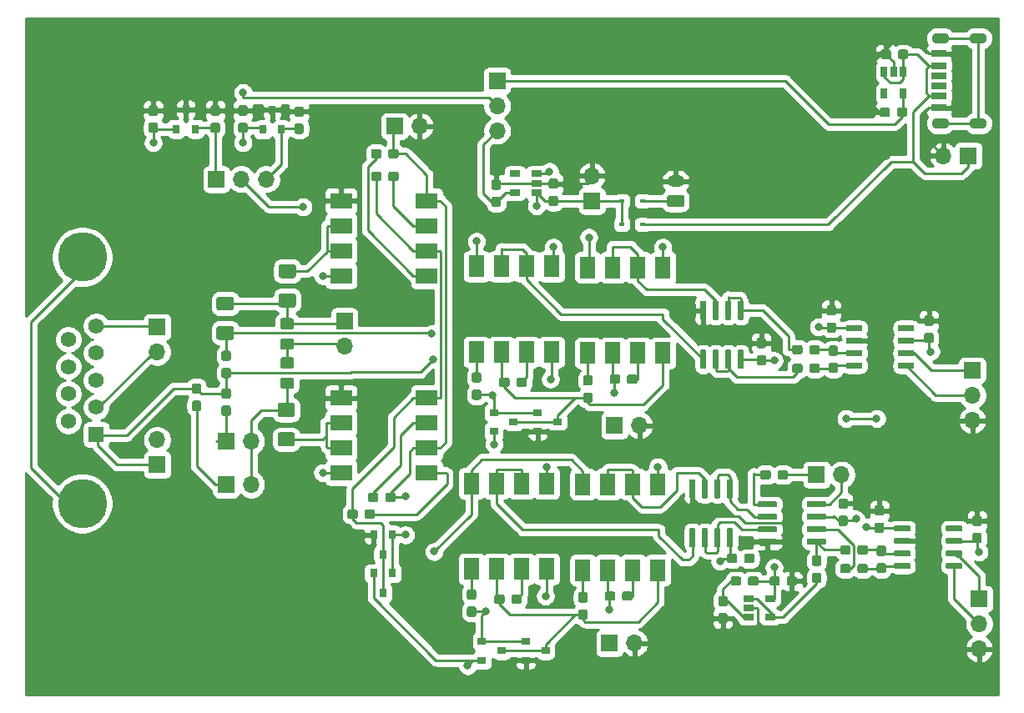
<source format=gtl>
G04 #@! TF.GenerationSoftware,KiCad,Pcbnew,(5.1.5-0)*
G04 #@! TF.CreationDate,2022-06-02T10:47:18-06:00*
G04 #@! TF.ProjectId,sq_lockin_v4,73715f6c-6f63-46b6-996e-5f76342e6b69,rev?*
G04 #@! TF.SameCoordinates,Original*
G04 #@! TF.FileFunction,Copper,L1,Top*
G04 #@! TF.FilePolarity,Positive*
%FSLAX46Y46*%
G04 Gerber Fmt 4.6, Leading zero omitted, Abs format (unit mm)*
G04 Created by KiCad (PCBNEW (5.1.5-0)) date 2022-06-02 10:47:18*
%MOMM*%
%LPD*%
G04 APERTURE LIST*
%ADD10R,1.060000X0.650000*%
%ADD11C,0.100000*%
%ADD12O,1.700000X1.700000*%
%ADD13R,1.700000X1.700000*%
%ADD14R,0.800000X0.900000*%
%ADD15C,5.000000*%
%ADD16C,1.575000*%
%ADD17R,1.575000X1.575000*%
%ADD18R,0.600000X0.450000*%
%ADD19R,0.900000X0.800000*%
%ADD20R,2.200000X1.600000*%
%ADD21R,1.600000X2.200000*%
%ADD22O,1.750000X1.200000*%
%ADD23R,0.650000X1.060000*%
%ADD24O,1.800000X1.100000*%
%ADD25R,1.500000X0.800000*%
%ADD26R,1.500000X0.760000*%
%ADD27R,1.500000X0.700000*%
%ADD28C,0.800000*%
%ADD29C,0.250000*%
%ADD30C,0.254000*%
G04 APERTURE END LIST*
D10*
X186200000Y-109550000D03*
X186200000Y-111450000D03*
X184000000Y-111450000D03*
X184000000Y-110500000D03*
X184000000Y-109550000D03*
G04 #@! TA.AperFunction,SMDPad,CuDef*
D11*
G36*
X182269703Y-102400722D02*
G01*
X182284264Y-102402882D01*
X182298543Y-102406459D01*
X182312403Y-102411418D01*
X182325710Y-102417712D01*
X182338336Y-102425280D01*
X182350159Y-102434048D01*
X182361066Y-102443934D01*
X182370952Y-102454841D01*
X182379720Y-102466664D01*
X182387288Y-102479290D01*
X182393582Y-102492597D01*
X182398541Y-102506457D01*
X182402118Y-102520736D01*
X182404278Y-102535297D01*
X182405000Y-102550000D01*
X182405000Y-104200000D01*
X182404278Y-104214703D01*
X182402118Y-104229264D01*
X182398541Y-104243543D01*
X182393582Y-104257403D01*
X182387288Y-104270710D01*
X182379720Y-104283336D01*
X182370952Y-104295159D01*
X182361066Y-104306066D01*
X182350159Y-104315952D01*
X182338336Y-104324720D01*
X182325710Y-104332288D01*
X182312403Y-104338582D01*
X182298543Y-104343541D01*
X182284264Y-104347118D01*
X182269703Y-104349278D01*
X182255000Y-104350000D01*
X181955000Y-104350000D01*
X181940297Y-104349278D01*
X181925736Y-104347118D01*
X181911457Y-104343541D01*
X181897597Y-104338582D01*
X181884290Y-104332288D01*
X181871664Y-104324720D01*
X181859841Y-104315952D01*
X181848934Y-104306066D01*
X181839048Y-104295159D01*
X181830280Y-104283336D01*
X181822712Y-104270710D01*
X181816418Y-104257403D01*
X181811459Y-104243543D01*
X181807882Y-104229264D01*
X181805722Y-104214703D01*
X181805000Y-104200000D01*
X181805000Y-102550000D01*
X181805722Y-102535297D01*
X181807882Y-102520736D01*
X181811459Y-102506457D01*
X181816418Y-102492597D01*
X181822712Y-102479290D01*
X181830280Y-102466664D01*
X181839048Y-102454841D01*
X181848934Y-102443934D01*
X181859841Y-102434048D01*
X181871664Y-102425280D01*
X181884290Y-102417712D01*
X181897597Y-102411418D01*
X181911457Y-102406459D01*
X181925736Y-102402882D01*
X181940297Y-102400722D01*
X181955000Y-102400000D01*
X182255000Y-102400000D01*
X182269703Y-102400722D01*
G37*
G04 #@! TD.AperFunction*
G04 #@! TA.AperFunction,SMDPad,CuDef*
G36*
X180999703Y-102400722D02*
G01*
X181014264Y-102402882D01*
X181028543Y-102406459D01*
X181042403Y-102411418D01*
X181055710Y-102417712D01*
X181068336Y-102425280D01*
X181080159Y-102434048D01*
X181091066Y-102443934D01*
X181100952Y-102454841D01*
X181109720Y-102466664D01*
X181117288Y-102479290D01*
X181123582Y-102492597D01*
X181128541Y-102506457D01*
X181132118Y-102520736D01*
X181134278Y-102535297D01*
X181135000Y-102550000D01*
X181135000Y-104200000D01*
X181134278Y-104214703D01*
X181132118Y-104229264D01*
X181128541Y-104243543D01*
X181123582Y-104257403D01*
X181117288Y-104270710D01*
X181109720Y-104283336D01*
X181100952Y-104295159D01*
X181091066Y-104306066D01*
X181080159Y-104315952D01*
X181068336Y-104324720D01*
X181055710Y-104332288D01*
X181042403Y-104338582D01*
X181028543Y-104343541D01*
X181014264Y-104347118D01*
X180999703Y-104349278D01*
X180985000Y-104350000D01*
X180685000Y-104350000D01*
X180670297Y-104349278D01*
X180655736Y-104347118D01*
X180641457Y-104343541D01*
X180627597Y-104338582D01*
X180614290Y-104332288D01*
X180601664Y-104324720D01*
X180589841Y-104315952D01*
X180578934Y-104306066D01*
X180569048Y-104295159D01*
X180560280Y-104283336D01*
X180552712Y-104270710D01*
X180546418Y-104257403D01*
X180541459Y-104243543D01*
X180537882Y-104229264D01*
X180535722Y-104214703D01*
X180535000Y-104200000D01*
X180535000Y-102550000D01*
X180535722Y-102535297D01*
X180537882Y-102520736D01*
X180541459Y-102506457D01*
X180546418Y-102492597D01*
X180552712Y-102479290D01*
X180560280Y-102466664D01*
X180569048Y-102454841D01*
X180578934Y-102443934D01*
X180589841Y-102434048D01*
X180601664Y-102425280D01*
X180614290Y-102417712D01*
X180627597Y-102411418D01*
X180641457Y-102406459D01*
X180655736Y-102402882D01*
X180670297Y-102400722D01*
X180685000Y-102400000D01*
X180985000Y-102400000D01*
X180999703Y-102400722D01*
G37*
G04 #@! TD.AperFunction*
G04 #@! TA.AperFunction,SMDPad,CuDef*
G36*
X179729703Y-102400722D02*
G01*
X179744264Y-102402882D01*
X179758543Y-102406459D01*
X179772403Y-102411418D01*
X179785710Y-102417712D01*
X179798336Y-102425280D01*
X179810159Y-102434048D01*
X179821066Y-102443934D01*
X179830952Y-102454841D01*
X179839720Y-102466664D01*
X179847288Y-102479290D01*
X179853582Y-102492597D01*
X179858541Y-102506457D01*
X179862118Y-102520736D01*
X179864278Y-102535297D01*
X179865000Y-102550000D01*
X179865000Y-104200000D01*
X179864278Y-104214703D01*
X179862118Y-104229264D01*
X179858541Y-104243543D01*
X179853582Y-104257403D01*
X179847288Y-104270710D01*
X179839720Y-104283336D01*
X179830952Y-104295159D01*
X179821066Y-104306066D01*
X179810159Y-104315952D01*
X179798336Y-104324720D01*
X179785710Y-104332288D01*
X179772403Y-104338582D01*
X179758543Y-104343541D01*
X179744264Y-104347118D01*
X179729703Y-104349278D01*
X179715000Y-104350000D01*
X179415000Y-104350000D01*
X179400297Y-104349278D01*
X179385736Y-104347118D01*
X179371457Y-104343541D01*
X179357597Y-104338582D01*
X179344290Y-104332288D01*
X179331664Y-104324720D01*
X179319841Y-104315952D01*
X179308934Y-104306066D01*
X179299048Y-104295159D01*
X179290280Y-104283336D01*
X179282712Y-104270710D01*
X179276418Y-104257403D01*
X179271459Y-104243543D01*
X179267882Y-104229264D01*
X179265722Y-104214703D01*
X179265000Y-104200000D01*
X179265000Y-102550000D01*
X179265722Y-102535297D01*
X179267882Y-102520736D01*
X179271459Y-102506457D01*
X179276418Y-102492597D01*
X179282712Y-102479290D01*
X179290280Y-102466664D01*
X179299048Y-102454841D01*
X179308934Y-102443934D01*
X179319841Y-102434048D01*
X179331664Y-102425280D01*
X179344290Y-102417712D01*
X179357597Y-102411418D01*
X179371457Y-102406459D01*
X179385736Y-102402882D01*
X179400297Y-102400722D01*
X179415000Y-102400000D01*
X179715000Y-102400000D01*
X179729703Y-102400722D01*
G37*
G04 #@! TD.AperFunction*
G04 #@! TA.AperFunction,SMDPad,CuDef*
G36*
X178459703Y-102400722D02*
G01*
X178474264Y-102402882D01*
X178488543Y-102406459D01*
X178502403Y-102411418D01*
X178515710Y-102417712D01*
X178528336Y-102425280D01*
X178540159Y-102434048D01*
X178551066Y-102443934D01*
X178560952Y-102454841D01*
X178569720Y-102466664D01*
X178577288Y-102479290D01*
X178583582Y-102492597D01*
X178588541Y-102506457D01*
X178592118Y-102520736D01*
X178594278Y-102535297D01*
X178595000Y-102550000D01*
X178595000Y-104200000D01*
X178594278Y-104214703D01*
X178592118Y-104229264D01*
X178588541Y-104243543D01*
X178583582Y-104257403D01*
X178577288Y-104270710D01*
X178569720Y-104283336D01*
X178560952Y-104295159D01*
X178551066Y-104306066D01*
X178540159Y-104315952D01*
X178528336Y-104324720D01*
X178515710Y-104332288D01*
X178502403Y-104338582D01*
X178488543Y-104343541D01*
X178474264Y-104347118D01*
X178459703Y-104349278D01*
X178445000Y-104350000D01*
X178145000Y-104350000D01*
X178130297Y-104349278D01*
X178115736Y-104347118D01*
X178101457Y-104343541D01*
X178087597Y-104338582D01*
X178074290Y-104332288D01*
X178061664Y-104324720D01*
X178049841Y-104315952D01*
X178038934Y-104306066D01*
X178029048Y-104295159D01*
X178020280Y-104283336D01*
X178012712Y-104270710D01*
X178006418Y-104257403D01*
X178001459Y-104243543D01*
X177997882Y-104229264D01*
X177995722Y-104214703D01*
X177995000Y-104200000D01*
X177995000Y-102550000D01*
X177995722Y-102535297D01*
X177997882Y-102520736D01*
X178001459Y-102506457D01*
X178006418Y-102492597D01*
X178012712Y-102479290D01*
X178020280Y-102466664D01*
X178029048Y-102454841D01*
X178038934Y-102443934D01*
X178049841Y-102434048D01*
X178061664Y-102425280D01*
X178074290Y-102417712D01*
X178087597Y-102411418D01*
X178101457Y-102406459D01*
X178115736Y-102402882D01*
X178130297Y-102400722D01*
X178145000Y-102400000D01*
X178445000Y-102400000D01*
X178459703Y-102400722D01*
G37*
G04 #@! TD.AperFunction*
G04 #@! TA.AperFunction,SMDPad,CuDef*
G36*
X178459703Y-97450722D02*
G01*
X178474264Y-97452882D01*
X178488543Y-97456459D01*
X178502403Y-97461418D01*
X178515710Y-97467712D01*
X178528336Y-97475280D01*
X178540159Y-97484048D01*
X178551066Y-97493934D01*
X178560952Y-97504841D01*
X178569720Y-97516664D01*
X178577288Y-97529290D01*
X178583582Y-97542597D01*
X178588541Y-97556457D01*
X178592118Y-97570736D01*
X178594278Y-97585297D01*
X178595000Y-97600000D01*
X178595000Y-99250000D01*
X178594278Y-99264703D01*
X178592118Y-99279264D01*
X178588541Y-99293543D01*
X178583582Y-99307403D01*
X178577288Y-99320710D01*
X178569720Y-99333336D01*
X178560952Y-99345159D01*
X178551066Y-99356066D01*
X178540159Y-99365952D01*
X178528336Y-99374720D01*
X178515710Y-99382288D01*
X178502403Y-99388582D01*
X178488543Y-99393541D01*
X178474264Y-99397118D01*
X178459703Y-99399278D01*
X178445000Y-99400000D01*
X178145000Y-99400000D01*
X178130297Y-99399278D01*
X178115736Y-99397118D01*
X178101457Y-99393541D01*
X178087597Y-99388582D01*
X178074290Y-99382288D01*
X178061664Y-99374720D01*
X178049841Y-99365952D01*
X178038934Y-99356066D01*
X178029048Y-99345159D01*
X178020280Y-99333336D01*
X178012712Y-99320710D01*
X178006418Y-99307403D01*
X178001459Y-99293543D01*
X177997882Y-99279264D01*
X177995722Y-99264703D01*
X177995000Y-99250000D01*
X177995000Y-97600000D01*
X177995722Y-97585297D01*
X177997882Y-97570736D01*
X178001459Y-97556457D01*
X178006418Y-97542597D01*
X178012712Y-97529290D01*
X178020280Y-97516664D01*
X178029048Y-97504841D01*
X178038934Y-97493934D01*
X178049841Y-97484048D01*
X178061664Y-97475280D01*
X178074290Y-97467712D01*
X178087597Y-97461418D01*
X178101457Y-97456459D01*
X178115736Y-97452882D01*
X178130297Y-97450722D01*
X178145000Y-97450000D01*
X178445000Y-97450000D01*
X178459703Y-97450722D01*
G37*
G04 #@! TD.AperFunction*
G04 #@! TA.AperFunction,SMDPad,CuDef*
G36*
X179729703Y-97450722D02*
G01*
X179744264Y-97452882D01*
X179758543Y-97456459D01*
X179772403Y-97461418D01*
X179785710Y-97467712D01*
X179798336Y-97475280D01*
X179810159Y-97484048D01*
X179821066Y-97493934D01*
X179830952Y-97504841D01*
X179839720Y-97516664D01*
X179847288Y-97529290D01*
X179853582Y-97542597D01*
X179858541Y-97556457D01*
X179862118Y-97570736D01*
X179864278Y-97585297D01*
X179865000Y-97600000D01*
X179865000Y-99250000D01*
X179864278Y-99264703D01*
X179862118Y-99279264D01*
X179858541Y-99293543D01*
X179853582Y-99307403D01*
X179847288Y-99320710D01*
X179839720Y-99333336D01*
X179830952Y-99345159D01*
X179821066Y-99356066D01*
X179810159Y-99365952D01*
X179798336Y-99374720D01*
X179785710Y-99382288D01*
X179772403Y-99388582D01*
X179758543Y-99393541D01*
X179744264Y-99397118D01*
X179729703Y-99399278D01*
X179715000Y-99400000D01*
X179415000Y-99400000D01*
X179400297Y-99399278D01*
X179385736Y-99397118D01*
X179371457Y-99393541D01*
X179357597Y-99388582D01*
X179344290Y-99382288D01*
X179331664Y-99374720D01*
X179319841Y-99365952D01*
X179308934Y-99356066D01*
X179299048Y-99345159D01*
X179290280Y-99333336D01*
X179282712Y-99320710D01*
X179276418Y-99307403D01*
X179271459Y-99293543D01*
X179267882Y-99279264D01*
X179265722Y-99264703D01*
X179265000Y-99250000D01*
X179265000Y-97600000D01*
X179265722Y-97585297D01*
X179267882Y-97570736D01*
X179271459Y-97556457D01*
X179276418Y-97542597D01*
X179282712Y-97529290D01*
X179290280Y-97516664D01*
X179299048Y-97504841D01*
X179308934Y-97493934D01*
X179319841Y-97484048D01*
X179331664Y-97475280D01*
X179344290Y-97467712D01*
X179357597Y-97461418D01*
X179371457Y-97456459D01*
X179385736Y-97452882D01*
X179400297Y-97450722D01*
X179415000Y-97450000D01*
X179715000Y-97450000D01*
X179729703Y-97450722D01*
G37*
G04 #@! TD.AperFunction*
G04 #@! TA.AperFunction,SMDPad,CuDef*
G36*
X180999703Y-97450722D02*
G01*
X181014264Y-97452882D01*
X181028543Y-97456459D01*
X181042403Y-97461418D01*
X181055710Y-97467712D01*
X181068336Y-97475280D01*
X181080159Y-97484048D01*
X181091066Y-97493934D01*
X181100952Y-97504841D01*
X181109720Y-97516664D01*
X181117288Y-97529290D01*
X181123582Y-97542597D01*
X181128541Y-97556457D01*
X181132118Y-97570736D01*
X181134278Y-97585297D01*
X181135000Y-97600000D01*
X181135000Y-99250000D01*
X181134278Y-99264703D01*
X181132118Y-99279264D01*
X181128541Y-99293543D01*
X181123582Y-99307403D01*
X181117288Y-99320710D01*
X181109720Y-99333336D01*
X181100952Y-99345159D01*
X181091066Y-99356066D01*
X181080159Y-99365952D01*
X181068336Y-99374720D01*
X181055710Y-99382288D01*
X181042403Y-99388582D01*
X181028543Y-99393541D01*
X181014264Y-99397118D01*
X180999703Y-99399278D01*
X180985000Y-99400000D01*
X180685000Y-99400000D01*
X180670297Y-99399278D01*
X180655736Y-99397118D01*
X180641457Y-99393541D01*
X180627597Y-99388582D01*
X180614290Y-99382288D01*
X180601664Y-99374720D01*
X180589841Y-99365952D01*
X180578934Y-99356066D01*
X180569048Y-99345159D01*
X180560280Y-99333336D01*
X180552712Y-99320710D01*
X180546418Y-99307403D01*
X180541459Y-99293543D01*
X180537882Y-99279264D01*
X180535722Y-99264703D01*
X180535000Y-99250000D01*
X180535000Y-97600000D01*
X180535722Y-97585297D01*
X180537882Y-97570736D01*
X180541459Y-97556457D01*
X180546418Y-97542597D01*
X180552712Y-97529290D01*
X180560280Y-97516664D01*
X180569048Y-97504841D01*
X180578934Y-97493934D01*
X180589841Y-97484048D01*
X180601664Y-97475280D01*
X180614290Y-97467712D01*
X180627597Y-97461418D01*
X180641457Y-97456459D01*
X180655736Y-97452882D01*
X180670297Y-97450722D01*
X180685000Y-97450000D01*
X180985000Y-97450000D01*
X180999703Y-97450722D01*
G37*
G04 #@! TD.AperFunction*
G04 #@! TA.AperFunction,SMDPad,CuDef*
G36*
X182269703Y-97450722D02*
G01*
X182284264Y-97452882D01*
X182298543Y-97456459D01*
X182312403Y-97461418D01*
X182325710Y-97467712D01*
X182338336Y-97475280D01*
X182350159Y-97484048D01*
X182361066Y-97493934D01*
X182370952Y-97504841D01*
X182379720Y-97516664D01*
X182387288Y-97529290D01*
X182393582Y-97542597D01*
X182398541Y-97556457D01*
X182402118Y-97570736D01*
X182404278Y-97585297D01*
X182405000Y-97600000D01*
X182405000Y-99250000D01*
X182404278Y-99264703D01*
X182402118Y-99279264D01*
X182398541Y-99293543D01*
X182393582Y-99307403D01*
X182387288Y-99320710D01*
X182379720Y-99333336D01*
X182370952Y-99345159D01*
X182361066Y-99356066D01*
X182350159Y-99365952D01*
X182338336Y-99374720D01*
X182325710Y-99382288D01*
X182312403Y-99388582D01*
X182298543Y-99393541D01*
X182284264Y-99397118D01*
X182269703Y-99399278D01*
X182255000Y-99400000D01*
X181955000Y-99400000D01*
X181940297Y-99399278D01*
X181925736Y-99397118D01*
X181911457Y-99393541D01*
X181897597Y-99388582D01*
X181884290Y-99382288D01*
X181871664Y-99374720D01*
X181859841Y-99365952D01*
X181848934Y-99356066D01*
X181839048Y-99345159D01*
X181830280Y-99333336D01*
X181822712Y-99320710D01*
X181816418Y-99307403D01*
X181811459Y-99293543D01*
X181807882Y-99279264D01*
X181805722Y-99264703D01*
X181805000Y-99250000D01*
X181805000Y-97600000D01*
X181805722Y-97585297D01*
X181807882Y-97570736D01*
X181811459Y-97556457D01*
X181816418Y-97542597D01*
X181822712Y-97529290D01*
X181830280Y-97516664D01*
X181839048Y-97504841D01*
X181848934Y-97493934D01*
X181859841Y-97484048D01*
X181871664Y-97475280D01*
X181884290Y-97467712D01*
X181897597Y-97461418D01*
X181911457Y-97456459D01*
X181925736Y-97452882D01*
X181940297Y-97450722D01*
X181955000Y-97450000D01*
X182255000Y-97450000D01*
X182269703Y-97450722D01*
G37*
G04 #@! TD.AperFunction*
G04 #@! TA.AperFunction,SMDPad,CuDef*
G36*
X183369703Y-84300722D02*
G01*
X183384264Y-84302882D01*
X183398543Y-84306459D01*
X183412403Y-84311418D01*
X183425710Y-84317712D01*
X183438336Y-84325280D01*
X183450159Y-84334048D01*
X183461066Y-84343934D01*
X183470952Y-84354841D01*
X183479720Y-84366664D01*
X183487288Y-84379290D01*
X183493582Y-84392597D01*
X183498541Y-84406457D01*
X183502118Y-84420736D01*
X183504278Y-84435297D01*
X183505000Y-84450000D01*
X183505000Y-86100000D01*
X183504278Y-86114703D01*
X183502118Y-86129264D01*
X183498541Y-86143543D01*
X183493582Y-86157403D01*
X183487288Y-86170710D01*
X183479720Y-86183336D01*
X183470952Y-86195159D01*
X183461066Y-86206066D01*
X183450159Y-86215952D01*
X183438336Y-86224720D01*
X183425710Y-86232288D01*
X183412403Y-86238582D01*
X183398543Y-86243541D01*
X183384264Y-86247118D01*
X183369703Y-86249278D01*
X183355000Y-86250000D01*
X183055000Y-86250000D01*
X183040297Y-86249278D01*
X183025736Y-86247118D01*
X183011457Y-86243541D01*
X182997597Y-86238582D01*
X182984290Y-86232288D01*
X182971664Y-86224720D01*
X182959841Y-86215952D01*
X182948934Y-86206066D01*
X182939048Y-86195159D01*
X182930280Y-86183336D01*
X182922712Y-86170710D01*
X182916418Y-86157403D01*
X182911459Y-86143543D01*
X182907882Y-86129264D01*
X182905722Y-86114703D01*
X182905000Y-86100000D01*
X182905000Y-84450000D01*
X182905722Y-84435297D01*
X182907882Y-84420736D01*
X182911459Y-84406457D01*
X182916418Y-84392597D01*
X182922712Y-84379290D01*
X182930280Y-84366664D01*
X182939048Y-84354841D01*
X182948934Y-84343934D01*
X182959841Y-84334048D01*
X182971664Y-84325280D01*
X182984290Y-84317712D01*
X182997597Y-84311418D01*
X183011457Y-84306459D01*
X183025736Y-84302882D01*
X183040297Y-84300722D01*
X183055000Y-84300000D01*
X183355000Y-84300000D01*
X183369703Y-84300722D01*
G37*
G04 #@! TD.AperFunction*
G04 #@! TA.AperFunction,SMDPad,CuDef*
G36*
X182099703Y-84300722D02*
G01*
X182114264Y-84302882D01*
X182128543Y-84306459D01*
X182142403Y-84311418D01*
X182155710Y-84317712D01*
X182168336Y-84325280D01*
X182180159Y-84334048D01*
X182191066Y-84343934D01*
X182200952Y-84354841D01*
X182209720Y-84366664D01*
X182217288Y-84379290D01*
X182223582Y-84392597D01*
X182228541Y-84406457D01*
X182232118Y-84420736D01*
X182234278Y-84435297D01*
X182235000Y-84450000D01*
X182235000Y-86100000D01*
X182234278Y-86114703D01*
X182232118Y-86129264D01*
X182228541Y-86143543D01*
X182223582Y-86157403D01*
X182217288Y-86170710D01*
X182209720Y-86183336D01*
X182200952Y-86195159D01*
X182191066Y-86206066D01*
X182180159Y-86215952D01*
X182168336Y-86224720D01*
X182155710Y-86232288D01*
X182142403Y-86238582D01*
X182128543Y-86243541D01*
X182114264Y-86247118D01*
X182099703Y-86249278D01*
X182085000Y-86250000D01*
X181785000Y-86250000D01*
X181770297Y-86249278D01*
X181755736Y-86247118D01*
X181741457Y-86243541D01*
X181727597Y-86238582D01*
X181714290Y-86232288D01*
X181701664Y-86224720D01*
X181689841Y-86215952D01*
X181678934Y-86206066D01*
X181669048Y-86195159D01*
X181660280Y-86183336D01*
X181652712Y-86170710D01*
X181646418Y-86157403D01*
X181641459Y-86143543D01*
X181637882Y-86129264D01*
X181635722Y-86114703D01*
X181635000Y-86100000D01*
X181635000Y-84450000D01*
X181635722Y-84435297D01*
X181637882Y-84420736D01*
X181641459Y-84406457D01*
X181646418Y-84392597D01*
X181652712Y-84379290D01*
X181660280Y-84366664D01*
X181669048Y-84354841D01*
X181678934Y-84343934D01*
X181689841Y-84334048D01*
X181701664Y-84325280D01*
X181714290Y-84317712D01*
X181727597Y-84311418D01*
X181741457Y-84306459D01*
X181755736Y-84302882D01*
X181770297Y-84300722D01*
X181785000Y-84300000D01*
X182085000Y-84300000D01*
X182099703Y-84300722D01*
G37*
G04 #@! TD.AperFunction*
G04 #@! TA.AperFunction,SMDPad,CuDef*
G36*
X180829703Y-84300722D02*
G01*
X180844264Y-84302882D01*
X180858543Y-84306459D01*
X180872403Y-84311418D01*
X180885710Y-84317712D01*
X180898336Y-84325280D01*
X180910159Y-84334048D01*
X180921066Y-84343934D01*
X180930952Y-84354841D01*
X180939720Y-84366664D01*
X180947288Y-84379290D01*
X180953582Y-84392597D01*
X180958541Y-84406457D01*
X180962118Y-84420736D01*
X180964278Y-84435297D01*
X180965000Y-84450000D01*
X180965000Y-86100000D01*
X180964278Y-86114703D01*
X180962118Y-86129264D01*
X180958541Y-86143543D01*
X180953582Y-86157403D01*
X180947288Y-86170710D01*
X180939720Y-86183336D01*
X180930952Y-86195159D01*
X180921066Y-86206066D01*
X180910159Y-86215952D01*
X180898336Y-86224720D01*
X180885710Y-86232288D01*
X180872403Y-86238582D01*
X180858543Y-86243541D01*
X180844264Y-86247118D01*
X180829703Y-86249278D01*
X180815000Y-86250000D01*
X180515000Y-86250000D01*
X180500297Y-86249278D01*
X180485736Y-86247118D01*
X180471457Y-86243541D01*
X180457597Y-86238582D01*
X180444290Y-86232288D01*
X180431664Y-86224720D01*
X180419841Y-86215952D01*
X180408934Y-86206066D01*
X180399048Y-86195159D01*
X180390280Y-86183336D01*
X180382712Y-86170710D01*
X180376418Y-86157403D01*
X180371459Y-86143543D01*
X180367882Y-86129264D01*
X180365722Y-86114703D01*
X180365000Y-86100000D01*
X180365000Y-84450000D01*
X180365722Y-84435297D01*
X180367882Y-84420736D01*
X180371459Y-84406457D01*
X180376418Y-84392597D01*
X180382712Y-84379290D01*
X180390280Y-84366664D01*
X180399048Y-84354841D01*
X180408934Y-84343934D01*
X180419841Y-84334048D01*
X180431664Y-84325280D01*
X180444290Y-84317712D01*
X180457597Y-84311418D01*
X180471457Y-84306459D01*
X180485736Y-84302882D01*
X180500297Y-84300722D01*
X180515000Y-84300000D01*
X180815000Y-84300000D01*
X180829703Y-84300722D01*
G37*
G04 #@! TD.AperFunction*
G04 #@! TA.AperFunction,SMDPad,CuDef*
G36*
X179559703Y-84300722D02*
G01*
X179574264Y-84302882D01*
X179588543Y-84306459D01*
X179602403Y-84311418D01*
X179615710Y-84317712D01*
X179628336Y-84325280D01*
X179640159Y-84334048D01*
X179651066Y-84343934D01*
X179660952Y-84354841D01*
X179669720Y-84366664D01*
X179677288Y-84379290D01*
X179683582Y-84392597D01*
X179688541Y-84406457D01*
X179692118Y-84420736D01*
X179694278Y-84435297D01*
X179695000Y-84450000D01*
X179695000Y-86100000D01*
X179694278Y-86114703D01*
X179692118Y-86129264D01*
X179688541Y-86143543D01*
X179683582Y-86157403D01*
X179677288Y-86170710D01*
X179669720Y-86183336D01*
X179660952Y-86195159D01*
X179651066Y-86206066D01*
X179640159Y-86215952D01*
X179628336Y-86224720D01*
X179615710Y-86232288D01*
X179602403Y-86238582D01*
X179588543Y-86243541D01*
X179574264Y-86247118D01*
X179559703Y-86249278D01*
X179545000Y-86250000D01*
X179245000Y-86250000D01*
X179230297Y-86249278D01*
X179215736Y-86247118D01*
X179201457Y-86243541D01*
X179187597Y-86238582D01*
X179174290Y-86232288D01*
X179161664Y-86224720D01*
X179149841Y-86215952D01*
X179138934Y-86206066D01*
X179129048Y-86195159D01*
X179120280Y-86183336D01*
X179112712Y-86170710D01*
X179106418Y-86157403D01*
X179101459Y-86143543D01*
X179097882Y-86129264D01*
X179095722Y-86114703D01*
X179095000Y-86100000D01*
X179095000Y-84450000D01*
X179095722Y-84435297D01*
X179097882Y-84420736D01*
X179101459Y-84406457D01*
X179106418Y-84392597D01*
X179112712Y-84379290D01*
X179120280Y-84366664D01*
X179129048Y-84354841D01*
X179138934Y-84343934D01*
X179149841Y-84334048D01*
X179161664Y-84325280D01*
X179174290Y-84317712D01*
X179187597Y-84311418D01*
X179201457Y-84306459D01*
X179215736Y-84302882D01*
X179230297Y-84300722D01*
X179245000Y-84300000D01*
X179545000Y-84300000D01*
X179559703Y-84300722D01*
G37*
G04 #@! TD.AperFunction*
G04 #@! TA.AperFunction,SMDPad,CuDef*
G36*
X179559703Y-79350722D02*
G01*
X179574264Y-79352882D01*
X179588543Y-79356459D01*
X179602403Y-79361418D01*
X179615710Y-79367712D01*
X179628336Y-79375280D01*
X179640159Y-79384048D01*
X179651066Y-79393934D01*
X179660952Y-79404841D01*
X179669720Y-79416664D01*
X179677288Y-79429290D01*
X179683582Y-79442597D01*
X179688541Y-79456457D01*
X179692118Y-79470736D01*
X179694278Y-79485297D01*
X179695000Y-79500000D01*
X179695000Y-81150000D01*
X179694278Y-81164703D01*
X179692118Y-81179264D01*
X179688541Y-81193543D01*
X179683582Y-81207403D01*
X179677288Y-81220710D01*
X179669720Y-81233336D01*
X179660952Y-81245159D01*
X179651066Y-81256066D01*
X179640159Y-81265952D01*
X179628336Y-81274720D01*
X179615710Y-81282288D01*
X179602403Y-81288582D01*
X179588543Y-81293541D01*
X179574264Y-81297118D01*
X179559703Y-81299278D01*
X179545000Y-81300000D01*
X179245000Y-81300000D01*
X179230297Y-81299278D01*
X179215736Y-81297118D01*
X179201457Y-81293541D01*
X179187597Y-81288582D01*
X179174290Y-81282288D01*
X179161664Y-81274720D01*
X179149841Y-81265952D01*
X179138934Y-81256066D01*
X179129048Y-81245159D01*
X179120280Y-81233336D01*
X179112712Y-81220710D01*
X179106418Y-81207403D01*
X179101459Y-81193543D01*
X179097882Y-81179264D01*
X179095722Y-81164703D01*
X179095000Y-81150000D01*
X179095000Y-79500000D01*
X179095722Y-79485297D01*
X179097882Y-79470736D01*
X179101459Y-79456457D01*
X179106418Y-79442597D01*
X179112712Y-79429290D01*
X179120280Y-79416664D01*
X179129048Y-79404841D01*
X179138934Y-79393934D01*
X179149841Y-79384048D01*
X179161664Y-79375280D01*
X179174290Y-79367712D01*
X179187597Y-79361418D01*
X179201457Y-79356459D01*
X179215736Y-79352882D01*
X179230297Y-79350722D01*
X179245000Y-79350000D01*
X179545000Y-79350000D01*
X179559703Y-79350722D01*
G37*
G04 #@! TD.AperFunction*
G04 #@! TA.AperFunction,SMDPad,CuDef*
G36*
X180829703Y-79350722D02*
G01*
X180844264Y-79352882D01*
X180858543Y-79356459D01*
X180872403Y-79361418D01*
X180885710Y-79367712D01*
X180898336Y-79375280D01*
X180910159Y-79384048D01*
X180921066Y-79393934D01*
X180930952Y-79404841D01*
X180939720Y-79416664D01*
X180947288Y-79429290D01*
X180953582Y-79442597D01*
X180958541Y-79456457D01*
X180962118Y-79470736D01*
X180964278Y-79485297D01*
X180965000Y-79500000D01*
X180965000Y-81150000D01*
X180964278Y-81164703D01*
X180962118Y-81179264D01*
X180958541Y-81193543D01*
X180953582Y-81207403D01*
X180947288Y-81220710D01*
X180939720Y-81233336D01*
X180930952Y-81245159D01*
X180921066Y-81256066D01*
X180910159Y-81265952D01*
X180898336Y-81274720D01*
X180885710Y-81282288D01*
X180872403Y-81288582D01*
X180858543Y-81293541D01*
X180844264Y-81297118D01*
X180829703Y-81299278D01*
X180815000Y-81300000D01*
X180515000Y-81300000D01*
X180500297Y-81299278D01*
X180485736Y-81297118D01*
X180471457Y-81293541D01*
X180457597Y-81288582D01*
X180444290Y-81282288D01*
X180431664Y-81274720D01*
X180419841Y-81265952D01*
X180408934Y-81256066D01*
X180399048Y-81245159D01*
X180390280Y-81233336D01*
X180382712Y-81220710D01*
X180376418Y-81207403D01*
X180371459Y-81193543D01*
X180367882Y-81179264D01*
X180365722Y-81164703D01*
X180365000Y-81150000D01*
X180365000Y-79500000D01*
X180365722Y-79485297D01*
X180367882Y-79470736D01*
X180371459Y-79456457D01*
X180376418Y-79442597D01*
X180382712Y-79429290D01*
X180390280Y-79416664D01*
X180399048Y-79404841D01*
X180408934Y-79393934D01*
X180419841Y-79384048D01*
X180431664Y-79375280D01*
X180444290Y-79367712D01*
X180457597Y-79361418D01*
X180471457Y-79356459D01*
X180485736Y-79352882D01*
X180500297Y-79350722D01*
X180515000Y-79350000D01*
X180815000Y-79350000D01*
X180829703Y-79350722D01*
G37*
G04 #@! TD.AperFunction*
G04 #@! TA.AperFunction,SMDPad,CuDef*
G36*
X182099703Y-79350722D02*
G01*
X182114264Y-79352882D01*
X182128543Y-79356459D01*
X182142403Y-79361418D01*
X182155710Y-79367712D01*
X182168336Y-79375280D01*
X182180159Y-79384048D01*
X182191066Y-79393934D01*
X182200952Y-79404841D01*
X182209720Y-79416664D01*
X182217288Y-79429290D01*
X182223582Y-79442597D01*
X182228541Y-79456457D01*
X182232118Y-79470736D01*
X182234278Y-79485297D01*
X182235000Y-79500000D01*
X182235000Y-81150000D01*
X182234278Y-81164703D01*
X182232118Y-81179264D01*
X182228541Y-81193543D01*
X182223582Y-81207403D01*
X182217288Y-81220710D01*
X182209720Y-81233336D01*
X182200952Y-81245159D01*
X182191066Y-81256066D01*
X182180159Y-81265952D01*
X182168336Y-81274720D01*
X182155710Y-81282288D01*
X182142403Y-81288582D01*
X182128543Y-81293541D01*
X182114264Y-81297118D01*
X182099703Y-81299278D01*
X182085000Y-81300000D01*
X181785000Y-81300000D01*
X181770297Y-81299278D01*
X181755736Y-81297118D01*
X181741457Y-81293541D01*
X181727597Y-81288582D01*
X181714290Y-81282288D01*
X181701664Y-81274720D01*
X181689841Y-81265952D01*
X181678934Y-81256066D01*
X181669048Y-81245159D01*
X181660280Y-81233336D01*
X181652712Y-81220710D01*
X181646418Y-81207403D01*
X181641459Y-81193543D01*
X181637882Y-81179264D01*
X181635722Y-81164703D01*
X181635000Y-81150000D01*
X181635000Y-79500000D01*
X181635722Y-79485297D01*
X181637882Y-79470736D01*
X181641459Y-79456457D01*
X181646418Y-79442597D01*
X181652712Y-79429290D01*
X181660280Y-79416664D01*
X181669048Y-79404841D01*
X181678934Y-79393934D01*
X181689841Y-79384048D01*
X181701664Y-79375280D01*
X181714290Y-79367712D01*
X181727597Y-79361418D01*
X181741457Y-79356459D01*
X181755736Y-79352882D01*
X181770297Y-79350722D01*
X181785000Y-79350000D01*
X182085000Y-79350000D01*
X182099703Y-79350722D01*
G37*
G04 #@! TD.AperFunction*
G04 #@! TA.AperFunction,SMDPad,CuDef*
G36*
X183369703Y-79350722D02*
G01*
X183384264Y-79352882D01*
X183398543Y-79356459D01*
X183412403Y-79361418D01*
X183425710Y-79367712D01*
X183438336Y-79375280D01*
X183450159Y-79384048D01*
X183461066Y-79393934D01*
X183470952Y-79404841D01*
X183479720Y-79416664D01*
X183487288Y-79429290D01*
X183493582Y-79442597D01*
X183498541Y-79456457D01*
X183502118Y-79470736D01*
X183504278Y-79485297D01*
X183505000Y-79500000D01*
X183505000Y-81150000D01*
X183504278Y-81164703D01*
X183502118Y-81179264D01*
X183498541Y-81193543D01*
X183493582Y-81207403D01*
X183487288Y-81220710D01*
X183479720Y-81233336D01*
X183470952Y-81245159D01*
X183461066Y-81256066D01*
X183450159Y-81265952D01*
X183438336Y-81274720D01*
X183425710Y-81282288D01*
X183412403Y-81288582D01*
X183398543Y-81293541D01*
X183384264Y-81297118D01*
X183369703Y-81299278D01*
X183355000Y-81300000D01*
X183055000Y-81300000D01*
X183040297Y-81299278D01*
X183025736Y-81297118D01*
X183011457Y-81293541D01*
X182997597Y-81288582D01*
X182984290Y-81282288D01*
X182971664Y-81274720D01*
X182959841Y-81265952D01*
X182948934Y-81256066D01*
X182939048Y-81245159D01*
X182930280Y-81233336D01*
X182922712Y-81220710D01*
X182916418Y-81207403D01*
X182911459Y-81193543D01*
X182907882Y-81179264D01*
X182905722Y-81164703D01*
X182905000Y-81150000D01*
X182905000Y-79500000D01*
X182905722Y-79485297D01*
X182907882Y-79470736D01*
X182911459Y-79456457D01*
X182916418Y-79442597D01*
X182922712Y-79429290D01*
X182930280Y-79416664D01*
X182939048Y-79404841D01*
X182948934Y-79393934D01*
X182959841Y-79384048D01*
X182971664Y-79375280D01*
X182984290Y-79367712D01*
X182997597Y-79361418D01*
X183011457Y-79356459D01*
X183025736Y-79352882D01*
X183040297Y-79350722D01*
X183055000Y-79350000D01*
X183355000Y-79350000D01*
X183369703Y-79350722D01*
G37*
G04 #@! TD.AperFunction*
D12*
X135080000Y-67000000D03*
X132540000Y-67000000D03*
D13*
X130000000Y-67000000D03*
D14*
X135670000Y-59950000D03*
X136620000Y-61950000D03*
X134720000Y-61950000D03*
X126900000Y-59900000D03*
X127850000Y-61900000D03*
X125950000Y-61900000D03*
D12*
X172440000Y-114100000D03*
D13*
X169900000Y-114100000D03*
D12*
X172940000Y-92000000D03*
D13*
X170400000Y-92000000D03*
D12*
X150640000Y-61600000D03*
D13*
X148100000Y-61600000D03*
G04 #@! TA.AperFunction,SMDPad,CuDef*
D11*
G36*
X130160779Y-59501144D02*
G01*
X130183834Y-59504563D01*
X130206443Y-59510227D01*
X130228387Y-59518079D01*
X130249457Y-59528044D01*
X130269448Y-59540026D01*
X130288168Y-59553910D01*
X130305438Y-59569562D01*
X130321090Y-59586832D01*
X130334974Y-59605552D01*
X130346956Y-59625543D01*
X130356921Y-59646613D01*
X130364773Y-59668557D01*
X130370437Y-59691166D01*
X130373856Y-59714221D01*
X130375000Y-59737500D01*
X130375000Y-60312500D01*
X130373856Y-60335779D01*
X130370437Y-60358834D01*
X130364773Y-60381443D01*
X130356921Y-60403387D01*
X130346956Y-60424457D01*
X130334974Y-60444448D01*
X130321090Y-60463168D01*
X130305438Y-60480438D01*
X130288168Y-60496090D01*
X130269448Y-60509974D01*
X130249457Y-60521956D01*
X130228387Y-60531921D01*
X130206443Y-60539773D01*
X130183834Y-60545437D01*
X130160779Y-60548856D01*
X130137500Y-60550000D01*
X129662500Y-60550000D01*
X129639221Y-60548856D01*
X129616166Y-60545437D01*
X129593557Y-60539773D01*
X129571613Y-60531921D01*
X129550543Y-60521956D01*
X129530552Y-60509974D01*
X129511832Y-60496090D01*
X129494562Y-60480438D01*
X129478910Y-60463168D01*
X129465026Y-60444448D01*
X129453044Y-60424457D01*
X129443079Y-60403387D01*
X129435227Y-60381443D01*
X129429563Y-60358834D01*
X129426144Y-60335779D01*
X129425000Y-60312500D01*
X129425000Y-59737500D01*
X129426144Y-59714221D01*
X129429563Y-59691166D01*
X129435227Y-59668557D01*
X129443079Y-59646613D01*
X129453044Y-59625543D01*
X129465026Y-59605552D01*
X129478910Y-59586832D01*
X129494562Y-59569562D01*
X129511832Y-59553910D01*
X129530552Y-59540026D01*
X129550543Y-59528044D01*
X129571613Y-59518079D01*
X129593557Y-59510227D01*
X129616166Y-59504563D01*
X129639221Y-59501144D01*
X129662500Y-59500000D01*
X130137500Y-59500000D01*
X130160779Y-59501144D01*
G37*
G04 #@! TD.AperFunction*
G04 #@! TA.AperFunction,SMDPad,CuDef*
G36*
X130160779Y-61251144D02*
G01*
X130183834Y-61254563D01*
X130206443Y-61260227D01*
X130228387Y-61268079D01*
X130249457Y-61278044D01*
X130269448Y-61290026D01*
X130288168Y-61303910D01*
X130305438Y-61319562D01*
X130321090Y-61336832D01*
X130334974Y-61355552D01*
X130346956Y-61375543D01*
X130356921Y-61396613D01*
X130364773Y-61418557D01*
X130370437Y-61441166D01*
X130373856Y-61464221D01*
X130375000Y-61487500D01*
X130375000Y-62062500D01*
X130373856Y-62085779D01*
X130370437Y-62108834D01*
X130364773Y-62131443D01*
X130356921Y-62153387D01*
X130346956Y-62174457D01*
X130334974Y-62194448D01*
X130321090Y-62213168D01*
X130305438Y-62230438D01*
X130288168Y-62246090D01*
X130269448Y-62259974D01*
X130249457Y-62271956D01*
X130228387Y-62281921D01*
X130206443Y-62289773D01*
X130183834Y-62295437D01*
X130160779Y-62298856D01*
X130137500Y-62300000D01*
X129662500Y-62300000D01*
X129639221Y-62298856D01*
X129616166Y-62295437D01*
X129593557Y-62289773D01*
X129571613Y-62281921D01*
X129550543Y-62271956D01*
X129530552Y-62259974D01*
X129511832Y-62246090D01*
X129494562Y-62230438D01*
X129478910Y-62213168D01*
X129465026Y-62194448D01*
X129453044Y-62174457D01*
X129443079Y-62153387D01*
X129435227Y-62131443D01*
X129429563Y-62108834D01*
X129426144Y-62085779D01*
X129425000Y-62062500D01*
X129425000Y-61487500D01*
X129426144Y-61464221D01*
X129429563Y-61441166D01*
X129435227Y-61418557D01*
X129443079Y-61396613D01*
X129453044Y-61375543D01*
X129465026Y-61355552D01*
X129478910Y-61336832D01*
X129494562Y-61319562D01*
X129511832Y-61303910D01*
X129530552Y-61290026D01*
X129550543Y-61278044D01*
X129571613Y-61268079D01*
X129593557Y-61260227D01*
X129616166Y-61254563D01*
X129639221Y-61251144D01*
X129662500Y-61250000D01*
X130137500Y-61250000D01*
X130160779Y-61251144D01*
G37*
G04 #@! TD.AperFunction*
G04 #@! TA.AperFunction,SMDPad,CuDef*
G36*
X123860779Y-59501144D02*
G01*
X123883834Y-59504563D01*
X123906443Y-59510227D01*
X123928387Y-59518079D01*
X123949457Y-59528044D01*
X123969448Y-59540026D01*
X123988168Y-59553910D01*
X124005438Y-59569562D01*
X124021090Y-59586832D01*
X124034974Y-59605552D01*
X124046956Y-59625543D01*
X124056921Y-59646613D01*
X124064773Y-59668557D01*
X124070437Y-59691166D01*
X124073856Y-59714221D01*
X124075000Y-59737500D01*
X124075000Y-60312500D01*
X124073856Y-60335779D01*
X124070437Y-60358834D01*
X124064773Y-60381443D01*
X124056921Y-60403387D01*
X124046956Y-60424457D01*
X124034974Y-60444448D01*
X124021090Y-60463168D01*
X124005438Y-60480438D01*
X123988168Y-60496090D01*
X123969448Y-60509974D01*
X123949457Y-60521956D01*
X123928387Y-60531921D01*
X123906443Y-60539773D01*
X123883834Y-60545437D01*
X123860779Y-60548856D01*
X123837500Y-60550000D01*
X123362500Y-60550000D01*
X123339221Y-60548856D01*
X123316166Y-60545437D01*
X123293557Y-60539773D01*
X123271613Y-60531921D01*
X123250543Y-60521956D01*
X123230552Y-60509974D01*
X123211832Y-60496090D01*
X123194562Y-60480438D01*
X123178910Y-60463168D01*
X123165026Y-60444448D01*
X123153044Y-60424457D01*
X123143079Y-60403387D01*
X123135227Y-60381443D01*
X123129563Y-60358834D01*
X123126144Y-60335779D01*
X123125000Y-60312500D01*
X123125000Y-59737500D01*
X123126144Y-59714221D01*
X123129563Y-59691166D01*
X123135227Y-59668557D01*
X123143079Y-59646613D01*
X123153044Y-59625543D01*
X123165026Y-59605552D01*
X123178910Y-59586832D01*
X123194562Y-59569562D01*
X123211832Y-59553910D01*
X123230552Y-59540026D01*
X123250543Y-59528044D01*
X123271613Y-59518079D01*
X123293557Y-59510227D01*
X123316166Y-59504563D01*
X123339221Y-59501144D01*
X123362500Y-59500000D01*
X123837500Y-59500000D01*
X123860779Y-59501144D01*
G37*
G04 #@! TD.AperFunction*
G04 #@! TA.AperFunction,SMDPad,CuDef*
G36*
X123860779Y-61251144D02*
G01*
X123883834Y-61254563D01*
X123906443Y-61260227D01*
X123928387Y-61268079D01*
X123949457Y-61278044D01*
X123969448Y-61290026D01*
X123988168Y-61303910D01*
X124005438Y-61319562D01*
X124021090Y-61336832D01*
X124034974Y-61355552D01*
X124046956Y-61375543D01*
X124056921Y-61396613D01*
X124064773Y-61418557D01*
X124070437Y-61441166D01*
X124073856Y-61464221D01*
X124075000Y-61487500D01*
X124075000Y-62062500D01*
X124073856Y-62085779D01*
X124070437Y-62108834D01*
X124064773Y-62131443D01*
X124056921Y-62153387D01*
X124046956Y-62174457D01*
X124034974Y-62194448D01*
X124021090Y-62213168D01*
X124005438Y-62230438D01*
X123988168Y-62246090D01*
X123969448Y-62259974D01*
X123949457Y-62271956D01*
X123928387Y-62281921D01*
X123906443Y-62289773D01*
X123883834Y-62295437D01*
X123860779Y-62298856D01*
X123837500Y-62300000D01*
X123362500Y-62300000D01*
X123339221Y-62298856D01*
X123316166Y-62295437D01*
X123293557Y-62289773D01*
X123271613Y-62281921D01*
X123250543Y-62271956D01*
X123230552Y-62259974D01*
X123211832Y-62246090D01*
X123194562Y-62230438D01*
X123178910Y-62213168D01*
X123165026Y-62194448D01*
X123153044Y-62174457D01*
X123143079Y-62153387D01*
X123135227Y-62131443D01*
X123129563Y-62108834D01*
X123126144Y-62085779D01*
X123125000Y-62062500D01*
X123125000Y-61487500D01*
X123126144Y-61464221D01*
X123129563Y-61441166D01*
X123135227Y-61418557D01*
X123143079Y-61396613D01*
X123153044Y-61375543D01*
X123165026Y-61355552D01*
X123178910Y-61336832D01*
X123194562Y-61319562D01*
X123211832Y-61303910D01*
X123230552Y-61290026D01*
X123250543Y-61278044D01*
X123271613Y-61268079D01*
X123293557Y-61260227D01*
X123316166Y-61254563D01*
X123339221Y-61251144D01*
X123362500Y-61250000D01*
X123837500Y-61250000D01*
X123860779Y-61251144D01*
G37*
G04 #@! TD.AperFunction*
D15*
X116400000Y-99900000D03*
D16*
X114980000Y-83260000D03*
X114980000Y-86020000D03*
X114980000Y-88780000D03*
X114980000Y-91540000D03*
X117820000Y-81880000D03*
X117820000Y-84640000D03*
X117820000Y-90160000D03*
D17*
X117820000Y-92920000D03*
D15*
X116400000Y-74900000D03*
D16*
X117820000Y-87400000D03*
D18*
X173250000Y-69200000D03*
X171150000Y-69200000D03*
X173250000Y-71600000D03*
X171150000Y-71600000D03*
G04 #@! TA.AperFunction,SMDPad,CuDef*
D11*
G36*
X191714703Y-99695722D02*
G01*
X191729264Y-99697882D01*
X191743543Y-99701459D01*
X191757403Y-99706418D01*
X191770710Y-99712712D01*
X191783336Y-99720280D01*
X191795159Y-99729048D01*
X191806066Y-99738934D01*
X191815952Y-99749841D01*
X191824720Y-99761664D01*
X191832288Y-99774290D01*
X191838582Y-99787597D01*
X191843541Y-99801457D01*
X191847118Y-99815736D01*
X191849278Y-99830297D01*
X191850000Y-99845000D01*
X191850000Y-100145000D01*
X191849278Y-100159703D01*
X191847118Y-100174264D01*
X191843541Y-100188543D01*
X191838582Y-100202403D01*
X191832288Y-100215710D01*
X191824720Y-100228336D01*
X191815952Y-100240159D01*
X191806066Y-100251066D01*
X191795159Y-100260952D01*
X191783336Y-100269720D01*
X191770710Y-100277288D01*
X191757403Y-100283582D01*
X191743543Y-100288541D01*
X191729264Y-100292118D01*
X191714703Y-100294278D01*
X191700000Y-100295000D01*
X190050000Y-100295000D01*
X190035297Y-100294278D01*
X190020736Y-100292118D01*
X190006457Y-100288541D01*
X189992597Y-100283582D01*
X189979290Y-100277288D01*
X189966664Y-100269720D01*
X189954841Y-100260952D01*
X189943934Y-100251066D01*
X189934048Y-100240159D01*
X189925280Y-100228336D01*
X189917712Y-100215710D01*
X189911418Y-100202403D01*
X189906459Y-100188543D01*
X189902882Y-100174264D01*
X189900722Y-100159703D01*
X189900000Y-100145000D01*
X189900000Y-99845000D01*
X189900722Y-99830297D01*
X189902882Y-99815736D01*
X189906459Y-99801457D01*
X189911418Y-99787597D01*
X189917712Y-99774290D01*
X189925280Y-99761664D01*
X189934048Y-99749841D01*
X189943934Y-99738934D01*
X189954841Y-99729048D01*
X189966664Y-99720280D01*
X189979290Y-99712712D01*
X189992597Y-99706418D01*
X190006457Y-99701459D01*
X190020736Y-99697882D01*
X190035297Y-99695722D01*
X190050000Y-99695000D01*
X191700000Y-99695000D01*
X191714703Y-99695722D01*
G37*
G04 #@! TD.AperFunction*
G04 #@! TA.AperFunction,SMDPad,CuDef*
G36*
X191714703Y-100965722D02*
G01*
X191729264Y-100967882D01*
X191743543Y-100971459D01*
X191757403Y-100976418D01*
X191770710Y-100982712D01*
X191783336Y-100990280D01*
X191795159Y-100999048D01*
X191806066Y-101008934D01*
X191815952Y-101019841D01*
X191824720Y-101031664D01*
X191832288Y-101044290D01*
X191838582Y-101057597D01*
X191843541Y-101071457D01*
X191847118Y-101085736D01*
X191849278Y-101100297D01*
X191850000Y-101115000D01*
X191850000Y-101415000D01*
X191849278Y-101429703D01*
X191847118Y-101444264D01*
X191843541Y-101458543D01*
X191838582Y-101472403D01*
X191832288Y-101485710D01*
X191824720Y-101498336D01*
X191815952Y-101510159D01*
X191806066Y-101521066D01*
X191795159Y-101530952D01*
X191783336Y-101539720D01*
X191770710Y-101547288D01*
X191757403Y-101553582D01*
X191743543Y-101558541D01*
X191729264Y-101562118D01*
X191714703Y-101564278D01*
X191700000Y-101565000D01*
X190050000Y-101565000D01*
X190035297Y-101564278D01*
X190020736Y-101562118D01*
X190006457Y-101558541D01*
X189992597Y-101553582D01*
X189979290Y-101547288D01*
X189966664Y-101539720D01*
X189954841Y-101530952D01*
X189943934Y-101521066D01*
X189934048Y-101510159D01*
X189925280Y-101498336D01*
X189917712Y-101485710D01*
X189911418Y-101472403D01*
X189906459Y-101458543D01*
X189902882Y-101444264D01*
X189900722Y-101429703D01*
X189900000Y-101415000D01*
X189900000Y-101115000D01*
X189900722Y-101100297D01*
X189902882Y-101085736D01*
X189906459Y-101071457D01*
X189911418Y-101057597D01*
X189917712Y-101044290D01*
X189925280Y-101031664D01*
X189934048Y-101019841D01*
X189943934Y-101008934D01*
X189954841Y-100999048D01*
X189966664Y-100990280D01*
X189979290Y-100982712D01*
X189992597Y-100976418D01*
X190006457Y-100971459D01*
X190020736Y-100967882D01*
X190035297Y-100965722D01*
X190050000Y-100965000D01*
X191700000Y-100965000D01*
X191714703Y-100965722D01*
G37*
G04 #@! TD.AperFunction*
G04 #@! TA.AperFunction,SMDPad,CuDef*
G36*
X191714703Y-102235722D02*
G01*
X191729264Y-102237882D01*
X191743543Y-102241459D01*
X191757403Y-102246418D01*
X191770710Y-102252712D01*
X191783336Y-102260280D01*
X191795159Y-102269048D01*
X191806066Y-102278934D01*
X191815952Y-102289841D01*
X191824720Y-102301664D01*
X191832288Y-102314290D01*
X191838582Y-102327597D01*
X191843541Y-102341457D01*
X191847118Y-102355736D01*
X191849278Y-102370297D01*
X191850000Y-102385000D01*
X191850000Y-102685000D01*
X191849278Y-102699703D01*
X191847118Y-102714264D01*
X191843541Y-102728543D01*
X191838582Y-102742403D01*
X191832288Y-102755710D01*
X191824720Y-102768336D01*
X191815952Y-102780159D01*
X191806066Y-102791066D01*
X191795159Y-102800952D01*
X191783336Y-102809720D01*
X191770710Y-102817288D01*
X191757403Y-102823582D01*
X191743543Y-102828541D01*
X191729264Y-102832118D01*
X191714703Y-102834278D01*
X191700000Y-102835000D01*
X190050000Y-102835000D01*
X190035297Y-102834278D01*
X190020736Y-102832118D01*
X190006457Y-102828541D01*
X189992597Y-102823582D01*
X189979290Y-102817288D01*
X189966664Y-102809720D01*
X189954841Y-102800952D01*
X189943934Y-102791066D01*
X189934048Y-102780159D01*
X189925280Y-102768336D01*
X189917712Y-102755710D01*
X189911418Y-102742403D01*
X189906459Y-102728543D01*
X189902882Y-102714264D01*
X189900722Y-102699703D01*
X189900000Y-102685000D01*
X189900000Y-102385000D01*
X189900722Y-102370297D01*
X189902882Y-102355736D01*
X189906459Y-102341457D01*
X189911418Y-102327597D01*
X189917712Y-102314290D01*
X189925280Y-102301664D01*
X189934048Y-102289841D01*
X189943934Y-102278934D01*
X189954841Y-102269048D01*
X189966664Y-102260280D01*
X189979290Y-102252712D01*
X189992597Y-102246418D01*
X190006457Y-102241459D01*
X190020736Y-102237882D01*
X190035297Y-102235722D01*
X190050000Y-102235000D01*
X191700000Y-102235000D01*
X191714703Y-102235722D01*
G37*
G04 #@! TD.AperFunction*
G04 #@! TA.AperFunction,SMDPad,CuDef*
G36*
X191714703Y-103505722D02*
G01*
X191729264Y-103507882D01*
X191743543Y-103511459D01*
X191757403Y-103516418D01*
X191770710Y-103522712D01*
X191783336Y-103530280D01*
X191795159Y-103539048D01*
X191806066Y-103548934D01*
X191815952Y-103559841D01*
X191824720Y-103571664D01*
X191832288Y-103584290D01*
X191838582Y-103597597D01*
X191843541Y-103611457D01*
X191847118Y-103625736D01*
X191849278Y-103640297D01*
X191850000Y-103655000D01*
X191850000Y-103955000D01*
X191849278Y-103969703D01*
X191847118Y-103984264D01*
X191843541Y-103998543D01*
X191838582Y-104012403D01*
X191832288Y-104025710D01*
X191824720Y-104038336D01*
X191815952Y-104050159D01*
X191806066Y-104061066D01*
X191795159Y-104070952D01*
X191783336Y-104079720D01*
X191770710Y-104087288D01*
X191757403Y-104093582D01*
X191743543Y-104098541D01*
X191729264Y-104102118D01*
X191714703Y-104104278D01*
X191700000Y-104105000D01*
X190050000Y-104105000D01*
X190035297Y-104104278D01*
X190020736Y-104102118D01*
X190006457Y-104098541D01*
X189992597Y-104093582D01*
X189979290Y-104087288D01*
X189966664Y-104079720D01*
X189954841Y-104070952D01*
X189943934Y-104061066D01*
X189934048Y-104050159D01*
X189925280Y-104038336D01*
X189917712Y-104025710D01*
X189911418Y-104012403D01*
X189906459Y-103998543D01*
X189902882Y-103984264D01*
X189900722Y-103969703D01*
X189900000Y-103955000D01*
X189900000Y-103655000D01*
X189900722Y-103640297D01*
X189902882Y-103625736D01*
X189906459Y-103611457D01*
X189911418Y-103597597D01*
X189917712Y-103584290D01*
X189925280Y-103571664D01*
X189934048Y-103559841D01*
X189943934Y-103548934D01*
X189954841Y-103539048D01*
X189966664Y-103530280D01*
X189979290Y-103522712D01*
X189992597Y-103516418D01*
X190006457Y-103511459D01*
X190020736Y-103507882D01*
X190035297Y-103505722D01*
X190050000Y-103505000D01*
X191700000Y-103505000D01*
X191714703Y-103505722D01*
G37*
G04 #@! TD.AperFunction*
G04 #@! TA.AperFunction,SMDPad,CuDef*
G36*
X186764703Y-103505722D02*
G01*
X186779264Y-103507882D01*
X186793543Y-103511459D01*
X186807403Y-103516418D01*
X186820710Y-103522712D01*
X186833336Y-103530280D01*
X186845159Y-103539048D01*
X186856066Y-103548934D01*
X186865952Y-103559841D01*
X186874720Y-103571664D01*
X186882288Y-103584290D01*
X186888582Y-103597597D01*
X186893541Y-103611457D01*
X186897118Y-103625736D01*
X186899278Y-103640297D01*
X186900000Y-103655000D01*
X186900000Y-103955000D01*
X186899278Y-103969703D01*
X186897118Y-103984264D01*
X186893541Y-103998543D01*
X186888582Y-104012403D01*
X186882288Y-104025710D01*
X186874720Y-104038336D01*
X186865952Y-104050159D01*
X186856066Y-104061066D01*
X186845159Y-104070952D01*
X186833336Y-104079720D01*
X186820710Y-104087288D01*
X186807403Y-104093582D01*
X186793543Y-104098541D01*
X186779264Y-104102118D01*
X186764703Y-104104278D01*
X186750000Y-104105000D01*
X185100000Y-104105000D01*
X185085297Y-104104278D01*
X185070736Y-104102118D01*
X185056457Y-104098541D01*
X185042597Y-104093582D01*
X185029290Y-104087288D01*
X185016664Y-104079720D01*
X185004841Y-104070952D01*
X184993934Y-104061066D01*
X184984048Y-104050159D01*
X184975280Y-104038336D01*
X184967712Y-104025710D01*
X184961418Y-104012403D01*
X184956459Y-103998543D01*
X184952882Y-103984264D01*
X184950722Y-103969703D01*
X184950000Y-103955000D01*
X184950000Y-103655000D01*
X184950722Y-103640297D01*
X184952882Y-103625736D01*
X184956459Y-103611457D01*
X184961418Y-103597597D01*
X184967712Y-103584290D01*
X184975280Y-103571664D01*
X184984048Y-103559841D01*
X184993934Y-103548934D01*
X185004841Y-103539048D01*
X185016664Y-103530280D01*
X185029290Y-103522712D01*
X185042597Y-103516418D01*
X185056457Y-103511459D01*
X185070736Y-103507882D01*
X185085297Y-103505722D01*
X185100000Y-103505000D01*
X186750000Y-103505000D01*
X186764703Y-103505722D01*
G37*
G04 #@! TD.AperFunction*
G04 #@! TA.AperFunction,SMDPad,CuDef*
G36*
X186764703Y-102235722D02*
G01*
X186779264Y-102237882D01*
X186793543Y-102241459D01*
X186807403Y-102246418D01*
X186820710Y-102252712D01*
X186833336Y-102260280D01*
X186845159Y-102269048D01*
X186856066Y-102278934D01*
X186865952Y-102289841D01*
X186874720Y-102301664D01*
X186882288Y-102314290D01*
X186888582Y-102327597D01*
X186893541Y-102341457D01*
X186897118Y-102355736D01*
X186899278Y-102370297D01*
X186900000Y-102385000D01*
X186900000Y-102685000D01*
X186899278Y-102699703D01*
X186897118Y-102714264D01*
X186893541Y-102728543D01*
X186888582Y-102742403D01*
X186882288Y-102755710D01*
X186874720Y-102768336D01*
X186865952Y-102780159D01*
X186856066Y-102791066D01*
X186845159Y-102800952D01*
X186833336Y-102809720D01*
X186820710Y-102817288D01*
X186807403Y-102823582D01*
X186793543Y-102828541D01*
X186779264Y-102832118D01*
X186764703Y-102834278D01*
X186750000Y-102835000D01*
X185100000Y-102835000D01*
X185085297Y-102834278D01*
X185070736Y-102832118D01*
X185056457Y-102828541D01*
X185042597Y-102823582D01*
X185029290Y-102817288D01*
X185016664Y-102809720D01*
X185004841Y-102800952D01*
X184993934Y-102791066D01*
X184984048Y-102780159D01*
X184975280Y-102768336D01*
X184967712Y-102755710D01*
X184961418Y-102742403D01*
X184956459Y-102728543D01*
X184952882Y-102714264D01*
X184950722Y-102699703D01*
X184950000Y-102685000D01*
X184950000Y-102385000D01*
X184950722Y-102370297D01*
X184952882Y-102355736D01*
X184956459Y-102341457D01*
X184961418Y-102327597D01*
X184967712Y-102314290D01*
X184975280Y-102301664D01*
X184984048Y-102289841D01*
X184993934Y-102278934D01*
X185004841Y-102269048D01*
X185016664Y-102260280D01*
X185029290Y-102252712D01*
X185042597Y-102246418D01*
X185056457Y-102241459D01*
X185070736Y-102237882D01*
X185085297Y-102235722D01*
X185100000Y-102235000D01*
X186750000Y-102235000D01*
X186764703Y-102235722D01*
G37*
G04 #@! TD.AperFunction*
G04 #@! TA.AperFunction,SMDPad,CuDef*
G36*
X186764703Y-100965722D02*
G01*
X186779264Y-100967882D01*
X186793543Y-100971459D01*
X186807403Y-100976418D01*
X186820710Y-100982712D01*
X186833336Y-100990280D01*
X186845159Y-100999048D01*
X186856066Y-101008934D01*
X186865952Y-101019841D01*
X186874720Y-101031664D01*
X186882288Y-101044290D01*
X186888582Y-101057597D01*
X186893541Y-101071457D01*
X186897118Y-101085736D01*
X186899278Y-101100297D01*
X186900000Y-101115000D01*
X186900000Y-101415000D01*
X186899278Y-101429703D01*
X186897118Y-101444264D01*
X186893541Y-101458543D01*
X186888582Y-101472403D01*
X186882288Y-101485710D01*
X186874720Y-101498336D01*
X186865952Y-101510159D01*
X186856066Y-101521066D01*
X186845159Y-101530952D01*
X186833336Y-101539720D01*
X186820710Y-101547288D01*
X186807403Y-101553582D01*
X186793543Y-101558541D01*
X186779264Y-101562118D01*
X186764703Y-101564278D01*
X186750000Y-101565000D01*
X185100000Y-101565000D01*
X185085297Y-101564278D01*
X185070736Y-101562118D01*
X185056457Y-101558541D01*
X185042597Y-101553582D01*
X185029290Y-101547288D01*
X185016664Y-101539720D01*
X185004841Y-101530952D01*
X184993934Y-101521066D01*
X184984048Y-101510159D01*
X184975280Y-101498336D01*
X184967712Y-101485710D01*
X184961418Y-101472403D01*
X184956459Y-101458543D01*
X184952882Y-101444264D01*
X184950722Y-101429703D01*
X184950000Y-101415000D01*
X184950000Y-101115000D01*
X184950722Y-101100297D01*
X184952882Y-101085736D01*
X184956459Y-101071457D01*
X184961418Y-101057597D01*
X184967712Y-101044290D01*
X184975280Y-101031664D01*
X184984048Y-101019841D01*
X184993934Y-101008934D01*
X185004841Y-100999048D01*
X185016664Y-100990280D01*
X185029290Y-100982712D01*
X185042597Y-100976418D01*
X185056457Y-100971459D01*
X185070736Y-100967882D01*
X185085297Y-100965722D01*
X185100000Y-100965000D01*
X186750000Y-100965000D01*
X186764703Y-100965722D01*
G37*
G04 #@! TD.AperFunction*
G04 #@! TA.AperFunction,SMDPad,CuDef*
G36*
X186764703Y-99695722D02*
G01*
X186779264Y-99697882D01*
X186793543Y-99701459D01*
X186807403Y-99706418D01*
X186820710Y-99712712D01*
X186833336Y-99720280D01*
X186845159Y-99729048D01*
X186856066Y-99738934D01*
X186865952Y-99749841D01*
X186874720Y-99761664D01*
X186882288Y-99774290D01*
X186888582Y-99787597D01*
X186893541Y-99801457D01*
X186897118Y-99815736D01*
X186899278Y-99830297D01*
X186900000Y-99845000D01*
X186900000Y-100145000D01*
X186899278Y-100159703D01*
X186897118Y-100174264D01*
X186893541Y-100188543D01*
X186888582Y-100202403D01*
X186882288Y-100215710D01*
X186874720Y-100228336D01*
X186865952Y-100240159D01*
X186856066Y-100251066D01*
X186845159Y-100260952D01*
X186833336Y-100269720D01*
X186820710Y-100277288D01*
X186807403Y-100283582D01*
X186793543Y-100288541D01*
X186779264Y-100292118D01*
X186764703Y-100294278D01*
X186750000Y-100295000D01*
X185100000Y-100295000D01*
X185085297Y-100294278D01*
X185070736Y-100292118D01*
X185056457Y-100288541D01*
X185042597Y-100283582D01*
X185029290Y-100277288D01*
X185016664Y-100269720D01*
X185004841Y-100260952D01*
X184993934Y-100251066D01*
X184984048Y-100240159D01*
X184975280Y-100228336D01*
X184967712Y-100215710D01*
X184961418Y-100202403D01*
X184956459Y-100188543D01*
X184952882Y-100174264D01*
X184950722Y-100159703D01*
X184950000Y-100145000D01*
X184950000Y-99845000D01*
X184950722Y-99830297D01*
X184952882Y-99815736D01*
X184956459Y-99801457D01*
X184961418Y-99787597D01*
X184967712Y-99774290D01*
X184975280Y-99761664D01*
X184984048Y-99749841D01*
X184993934Y-99738934D01*
X185004841Y-99729048D01*
X185016664Y-99720280D01*
X185029290Y-99712712D01*
X185042597Y-99706418D01*
X185056457Y-99701459D01*
X185070736Y-99697882D01*
X185085297Y-99695722D01*
X185100000Y-99695000D01*
X186750000Y-99695000D01*
X186764703Y-99695722D01*
G37*
G04 #@! TD.AperFunction*
G04 #@! TA.AperFunction,SMDPad,CuDef*
G36*
X181660779Y-111051144D02*
G01*
X181683834Y-111054563D01*
X181706443Y-111060227D01*
X181728387Y-111068079D01*
X181749457Y-111078044D01*
X181769448Y-111090026D01*
X181788168Y-111103910D01*
X181805438Y-111119562D01*
X181821090Y-111136832D01*
X181834974Y-111155552D01*
X181846956Y-111175543D01*
X181856921Y-111196613D01*
X181864773Y-111218557D01*
X181870437Y-111241166D01*
X181873856Y-111264221D01*
X181875000Y-111287500D01*
X181875000Y-111862500D01*
X181873856Y-111885779D01*
X181870437Y-111908834D01*
X181864773Y-111931443D01*
X181856921Y-111953387D01*
X181846956Y-111974457D01*
X181834974Y-111994448D01*
X181821090Y-112013168D01*
X181805438Y-112030438D01*
X181788168Y-112046090D01*
X181769448Y-112059974D01*
X181749457Y-112071956D01*
X181728387Y-112081921D01*
X181706443Y-112089773D01*
X181683834Y-112095437D01*
X181660779Y-112098856D01*
X181637500Y-112100000D01*
X181162500Y-112100000D01*
X181139221Y-112098856D01*
X181116166Y-112095437D01*
X181093557Y-112089773D01*
X181071613Y-112081921D01*
X181050543Y-112071956D01*
X181030552Y-112059974D01*
X181011832Y-112046090D01*
X180994562Y-112030438D01*
X180978910Y-112013168D01*
X180965026Y-111994448D01*
X180953044Y-111974457D01*
X180943079Y-111953387D01*
X180935227Y-111931443D01*
X180929563Y-111908834D01*
X180926144Y-111885779D01*
X180925000Y-111862500D01*
X180925000Y-111287500D01*
X180926144Y-111264221D01*
X180929563Y-111241166D01*
X180935227Y-111218557D01*
X180943079Y-111196613D01*
X180953044Y-111175543D01*
X180965026Y-111155552D01*
X180978910Y-111136832D01*
X180994562Y-111119562D01*
X181011832Y-111103910D01*
X181030552Y-111090026D01*
X181050543Y-111078044D01*
X181071613Y-111068079D01*
X181093557Y-111060227D01*
X181116166Y-111054563D01*
X181139221Y-111051144D01*
X181162500Y-111050000D01*
X181637500Y-111050000D01*
X181660779Y-111051144D01*
G37*
G04 #@! TD.AperFunction*
G04 #@! TA.AperFunction,SMDPad,CuDef*
G36*
X181660779Y-109301144D02*
G01*
X181683834Y-109304563D01*
X181706443Y-109310227D01*
X181728387Y-109318079D01*
X181749457Y-109328044D01*
X181769448Y-109340026D01*
X181788168Y-109353910D01*
X181805438Y-109369562D01*
X181821090Y-109386832D01*
X181834974Y-109405552D01*
X181846956Y-109425543D01*
X181856921Y-109446613D01*
X181864773Y-109468557D01*
X181870437Y-109491166D01*
X181873856Y-109514221D01*
X181875000Y-109537500D01*
X181875000Y-110112500D01*
X181873856Y-110135779D01*
X181870437Y-110158834D01*
X181864773Y-110181443D01*
X181856921Y-110203387D01*
X181846956Y-110224457D01*
X181834974Y-110244448D01*
X181821090Y-110263168D01*
X181805438Y-110280438D01*
X181788168Y-110296090D01*
X181769448Y-110309974D01*
X181749457Y-110321956D01*
X181728387Y-110331921D01*
X181706443Y-110339773D01*
X181683834Y-110345437D01*
X181660779Y-110348856D01*
X181637500Y-110350000D01*
X181162500Y-110350000D01*
X181139221Y-110348856D01*
X181116166Y-110345437D01*
X181093557Y-110339773D01*
X181071613Y-110331921D01*
X181050543Y-110321956D01*
X181030552Y-110309974D01*
X181011832Y-110296090D01*
X180994562Y-110280438D01*
X180978910Y-110263168D01*
X180965026Y-110244448D01*
X180953044Y-110224457D01*
X180943079Y-110203387D01*
X180935227Y-110181443D01*
X180929563Y-110158834D01*
X180926144Y-110135779D01*
X180925000Y-110112500D01*
X180925000Y-109537500D01*
X180926144Y-109514221D01*
X180929563Y-109491166D01*
X180935227Y-109468557D01*
X180943079Y-109446613D01*
X180953044Y-109425543D01*
X180965026Y-109405552D01*
X180978910Y-109386832D01*
X180994562Y-109369562D01*
X181011832Y-109353910D01*
X181030552Y-109340026D01*
X181050543Y-109328044D01*
X181071613Y-109318079D01*
X181093557Y-109310227D01*
X181116166Y-109304563D01*
X181139221Y-109301144D01*
X181162500Y-109300000D01*
X181637500Y-109300000D01*
X181660779Y-109301144D01*
G37*
G04 #@! TD.AperFunction*
G04 #@! TA.AperFunction,SMDPad,CuDef*
G36*
X183035779Y-107326144D02*
G01*
X183058834Y-107329563D01*
X183081443Y-107335227D01*
X183103387Y-107343079D01*
X183124457Y-107353044D01*
X183144448Y-107365026D01*
X183163168Y-107378910D01*
X183180438Y-107394562D01*
X183196090Y-107411832D01*
X183209974Y-107430552D01*
X183221956Y-107450543D01*
X183231921Y-107471613D01*
X183239773Y-107493557D01*
X183245437Y-107516166D01*
X183248856Y-107539221D01*
X183250000Y-107562500D01*
X183250000Y-108037500D01*
X183248856Y-108060779D01*
X183245437Y-108083834D01*
X183239773Y-108106443D01*
X183231921Y-108128387D01*
X183221956Y-108149457D01*
X183209974Y-108169448D01*
X183196090Y-108188168D01*
X183180438Y-108205438D01*
X183163168Y-108221090D01*
X183144448Y-108234974D01*
X183124457Y-108246956D01*
X183103387Y-108256921D01*
X183081443Y-108264773D01*
X183058834Y-108270437D01*
X183035779Y-108273856D01*
X183012500Y-108275000D01*
X182437500Y-108275000D01*
X182414221Y-108273856D01*
X182391166Y-108270437D01*
X182368557Y-108264773D01*
X182346613Y-108256921D01*
X182325543Y-108246956D01*
X182305552Y-108234974D01*
X182286832Y-108221090D01*
X182269562Y-108205438D01*
X182253910Y-108188168D01*
X182240026Y-108169448D01*
X182228044Y-108149457D01*
X182218079Y-108128387D01*
X182210227Y-108106443D01*
X182204563Y-108083834D01*
X182201144Y-108060779D01*
X182200000Y-108037500D01*
X182200000Y-107562500D01*
X182201144Y-107539221D01*
X182204563Y-107516166D01*
X182210227Y-107493557D01*
X182218079Y-107471613D01*
X182228044Y-107450543D01*
X182240026Y-107430552D01*
X182253910Y-107411832D01*
X182269562Y-107394562D01*
X182286832Y-107378910D01*
X182305552Y-107365026D01*
X182325543Y-107353044D01*
X182346613Y-107343079D01*
X182368557Y-107335227D01*
X182391166Y-107329563D01*
X182414221Y-107326144D01*
X182437500Y-107325000D01*
X183012500Y-107325000D01*
X183035779Y-107326144D01*
G37*
G04 #@! TD.AperFunction*
G04 #@! TA.AperFunction,SMDPad,CuDef*
G36*
X184785779Y-107326144D02*
G01*
X184808834Y-107329563D01*
X184831443Y-107335227D01*
X184853387Y-107343079D01*
X184874457Y-107353044D01*
X184894448Y-107365026D01*
X184913168Y-107378910D01*
X184930438Y-107394562D01*
X184946090Y-107411832D01*
X184959974Y-107430552D01*
X184971956Y-107450543D01*
X184981921Y-107471613D01*
X184989773Y-107493557D01*
X184995437Y-107516166D01*
X184998856Y-107539221D01*
X185000000Y-107562500D01*
X185000000Y-108037500D01*
X184998856Y-108060779D01*
X184995437Y-108083834D01*
X184989773Y-108106443D01*
X184981921Y-108128387D01*
X184971956Y-108149457D01*
X184959974Y-108169448D01*
X184946090Y-108188168D01*
X184930438Y-108205438D01*
X184913168Y-108221090D01*
X184894448Y-108234974D01*
X184874457Y-108246956D01*
X184853387Y-108256921D01*
X184831443Y-108264773D01*
X184808834Y-108270437D01*
X184785779Y-108273856D01*
X184762500Y-108275000D01*
X184187500Y-108275000D01*
X184164221Y-108273856D01*
X184141166Y-108270437D01*
X184118557Y-108264773D01*
X184096613Y-108256921D01*
X184075543Y-108246956D01*
X184055552Y-108234974D01*
X184036832Y-108221090D01*
X184019562Y-108205438D01*
X184003910Y-108188168D01*
X183990026Y-108169448D01*
X183978044Y-108149457D01*
X183968079Y-108128387D01*
X183960227Y-108106443D01*
X183954563Y-108083834D01*
X183951144Y-108060779D01*
X183950000Y-108037500D01*
X183950000Y-107562500D01*
X183951144Y-107539221D01*
X183954563Y-107516166D01*
X183960227Y-107493557D01*
X183968079Y-107471613D01*
X183978044Y-107450543D01*
X183990026Y-107430552D01*
X184003910Y-107411832D01*
X184019562Y-107394562D01*
X184036832Y-107378910D01*
X184055552Y-107365026D01*
X184075543Y-107353044D01*
X184096613Y-107343079D01*
X184118557Y-107335227D01*
X184141166Y-107329563D01*
X184164221Y-107326144D01*
X184187500Y-107325000D01*
X184762500Y-107325000D01*
X184785779Y-107326144D01*
G37*
G04 #@! TD.AperFunction*
G04 #@! TA.AperFunction,SMDPad,CuDef*
G36*
X191160779Y-105201144D02*
G01*
X191183834Y-105204563D01*
X191206443Y-105210227D01*
X191228387Y-105218079D01*
X191249457Y-105228044D01*
X191269448Y-105240026D01*
X191288168Y-105253910D01*
X191305438Y-105269562D01*
X191321090Y-105286832D01*
X191334974Y-105305552D01*
X191346956Y-105325543D01*
X191356921Y-105346613D01*
X191364773Y-105368557D01*
X191370437Y-105391166D01*
X191373856Y-105414221D01*
X191375000Y-105437500D01*
X191375000Y-106012500D01*
X191373856Y-106035779D01*
X191370437Y-106058834D01*
X191364773Y-106081443D01*
X191356921Y-106103387D01*
X191346956Y-106124457D01*
X191334974Y-106144448D01*
X191321090Y-106163168D01*
X191305438Y-106180438D01*
X191288168Y-106196090D01*
X191269448Y-106209974D01*
X191249457Y-106221956D01*
X191228387Y-106231921D01*
X191206443Y-106239773D01*
X191183834Y-106245437D01*
X191160779Y-106248856D01*
X191137500Y-106250000D01*
X190662500Y-106250000D01*
X190639221Y-106248856D01*
X190616166Y-106245437D01*
X190593557Y-106239773D01*
X190571613Y-106231921D01*
X190550543Y-106221956D01*
X190530552Y-106209974D01*
X190511832Y-106196090D01*
X190494562Y-106180438D01*
X190478910Y-106163168D01*
X190465026Y-106144448D01*
X190453044Y-106124457D01*
X190443079Y-106103387D01*
X190435227Y-106081443D01*
X190429563Y-106058834D01*
X190426144Y-106035779D01*
X190425000Y-106012500D01*
X190425000Y-105437500D01*
X190426144Y-105414221D01*
X190429563Y-105391166D01*
X190435227Y-105368557D01*
X190443079Y-105346613D01*
X190453044Y-105325543D01*
X190465026Y-105305552D01*
X190478910Y-105286832D01*
X190494562Y-105269562D01*
X190511832Y-105253910D01*
X190530552Y-105240026D01*
X190550543Y-105228044D01*
X190571613Y-105218079D01*
X190593557Y-105210227D01*
X190616166Y-105204563D01*
X190639221Y-105201144D01*
X190662500Y-105200000D01*
X191137500Y-105200000D01*
X191160779Y-105201144D01*
G37*
G04 #@! TD.AperFunction*
G04 #@! TA.AperFunction,SMDPad,CuDef*
G36*
X191160779Y-106951144D02*
G01*
X191183834Y-106954563D01*
X191206443Y-106960227D01*
X191228387Y-106968079D01*
X191249457Y-106978044D01*
X191269448Y-106990026D01*
X191288168Y-107003910D01*
X191305438Y-107019562D01*
X191321090Y-107036832D01*
X191334974Y-107055552D01*
X191346956Y-107075543D01*
X191356921Y-107096613D01*
X191364773Y-107118557D01*
X191370437Y-107141166D01*
X191373856Y-107164221D01*
X191375000Y-107187500D01*
X191375000Y-107762500D01*
X191373856Y-107785779D01*
X191370437Y-107808834D01*
X191364773Y-107831443D01*
X191356921Y-107853387D01*
X191346956Y-107874457D01*
X191334974Y-107894448D01*
X191321090Y-107913168D01*
X191305438Y-107930438D01*
X191288168Y-107946090D01*
X191269448Y-107959974D01*
X191249457Y-107971956D01*
X191228387Y-107981921D01*
X191206443Y-107989773D01*
X191183834Y-107995437D01*
X191160779Y-107998856D01*
X191137500Y-108000000D01*
X190662500Y-108000000D01*
X190639221Y-107998856D01*
X190616166Y-107995437D01*
X190593557Y-107989773D01*
X190571613Y-107981921D01*
X190550543Y-107971956D01*
X190530552Y-107959974D01*
X190511832Y-107946090D01*
X190494562Y-107930438D01*
X190478910Y-107913168D01*
X190465026Y-107894448D01*
X190453044Y-107874457D01*
X190443079Y-107853387D01*
X190435227Y-107831443D01*
X190429563Y-107808834D01*
X190426144Y-107785779D01*
X190425000Y-107762500D01*
X190425000Y-107187500D01*
X190426144Y-107164221D01*
X190429563Y-107141166D01*
X190435227Y-107118557D01*
X190443079Y-107096613D01*
X190453044Y-107075543D01*
X190465026Y-107055552D01*
X190478910Y-107036832D01*
X190494562Y-107019562D01*
X190511832Y-107003910D01*
X190530552Y-106990026D01*
X190550543Y-106978044D01*
X190571613Y-106968079D01*
X190593557Y-106960227D01*
X190616166Y-106954563D01*
X190639221Y-106951144D01*
X190662500Y-106950000D01*
X191137500Y-106950000D01*
X191160779Y-106951144D01*
G37*
G04 #@! TD.AperFunction*
G04 #@! TA.AperFunction,SMDPad,CuDef*
G36*
X187785779Y-96526144D02*
G01*
X187808834Y-96529563D01*
X187831443Y-96535227D01*
X187853387Y-96543079D01*
X187874457Y-96553044D01*
X187894448Y-96565026D01*
X187913168Y-96578910D01*
X187930438Y-96594562D01*
X187946090Y-96611832D01*
X187959974Y-96630552D01*
X187971956Y-96650543D01*
X187981921Y-96671613D01*
X187989773Y-96693557D01*
X187995437Y-96716166D01*
X187998856Y-96739221D01*
X188000000Y-96762500D01*
X188000000Y-97237500D01*
X187998856Y-97260779D01*
X187995437Y-97283834D01*
X187989773Y-97306443D01*
X187981921Y-97328387D01*
X187971956Y-97349457D01*
X187959974Y-97369448D01*
X187946090Y-97388168D01*
X187930438Y-97405438D01*
X187913168Y-97421090D01*
X187894448Y-97434974D01*
X187874457Y-97446956D01*
X187853387Y-97456921D01*
X187831443Y-97464773D01*
X187808834Y-97470437D01*
X187785779Y-97473856D01*
X187762500Y-97475000D01*
X187187500Y-97475000D01*
X187164221Y-97473856D01*
X187141166Y-97470437D01*
X187118557Y-97464773D01*
X187096613Y-97456921D01*
X187075543Y-97446956D01*
X187055552Y-97434974D01*
X187036832Y-97421090D01*
X187019562Y-97405438D01*
X187003910Y-97388168D01*
X186990026Y-97369448D01*
X186978044Y-97349457D01*
X186968079Y-97328387D01*
X186960227Y-97306443D01*
X186954563Y-97283834D01*
X186951144Y-97260779D01*
X186950000Y-97237500D01*
X186950000Y-96762500D01*
X186951144Y-96739221D01*
X186954563Y-96716166D01*
X186960227Y-96693557D01*
X186968079Y-96671613D01*
X186978044Y-96650543D01*
X186990026Y-96630552D01*
X187003910Y-96611832D01*
X187019562Y-96594562D01*
X187036832Y-96578910D01*
X187055552Y-96565026D01*
X187075543Y-96553044D01*
X187096613Y-96543079D01*
X187118557Y-96535227D01*
X187141166Y-96529563D01*
X187164221Y-96526144D01*
X187187500Y-96525000D01*
X187762500Y-96525000D01*
X187785779Y-96526144D01*
G37*
G04 #@! TD.AperFunction*
G04 #@! TA.AperFunction,SMDPad,CuDef*
G36*
X186035779Y-96526144D02*
G01*
X186058834Y-96529563D01*
X186081443Y-96535227D01*
X186103387Y-96543079D01*
X186124457Y-96553044D01*
X186144448Y-96565026D01*
X186163168Y-96578910D01*
X186180438Y-96594562D01*
X186196090Y-96611832D01*
X186209974Y-96630552D01*
X186221956Y-96650543D01*
X186231921Y-96671613D01*
X186239773Y-96693557D01*
X186245437Y-96716166D01*
X186248856Y-96739221D01*
X186250000Y-96762500D01*
X186250000Y-97237500D01*
X186248856Y-97260779D01*
X186245437Y-97283834D01*
X186239773Y-97306443D01*
X186231921Y-97328387D01*
X186221956Y-97349457D01*
X186209974Y-97369448D01*
X186196090Y-97388168D01*
X186180438Y-97405438D01*
X186163168Y-97421090D01*
X186144448Y-97434974D01*
X186124457Y-97446956D01*
X186103387Y-97456921D01*
X186081443Y-97464773D01*
X186058834Y-97470437D01*
X186035779Y-97473856D01*
X186012500Y-97475000D01*
X185437500Y-97475000D01*
X185414221Y-97473856D01*
X185391166Y-97470437D01*
X185368557Y-97464773D01*
X185346613Y-97456921D01*
X185325543Y-97446956D01*
X185305552Y-97434974D01*
X185286832Y-97421090D01*
X185269562Y-97405438D01*
X185253910Y-97388168D01*
X185240026Y-97369448D01*
X185228044Y-97349457D01*
X185218079Y-97328387D01*
X185210227Y-97306443D01*
X185204563Y-97283834D01*
X185201144Y-97260779D01*
X185200000Y-97237500D01*
X185200000Y-96762500D01*
X185201144Y-96739221D01*
X185204563Y-96716166D01*
X185210227Y-96693557D01*
X185218079Y-96671613D01*
X185228044Y-96650543D01*
X185240026Y-96630552D01*
X185253910Y-96611832D01*
X185269562Y-96594562D01*
X185286832Y-96578910D01*
X185305552Y-96565026D01*
X185325543Y-96553044D01*
X185346613Y-96543079D01*
X185368557Y-96535227D01*
X185391166Y-96529563D01*
X185414221Y-96526144D01*
X185437500Y-96525000D01*
X186012500Y-96525000D01*
X186035779Y-96526144D01*
G37*
G04 #@! TD.AperFunction*
D12*
X193440000Y-97000000D03*
D13*
X190900000Y-97000000D03*
G04 #@! TA.AperFunction,SMDPad,CuDef*
D11*
G36*
X188710779Y-107326144D02*
G01*
X188733834Y-107329563D01*
X188756443Y-107335227D01*
X188778387Y-107343079D01*
X188799457Y-107353044D01*
X188819448Y-107365026D01*
X188838168Y-107378910D01*
X188855438Y-107394562D01*
X188871090Y-107411832D01*
X188884974Y-107430552D01*
X188896956Y-107450543D01*
X188906921Y-107471613D01*
X188914773Y-107493557D01*
X188920437Y-107516166D01*
X188923856Y-107539221D01*
X188925000Y-107562500D01*
X188925000Y-108037500D01*
X188923856Y-108060779D01*
X188920437Y-108083834D01*
X188914773Y-108106443D01*
X188906921Y-108128387D01*
X188896956Y-108149457D01*
X188884974Y-108169448D01*
X188871090Y-108188168D01*
X188855438Y-108205438D01*
X188838168Y-108221090D01*
X188819448Y-108234974D01*
X188799457Y-108246956D01*
X188778387Y-108256921D01*
X188756443Y-108264773D01*
X188733834Y-108270437D01*
X188710779Y-108273856D01*
X188687500Y-108275000D01*
X188112500Y-108275000D01*
X188089221Y-108273856D01*
X188066166Y-108270437D01*
X188043557Y-108264773D01*
X188021613Y-108256921D01*
X188000543Y-108246956D01*
X187980552Y-108234974D01*
X187961832Y-108221090D01*
X187944562Y-108205438D01*
X187928910Y-108188168D01*
X187915026Y-108169448D01*
X187903044Y-108149457D01*
X187893079Y-108128387D01*
X187885227Y-108106443D01*
X187879563Y-108083834D01*
X187876144Y-108060779D01*
X187875000Y-108037500D01*
X187875000Y-107562500D01*
X187876144Y-107539221D01*
X187879563Y-107516166D01*
X187885227Y-107493557D01*
X187893079Y-107471613D01*
X187903044Y-107450543D01*
X187915026Y-107430552D01*
X187928910Y-107411832D01*
X187944562Y-107394562D01*
X187961832Y-107378910D01*
X187980552Y-107365026D01*
X188000543Y-107353044D01*
X188021613Y-107343079D01*
X188043557Y-107335227D01*
X188066166Y-107329563D01*
X188089221Y-107326144D01*
X188112500Y-107325000D01*
X188687500Y-107325000D01*
X188710779Y-107326144D01*
G37*
G04 #@! TD.AperFunction*
G04 #@! TA.AperFunction,SMDPad,CuDef*
G36*
X186960779Y-107326144D02*
G01*
X186983834Y-107329563D01*
X187006443Y-107335227D01*
X187028387Y-107343079D01*
X187049457Y-107353044D01*
X187069448Y-107365026D01*
X187088168Y-107378910D01*
X187105438Y-107394562D01*
X187121090Y-107411832D01*
X187134974Y-107430552D01*
X187146956Y-107450543D01*
X187156921Y-107471613D01*
X187164773Y-107493557D01*
X187170437Y-107516166D01*
X187173856Y-107539221D01*
X187175000Y-107562500D01*
X187175000Y-108037500D01*
X187173856Y-108060779D01*
X187170437Y-108083834D01*
X187164773Y-108106443D01*
X187156921Y-108128387D01*
X187146956Y-108149457D01*
X187134974Y-108169448D01*
X187121090Y-108188168D01*
X187105438Y-108205438D01*
X187088168Y-108221090D01*
X187069448Y-108234974D01*
X187049457Y-108246956D01*
X187028387Y-108256921D01*
X187006443Y-108264773D01*
X186983834Y-108270437D01*
X186960779Y-108273856D01*
X186937500Y-108275000D01*
X186362500Y-108275000D01*
X186339221Y-108273856D01*
X186316166Y-108270437D01*
X186293557Y-108264773D01*
X186271613Y-108256921D01*
X186250543Y-108246956D01*
X186230552Y-108234974D01*
X186211832Y-108221090D01*
X186194562Y-108205438D01*
X186178910Y-108188168D01*
X186165026Y-108169448D01*
X186153044Y-108149457D01*
X186143079Y-108128387D01*
X186135227Y-108106443D01*
X186129563Y-108083834D01*
X186126144Y-108060779D01*
X186125000Y-108037500D01*
X186125000Y-107562500D01*
X186126144Y-107539221D01*
X186129563Y-107516166D01*
X186135227Y-107493557D01*
X186143079Y-107471613D01*
X186153044Y-107450543D01*
X186165026Y-107430552D01*
X186178910Y-107411832D01*
X186194562Y-107394562D01*
X186211832Y-107378910D01*
X186230552Y-107365026D01*
X186250543Y-107353044D01*
X186271613Y-107343079D01*
X186293557Y-107335227D01*
X186316166Y-107329563D01*
X186339221Y-107326144D01*
X186362500Y-107325000D01*
X186937500Y-107325000D01*
X186960779Y-107326144D01*
G37*
G04 #@! TD.AperFunction*
G04 #@! TA.AperFunction,SMDPad,CuDef*
G36*
X193860779Y-101151144D02*
G01*
X193883834Y-101154563D01*
X193906443Y-101160227D01*
X193928387Y-101168079D01*
X193949457Y-101178044D01*
X193969448Y-101190026D01*
X193988168Y-101203910D01*
X194005438Y-101219562D01*
X194021090Y-101236832D01*
X194034974Y-101255552D01*
X194046956Y-101275543D01*
X194056921Y-101296613D01*
X194064773Y-101318557D01*
X194070437Y-101341166D01*
X194073856Y-101364221D01*
X194075000Y-101387500D01*
X194075000Y-101962500D01*
X194073856Y-101985779D01*
X194070437Y-102008834D01*
X194064773Y-102031443D01*
X194056921Y-102053387D01*
X194046956Y-102074457D01*
X194034974Y-102094448D01*
X194021090Y-102113168D01*
X194005438Y-102130438D01*
X193988168Y-102146090D01*
X193969448Y-102159974D01*
X193949457Y-102171956D01*
X193928387Y-102181921D01*
X193906443Y-102189773D01*
X193883834Y-102195437D01*
X193860779Y-102198856D01*
X193837500Y-102200000D01*
X193362500Y-102200000D01*
X193339221Y-102198856D01*
X193316166Y-102195437D01*
X193293557Y-102189773D01*
X193271613Y-102181921D01*
X193250543Y-102171956D01*
X193230552Y-102159974D01*
X193211832Y-102146090D01*
X193194562Y-102130438D01*
X193178910Y-102113168D01*
X193165026Y-102094448D01*
X193153044Y-102074457D01*
X193143079Y-102053387D01*
X193135227Y-102031443D01*
X193129563Y-102008834D01*
X193126144Y-101985779D01*
X193125000Y-101962500D01*
X193125000Y-101387500D01*
X193126144Y-101364221D01*
X193129563Y-101341166D01*
X193135227Y-101318557D01*
X193143079Y-101296613D01*
X193153044Y-101275543D01*
X193165026Y-101255552D01*
X193178910Y-101236832D01*
X193194562Y-101219562D01*
X193211832Y-101203910D01*
X193230552Y-101190026D01*
X193250543Y-101178044D01*
X193271613Y-101168079D01*
X193293557Y-101160227D01*
X193316166Y-101154563D01*
X193339221Y-101151144D01*
X193362500Y-101150000D01*
X193837500Y-101150000D01*
X193860779Y-101151144D01*
G37*
G04 #@! TD.AperFunction*
G04 #@! TA.AperFunction,SMDPad,CuDef*
G36*
X193860779Y-99401144D02*
G01*
X193883834Y-99404563D01*
X193906443Y-99410227D01*
X193928387Y-99418079D01*
X193949457Y-99428044D01*
X193969448Y-99440026D01*
X193988168Y-99453910D01*
X194005438Y-99469562D01*
X194021090Y-99486832D01*
X194034974Y-99505552D01*
X194046956Y-99525543D01*
X194056921Y-99546613D01*
X194064773Y-99568557D01*
X194070437Y-99591166D01*
X194073856Y-99614221D01*
X194075000Y-99637500D01*
X194075000Y-100212500D01*
X194073856Y-100235779D01*
X194070437Y-100258834D01*
X194064773Y-100281443D01*
X194056921Y-100303387D01*
X194046956Y-100324457D01*
X194034974Y-100344448D01*
X194021090Y-100363168D01*
X194005438Y-100380438D01*
X193988168Y-100396090D01*
X193969448Y-100409974D01*
X193949457Y-100421956D01*
X193928387Y-100431921D01*
X193906443Y-100439773D01*
X193883834Y-100445437D01*
X193860779Y-100448856D01*
X193837500Y-100450000D01*
X193362500Y-100450000D01*
X193339221Y-100448856D01*
X193316166Y-100445437D01*
X193293557Y-100439773D01*
X193271613Y-100431921D01*
X193250543Y-100421956D01*
X193230552Y-100409974D01*
X193211832Y-100396090D01*
X193194562Y-100380438D01*
X193178910Y-100363168D01*
X193165026Y-100344448D01*
X193153044Y-100324457D01*
X193143079Y-100303387D01*
X193135227Y-100281443D01*
X193129563Y-100258834D01*
X193126144Y-100235779D01*
X193125000Y-100212500D01*
X193125000Y-99637500D01*
X193126144Y-99614221D01*
X193129563Y-99591166D01*
X193135227Y-99568557D01*
X193143079Y-99546613D01*
X193153044Y-99525543D01*
X193165026Y-99505552D01*
X193178910Y-99486832D01*
X193194562Y-99469562D01*
X193211832Y-99453910D01*
X193230552Y-99440026D01*
X193250543Y-99428044D01*
X193271613Y-99418079D01*
X193293557Y-99410227D01*
X193316166Y-99404563D01*
X193339221Y-99401144D01*
X193362500Y-99400000D01*
X193837500Y-99400000D01*
X193860779Y-99401144D01*
G37*
G04 #@! TD.AperFunction*
G04 #@! TA.AperFunction,SMDPad,CuDef*
G36*
X184385779Y-105026144D02*
G01*
X184408834Y-105029563D01*
X184431443Y-105035227D01*
X184453387Y-105043079D01*
X184474457Y-105053044D01*
X184494448Y-105065026D01*
X184513168Y-105078910D01*
X184530438Y-105094562D01*
X184546090Y-105111832D01*
X184559974Y-105130552D01*
X184571956Y-105150543D01*
X184581921Y-105171613D01*
X184589773Y-105193557D01*
X184595437Y-105216166D01*
X184598856Y-105239221D01*
X184600000Y-105262500D01*
X184600000Y-105737500D01*
X184598856Y-105760779D01*
X184595437Y-105783834D01*
X184589773Y-105806443D01*
X184581921Y-105828387D01*
X184571956Y-105849457D01*
X184559974Y-105869448D01*
X184546090Y-105888168D01*
X184530438Y-105905438D01*
X184513168Y-105921090D01*
X184494448Y-105934974D01*
X184474457Y-105946956D01*
X184453387Y-105956921D01*
X184431443Y-105964773D01*
X184408834Y-105970437D01*
X184385779Y-105973856D01*
X184362500Y-105975000D01*
X183787500Y-105975000D01*
X183764221Y-105973856D01*
X183741166Y-105970437D01*
X183718557Y-105964773D01*
X183696613Y-105956921D01*
X183675543Y-105946956D01*
X183655552Y-105934974D01*
X183636832Y-105921090D01*
X183619562Y-105905438D01*
X183603910Y-105888168D01*
X183590026Y-105869448D01*
X183578044Y-105849457D01*
X183568079Y-105828387D01*
X183560227Y-105806443D01*
X183554563Y-105783834D01*
X183551144Y-105760779D01*
X183550000Y-105737500D01*
X183550000Y-105262500D01*
X183551144Y-105239221D01*
X183554563Y-105216166D01*
X183560227Y-105193557D01*
X183568079Y-105171613D01*
X183578044Y-105150543D01*
X183590026Y-105130552D01*
X183603910Y-105111832D01*
X183619562Y-105094562D01*
X183636832Y-105078910D01*
X183655552Y-105065026D01*
X183675543Y-105053044D01*
X183696613Y-105043079D01*
X183718557Y-105035227D01*
X183741166Y-105029563D01*
X183764221Y-105026144D01*
X183787500Y-105025000D01*
X184362500Y-105025000D01*
X184385779Y-105026144D01*
G37*
G04 #@! TD.AperFunction*
G04 #@! TA.AperFunction,SMDPad,CuDef*
G36*
X182635779Y-105026144D02*
G01*
X182658834Y-105029563D01*
X182681443Y-105035227D01*
X182703387Y-105043079D01*
X182724457Y-105053044D01*
X182744448Y-105065026D01*
X182763168Y-105078910D01*
X182780438Y-105094562D01*
X182796090Y-105111832D01*
X182809974Y-105130552D01*
X182821956Y-105150543D01*
X182831921Y-105171613D01*
X182839773Y-105193557D01*
X182845437Y-105216166D01*
X182848856Y-105239221D01*
X182850000Y-105262500D01*
X182850000Y-105737500D01*
X182848856Y-105760779D01*
X182845437Y-105783834D01*
X182839773Y-105806443D01*
X182831921Y-105828387D01*
X182821956Y-105849457D01*
X182809974Y-105869448D01*
X182796090Y-105888168D01*
X182780438Y-105905438D01*
X182763168Y-105921090D01*
X182744448Y-105934974D01*
X182724457Y-105946956D01*
X182703387Y-105956921D01*
X182681443Y-105964773D01*
X182658834Y-105970437D01*
X182635779Y-105973856D01*
X182612500Y-105975000D01*
X182037500Y-105975000D01*
X182014221Y-105973856D01*
X181991166Y-105970437D01*
X181968557Y-105964773D01*
X181946613Y-105956921D01*
X181925543Y-105946956D01*
X181905552Y-105934974D01*
X181886832Y-105921090D01*
X181869562Y-105905438D01*
X181853910Y-105888168D01*
X181840026Y-105869448D01*
X181828044Y-105849457D01*
X181818079Y-105828387D01*
X181810227Y-105806443D01*
X181804563Y-105783834D01*
X181801144Y-105760779D01*
X181800000Y-105737500D01*
X181800000Y-105262500D01*
X181801144Y-105239221D01*
X181804563Y-105216166D01*
X181810227Y-105193557D01*
X181818079Y-105171613D01*
X181828044Y-105150543D01*
X181840026Y-105130552D01*
X181853910Y-105111832D01*
X181869562Y-105094562D01*
X181886832Y-105078910D01*
X181905552Y-105065026D01*
X181925543Y-105053044D01*
X181946613Y-105043079D01*
X181968557Y-105035227D01*
X181991166Y-105029563D01*
X182014221Y-105026144D01*
X182037500Y-105025000D01*
X182612500Y-105025000D01*
X182635779Y-105026144D01*
G37*
G04 #@! TD.AperFunction*
D14*
X146900000Y-105100000D03*
X145950000Y-103100000D03*
X147850000Y-103100000D03*
X146900000Y-109000000D03*
X145950000Y-107000000D03*
X147850000Y-107000000D03*
D19*
X163400000Y-114870000D03*
X161400000Y-115820000D03*
X161400000Y-113920000D03*
X158950000Y-114870000D03*
X156950000Y-115820000D03*
X156950000Y-113920000D03*
X164600000Y-91650000D03*
X162600000Y-92600000D03*
X162600000Y-90700000D03*
X160150000Y-91650000D03*
X158150000Y-92600000D03*
X158150000Y-90700000D03*
D12*
X124000000Y-93460000D03*
D13*
X124000000Y-96000000D03*
D12*
X124000000Y-84540000D03*
D13*
X124000000Y-82000000D03*
D20*
X151350000Y-96810000D03*
X151350000Y-94270000D03*
X142650000Y-91730000D03*
X151350000Y-89190000D03*
X142650000Y-89190000D03*
X142650000Y-94270000D03*
X142650000Y-96810000D03*
X151350000Y-91730000D03*
X151350000Y-76810000D03*
X151350000Y-74270000D03*
X142650000Y-71730000D03*
X151350000Y-69190000D03*
X142650000Y-69190000D03*
X142650000Y-74270000D03*
X142650000Y-76810000D03*
X151350000Y-71730000D03*
G04 #@! TA.AperFunction,SMDPad,CuDef*
D11*
G36*
X146235779Y-98826144D02*
G01*
X146258834Y-98829563D01*
X146281443Y-98835227D01*
X146303387Y-98843079D01*
X146324457Y-98853044D01*
X146344448Y-98865026D01*
X146363168Y-98878910D01*
X146380438Y-98894562D01*
X146396090Y-98911832D01*
X146409974Y-98930552D01*
X146421956Y-98950543D01*
X146431921Y-98971613D01*
X146439773Y-98993557D01*
X146445437Y-99016166D01*
X146448856Y-99039221D01*
X146450000Y-99062500D01*
X146450000Y-99537500D01*
X146448856Y-99560779D01*
X146445437Y-99583834D01*
X146439773Y-99606443D01*
X146431921Y-99628387D01*
X146421956Y-99649457D01*
X146409974Y-99669448D01*
X146396090Y-99688168D01*
X146380438Y-99705438D01*
X146363168Y-99721090D01*
X146344448Y-99734974D01*
X146324457Y-99746956D01*
X146303387Y-99756921D01*
X146281443Y-99764773D01*
X146258834Y-99770437D01*
X146235779Y-99773856D01*
X146212500Y-99775000D01*
X145637500Y-99775000D01*
X145614221Y-99773856D01*
X145591166Y-99770437D01*
X145568557Y-99764773D01*
X145546613Y-99756921D01*
X145525543Y-99746956D01*
X145505552Y-99734974D01*
X145486832Y-99721090D01*
X145469562Y-99705438D01*
X145453910Y-99688168D01*
X145440026Y-99669448D01*
X145428044Y-99649457D01*
X145418079Y-99628387D01*
X145410227Y-99606443D01*
X145404563Y-99583834D01*
X145401144Y-99560779D01*
X145400000Y-99537500D01*
X145400000Y-99062500D01*
X145401144Y-99039221D01*
X145404563Y-99016166D01*
X145410227Y-98993557D01*
X145418079Y-98971613D01*
X145428044Y-98950543D01*
X145440026Y-98930552D01*
X145453910Y-98911832D01*
X145469562Y-98894562D01*
X145486832Y-98878910D01*
X145505552Y-98865026D01*
X145525543Y-98853044D01*
X145546613Y-98843079D01*
X145568557Y-98835227D01*
X145591166Y-98829563D01*
X145614221Y-98826144D01*
X145637500Y-98825000D01*
X146212500Y-98825000D01*
X146235779Y-98826144D01*
G37*
G04 #@! TD.AperFunction*
G04 #@! TA.AperFunction,SMDPad,CuDef*
G36*
X147985779Y-98826144D02*
G01*
X148008834Y-98829563D01*
X148031443Y-98835227D01*
X148053387Y-98843079D01*
X148074457Y-98853044D01*
X148094448Y-98865026D01*
X148113168Y-98878910D01*
X148130438Y-98894562D01*
X148146090Y-98911832D01*
X148159974Y-98930552D01*
X148171956Y-98950543D01*
X148181921Y-98971613D01*
X148189773Y-98993557D01*
X148195437Y-99016166D01*
X148198856Y-99039221D01*
X148200000Y-99062500D01*
X148200000Y-99537500D01*
X148198856Y-99560779D01*
X148195437Y-99583834D01*
X148189773Y-99606443D01*
X148181921Y-99628387D01*
X148171956Y-99649457D01*
X148159974Y-99669448D01*
X148146090Y-99688168D01*
X148130438Y-99705438D01*
X148113168Y-99721090D01*
X148094448Y-99734974D01*
X148074457Y-99746956D01*
X148053387Y-99756921D01*
X148031443Y-99764773D01*
X148008834Y-99770437D01*
X147985779Y-99773856D01*
X147962500Y-99775000D01*
X147387500Y-99775000D01*
X147364221Y-99773856D01*
X147341166Y-99770437D01*
X147318557Y-99764773D01*
X147296613Y-99756921D01*
X147275543Y-99746956D01*
X147255552Y-99734974D01*
X147236832Y-99721090D01*
X147219562Y-99705438D01*
X147203910Y-99688168D01*
X147190026Y-99669448D01*
X147178044Y-99649457D01*
X147168079Y-99628387D01*
X147160227Y-99606443D01*
X147154563Y-99583834D01*
X147151144Y-99560779D01*
X147150000Y-99537500D01*
X147150000Y-99062500D01*
X147151144Y-99039221D01*
X147154563Y-99016166D01*
X147160227Y-98993557D01*
X147168079Y-98971613D01*
X147178044Y-98950543D01*
X147190026Y-98930552D01*
X147203910Y-98911832D01*
X147219562Y-98894562D01*
X147236832Y-98878910D01*
X147255552Y-98865026D01*
X147275543Y-98853044D01*
X147296613Y-98843079D01*
X147318557Y-98835227D01*
X147341166Y-98829563D01*
X147364221Y-98826144D01*
X147387500Y-98825000D01*
X147962500Y-98825000D01*
X147985779Y-98826144D01*
G37*
G04 #@! TD.AperFunction*
G04 #@! TA.AperFunction,SMDPad,CuDef*
G36*
X145885779Y-100526144D02*
G01*
X145908834Y-100529563D01*
X145931443Y-100535227D01*
X145953387Y-100543079D01*
X145974457Y-100553044D01*
X145994448Y-100565026D01*
X146013168Y-100578910D01*
X146030438Y-100594562D01*
X146046090Y-100611832D01*
X146059974Y-100630552D01*
X146071956Y-100650543D01*
X146081921Y-100671613D01*
X146089773Y-100693557D01*
X146095437Y-100716166D01*
X146098856Y-100739221D01*
X146100000Y-100762500D01*
X146100000Y-101237500D01*
X146098856Y-101260779D01*
X146095437Y-101283834D01*
X146089773Y-101306443D01*
X146081921Y-101328387D01*
X146071956Y-101349457D01*
X146059974Y-101369448D01*
X146046090Y-101388168D01*
X146030438Y-101405438D01*
X146013168Y-101421090D01*
X145994448Y-101434974D01*
X145974457Y-101446956D01*
X145953387Y-101456921D01*
X145931443Y-101464773D01*
X145908834Y-101470437D01*
X145885779Y-101473856D01*
X145862500Y-101475000D01*
X145287500Y-101475000D01*
X145264221Y-101473856D01*
X145241166Y-101470437D01*
X145218557Y-101464773D01*
X145196613Y-101456921D01*
X145175543Y-101446956D01*
X145155552Y-101434974D01*
X145136832Y-101421090D01*
X145119562Y-101405438D01*
X145103910Y-101388168D01*
X145090026Y-101369448D01*
X145078044Y-101349457D01*
X145068079Y-101328387D01*
X145060227Y-101306443D01*
X145054563Y-101283834D01*
X145051144Y-101260779D01*
X145050000Y-101237500D01*
X145050000Y-100762500D01*
X145051144Y-100739221D01*
X145054563Y-100716166D01*
X145060227Y-100693557D01*
X145068079Y-100671613D01*
X145078044Y-100650543D01*
X145090026Y-100630552D01*
X145103910Y-100611832D01*
X145119562Y-100594562D01*
X145136832Y-100578910D01*
X145155552Y-100565026D01*
X145175543Y-100553044D01*
X145196613Y-100543079D01*
X145218557Y-100535227D01*
X145241166Y-100529563D01*
X145264221Y-100526144D01*
X145287500Y-100525000D01*
X145862500Y-100525000D01*
X145885779Y-100526144D01*
G37*
G04 #@! TD.AperFunction*
G04 #@! TA.AperFunction,SMDPad,CuDef*
G36*
X144135779Y-100526144D02*
G01*
X144158834Y-100529563D01*
X144181443Y-100535227D01*
X144203387Y-100543079D01*
X144224457Y-100553044D01*
X144244448Y-100565026D01*
X144263168Y-100578910D01*
X144280438Y-100594562D01*
X144296090Y-100611832D01*
X144309974Y-100630552D01*
X144321956Y-100650543D01*
X144331921Y-100671613D01*
X144339773Y-100693557D01*
X144345437Y-100716166D01*
X144348856Y-100739221D01*
X144350000Y-100762500D01*
X144350000Y-101237500D01*
X144348856Y-101260779D01*
X144345437Y-101283834D01*
X144339773Y-101306443D01*
X144331921Y-101328387D01*
X144321956Y-101349457D01*
X144309974Y-101369448D01*
X144296090Y-101388168D01*
X144280438Y-101405438D01*
X144263168Y-101421090D01*
X144244448Y-101434974D01*
X144224457Y-101446956D01*
X144203387Y-101456921D01*
X144181443Y-101464773D01*
X144158834Y-101470437D01*
X144135779Y-101473856D01*
X144112500Y-101475000D01*
X143537500Y-101475000D01*
X143514221Y-101473856D01*
X143491166Y-101470437D01*
X143468557Y-101464773D01*
X143446613Y-101456921D01*
X143425543Y-101446956D01*
X143405552Y-101434974D01*
X143386832Y-101421090D01*
X143369562Y-101405438D01*
X143353910Y-101388168D01*
X143340026Y-101369448D01*
X143328044Y-101349457D01*
X143318079Y-101328387D01*
X143310227Y-101306443D01*
X143304563Y-101283834D01*
X143301144Y-101260779D01*
X143300000Y-101237500D01*
X143300000Y-100762500D01*
X143301144Y-100739221D01*
X143304563Y-100716166D01*
X143310227Y-100693557D01*
X143318079Y-100671613D01*
X143328044Y-100650543D01*
X143340026Y-100630552D01*
X143353910Y-100611832D01*
X143369562Y-100594562D01*
X143386832Y-100578910D01*
X143405552Y-100565026D01*
X143425543Y-100553044D01*
X143446613Y-100543079D01*
X143468557Y-100535227D01*
X143491166Y-100529563D01*
X143514221Y-100526144D01*
X143537500Y-100525000D01*
X144112500Y-100525000D01*
X144135779Y-100526144D01*
G37*
G04 #@! TD.AperFunction*
G04 #@! TA.AperFunction,SMDPad,CuDef*
G36*
X146535779Y-66226144D02*
G01*
X146558834Y-66229563D01*
X146581443Y-66235227D01*
X146603387Y-66243079D01*
X146624457Y-66253044D01*
X146644448Y-66265026D01*
X146663168Y-66278910D01*
X146680438Y-66294562D01*
X146696090Y-66311832D01*
X146709974Y-66330552D01*
X146721956Y-66350543D01*
X146731921Y-66371613D01*
X146739773Y-66393557D01*
X146745437Y-66416166D01*
X146748856Y-66439221D01*
X146750000Y-66462500D01*
X146750000Y-66937500D01*
X146748856Y-66960779D01*
X146745437Y-66983834D01*
X146739773Y-67006443D01*
X146731921Y-67028387D01*
X146721956Y-67049457D01*
X146709974Y-67069448D01*
X146696090Y-67088168D01*
X146680438Y-67105438D01*
X146663168Y-67121090D01*
X146644448Y-67134974D01*
X146624457Y-67146956D01*
X146603387Y-67156921D01*
X146581443Y-67164773D01*
X146558834Y-67170437D01*
X146535779Y-67173856D01*
X146512500Y-67175000D01*
X145937500Y-67175000D01*
X145914221Y-67173856D01*
X145891166Y-67170437D01*
X145868557Y-67164773D01*
X145846613Y-67156921D01*
X145825543Y-67146956D01*
X145805552Y-67134974D01*
X145786832Y-67121090D01*
X145769562Y-67105438D01*
X145753910Y-67088168D01*
X145740026Y-67069448D01*
X145728044Y-67049457D01*
X145718079Y-67028387D01*
X145710227Y-67006443D01*
X145704563Y-66983834D01*
X145701144Y-66960779D01*
X145700000Y-66937500D01*
X145700000Y-66462500D01*
X145701144Y-66439221D01*
X145704563Y-66416166D01*
X145710227Y-66393557D01*
X145718079Y-66371613D01*
X145728044Y-66350543D01*
X145740026Y-66330552D01*
X145753910Y-66311832D01*
X145769562Y-66294562D01*
X145786832Y-66278910D01*
X145805552Y-66265026D01*
X145825543Y-66253044D01*
X145846613Y-66243079D01*
X145868557Y-66235227D01*
X145891166Y-66229563D01*
X145914221Y-66226144D01*
X145937500Y-66225000D01*
X146512500Y-66225000D01*
X146535779Y-66226144D01*
G37*
G04 #@! TD.AperFunction*
G04 #@! TA.AperFunction,SMDPad,CuDef*
G36*
X148285779Y-66226144D02*
G01*
X148308834Y-66229563D01*
X148331443Y-66235227D01*
X148353387Y-66243079D01*
X148374457Y-66253044D01*
X148394448Y-66265026D01*
X148413168Y-66278910D01*
X148430438Y-66294562D01*
X148446090Y-66311832D01*
X148459974Y-66330552D01*
X148471956Y-66350543D01*
X148481921Y-66371613D01*
X148489773Y-66393557D01*
X148495437Y-66416166D01*
X148498856Y-66439221D01*
X148500000Y-66462500D01*
X148500000Y-66937500D01*
X148498856Y-66960779D01*
X148495437Y-66983834D01*
X148489773Y-67006443D01*
X148481921Y-67028387D01*
X148471956Y-67049457D01*
X148459974Y-67069448D01*
X148446090Y-67088168D01*
X148430438Y-67105438D01*
X148413168Y-67121090D01*
X148394448Y-67134974D01*
X148374457Y-67146956D01*
X148353387Y-67156921D01*
X148331443Y-67164773D01*
X148308834Y-67170437D01*
X148285779Y-67173856D01*
X148262500Y-67175000D01*
X147687500Y-67175000D01*
X147664221Y-67173856D01*
X147641166Y-67170437D01*
X147618557Y-67164773D01*
X147596613Y-67156921D01*
X147575543Y-67146956D01*
X147555552Y-67134974D01*
X147536832Y-67121090D01*
X147519562Y-67105438D01*
X147503910Y-67088168D01*
X147490026Y-67069448D01*
X147478044Y-67049457D01*
X147468079Y-67028387D01*
X147460227Y-67006443D01*
X147454563Y-66983834D01*
X147451144Y-66960779D01*
X147450000Y-66937500D01*
X147450000Y-66462500D01*
X147451144Y-66439221D01*
X147454563Y-66416166D01*
X147460227Y-66393557D01*
X147468079Y-66371613D01*
X147478044Y-66350543D01*
X147490026Y-66330552D01*
X147503910Y-66311832D01*
X147519562Y-66294562D01*
X147536832Y-66278910D01*
X147555552Y-66265026D01*
X147575543Y-66253044D01*
X147596613Y-66243079D01*
X147618557Y-66235227D01*
X147641166Y-66229563D01*
X147664221Y-66226144D01*
X147687500Y-66225000D01*
X148262500Y-66225000D01*
X148285779Y-66226144D01*
G37*
G04 #@! TD.AperFunction*
G04 #@! TA.AperFunction,SMDPad,CuDef*
G36*
X148285779Y-63926144D02*
G01*
X148308834Y-63929563D01*
X148331443Y-63935227D01*
X148353387Y-63943079D01*
X148374457Y-63953044D01*
X148394448Y-63965026D01*
X148413168Y-63978910D01*
X148430438Y-63994562D01*
X148446090Y-64011832D01*
X148459974Y-64030552D01*
X148471956Y-64050543D01*
X148481921Y-64071613D01*
X148489773Y-64093557D01*
X148495437Y-64116166D01*
X148498856Y-64139221D01*
X148500000Y-64162500D01*
X148500000Y-64637500D01*
X148498856Y-64660779D01*
X148495437Y-64683834D01*
X148489773Y-64706443D01*
X148481921Y-64728387D01*
X148471956Y-64749457D01*
X148459974Y-64769448D01*
X148446090Y-64788168D01*
X148430438Y-64805438D01*
X148413168Y-64821090D01*
X148394448Y-64834974D01*
X148374457Y-64846956D01*
X148353387Y-64856921D01*
X148331443Y-64864773D01*
X148308834Y-64870437D01*
X148285779Y-64873856D01*
X148262500Y-64875000D01*
X147687500Y-64875000D01*
X147664221Y-64873856D01*
X147641166Y-64870437D01*
X147618557Y-64864773D01*
X147596613Y-64856921D01*
X147575543Y-64846956D01*
X147555552Y-64834974D01*
X147536832Y-64821090D01*
X147519562Y-64805438D01*
X147503910Y-64788168D01*
X147490026Y-64769448D01*
X147478044Y-64749457D01*
X147468079Y-64728387D01*
X147460227Y-64706443D01*
X147454563Y-64683834D01*
X147451144Y-64660779D01*
X147450000Y-64637500D01*
X147450000Y-64162500D01*
X147451144Y-64139221D01*
X147454563Y-64116166D01*
X147460227Y-64093557D01*
X147468079Y-64071613D01*
X147478044Y-64050543D01*
X147490026Y-64030552D01*
X147503910Y-64011832D01*
X147519562Y-63994562D01*
X147536832Y-63978910D01*
X147555552Y-63965026D01*
X147575543Y-63953044D01*
X147596613Y-63943079D01*
X147618557Y-63935227D01*
X147641166Y-63929563D01*
X147664221Y-63926144D01*
X147687500Y-63925000D01*
X148262500Y-63925000D01*
X148285779Y-63926144D01*
G37*
G04 #@! TD.AperFunction*
G04 #@! TA.AperFunction,SMDPad,CuDef*
G36*
X146535779Y-63926144D02*
G01*
X146558834Y-63929563D01*
X146581443Y-63935227D01*
X146603387Y-63943079D01*
X146624457Y-63953044D01*
X146644448Y-63965026D01*
X146663168Y-63978910D01*
X146680438Y-63994562D01*
X146696090Y-64011832D01*
X146709974Y-64030552D01*
X146721956Y-64050543D01*
X146731921Y-64071613D01*
X146739773Y-64093557D01*
X146745437Y-64116166D01*
X146748856Y-64139221D01*
X146750000Y-64162500D01*
X146750000Y-64637500D01*
X146748856Y-64660779D01*
X146745437Y-64683834D01*
X146739773Y-64706443D01*
X146731921Y-64728387D01*
X146721956Y-64749457D01*
X146709974Y-64769448D01*
X146696090Y-64788168D01*
X146680438Y-64805438D01*
X146663168Y-64821090D01*
X146644448Y-64834974D01*
X146624457Y-64846956D01*
X146603387Y-64856921D01*
X146581443Y-64864773D01*
X146558834Y-64870437D01*
X146535779Y-64873856D01*
X146512500Y-64875000D01*
X145937500Y-64875000D01*
X145914221Y-64873856D01*
X145891166Y-64870437D01*
X145868557Y-64864773D01*
X145846613Y-64856921D01*
X145825543Y-64846956D01*
X145805552Y-64834974D01*
X145786832Y-64821090D01*
X145769562Y-64805438D01*
X145753910Y-64788168D01*
X145740026Y-64769448D01*
X145728044Y-64749457D01*
X145718079Y-64728387D01*
X145710227Y-64706443D01*
X145704563Y-64683834D01*
X145701144Y-64660779D01*
X145700000Y-64637500D01*
X145700000Y-64162500D01*
X145701144Y-64139221D01*
X145704563Y-64116166D01*
X145710227Y-64093557D01*
X145718079Y-64071613D01*
X145728044Y-64050543D01*
X145740026Y-64030552D01*
X145753910Y-64011832D01*
X145769562Y-63994562D01*
X145786832Y-63978910D01*
X145805552Y-63965026D01*
X145825543Y-63953044D01*
X145846613Y-63943079D01*
X145868557Y-63935227D01*
X145891166Y-63929563D01*
X145914221Y-63926144D01*
X145937500Y-63925000D01*
X146512500Y-63925000D01*
X146535779Y-63926144D01*
G37*
G04 #@! TD.AperFunction*
D21*
X167190000Y-106675000D03*
X169730000Y-106675000D03*
X172270000Y-97975000D03*
X174810000Y-106675000D03*
X174810000Y-97975000D03*
X169730000Y-97975000D03*
X167190000Y-97975000D03*
X172270000Y-106675000D03*
X155890000Y-106575000D03*
X158430000Y-106575000D03*
X160970000Y-97875000D03*
X163510000Y-106575000D03*
X163510000Y-97875000D03*
X158430000Y-97875000D03*
X155890000Y-97875000D03*
X160970000Y-106575000D03*
X167690000Y-84650000D03*
X170230000Y-84650000D03*
X172770000Y-75950000D03*
X175310000Y-84650000D03*
X175310000Y-75950000D03*
X170230000Y-75950000D03*
X167690000Y-75950000D03*
X172770000Y-84650000D03*
X156390000Y-84550000D03*
X158930000Y-84550000D03*
X161470000Y-75850000D03*
X164010000Y-84550000D03*
X164010000Y-75850000D03*
X158930000Y-75850000D03*
X156390000Y-75850000D03*
X161470000Y-84550000D03*
G04 #@! TA.AperFunction,SMDPad,CuDef*
D11*
G36*
X205539703Y-102145722D02*
G01*
X205554264Y-102147882D01*
X205568543Y-102151459D01*
X205582403Y-102156418D01*
X205595710Y-102162712D01*
X205608336Y-102170280D01*
X205620159Y-102179048D01*
X205631066Y-102188934D01*
X205640952Y-102199841D01*
X205649720Y-102211664D01*
X205657288Y-102224290D01*
X205663582Y-102237597D01*
X205668541Y-102251457D01*
X205672118Y-102265736D01*
X205674278Y-102280297D01*
X205675000Y-102295000D01*
X205675000Y-102595000D01*
X205674278Y-102609703D01*
X205672118Y-102624264D01*
X205668541Y-102638543D01*
X205663582Y-102652403D01*
X205657288Y-102665710D01*
X205649720Y-102678336D01*
X205640952Y-102690159D01*
X205631066Y-102701066D01*
X205620159Y-102710952D01*
X205608336Y-102719720D01*
X205595710Y-102727288D01*
X205582403Y-102733582D01*
X205568543Y-102738541D01*
X205554264Y-102742118D01*
X205539703Y-102744278D01*
X205525000Y-102745000D01*
X204175000Y-102745000D01*
X204160297Y-102744278D01*
X204145736Y-102742118D01*
X204131457Y-102738541D01*
X204117597Y-102733582D01*
X204104290Y-102727288D01*
X204091664Y-102719720D01*
X204079841Y-102710952D01*
X204068934Y-102701066D01*
X204059048Y-102690159D01*
X204050280Y-102678336D01*
X204042712Y-102665710D01*
X204036418Y-102652403D01*
X204031459Y-102638543D01*
X204027882Y-102624264D01*
X204025722Y-102609703D01*
X204025000Y-102595000D01*
X204025000Y-102295000D01*
X204025722Y-102280297D01*
X204027882Y-102265736D01*
X204031459Y-102251457D01*
X204036418Y-102237597D01*
X204042712Y-102224290D01*
X204050280Y-102211664D01*
X204059048Y-102199841D01*
X204068934Y-102188934D01*
X204079841Y-102179048D01*
X204091664Y-102170280D01*
X204104290Y-102162712D01*
X204117597Y-102156418D01*
X204131457Y-102151459D01*
X204145736Y-102147882D01*
X204160297Y-102145722D01*
X204175000Y-102145000D01*
X205525000Y-102145000D01*
X205539703Y-102145722D01*
G37*
G04 #@! TD.AperFunction*
G04 #@! TA.AperFunction,SMDPad,CuDef*
G36*
X205539703Y-103415722D02*
G01*
X205554264Y-103417882D01*
X205568543Y-103421459D01*
X205582403Y-103426418D01*
X205595710Y-103432712D01*
X205608336Y-103440280D01*
X205620159Y-103449048D01*
X205631066Y-103458934D01*
X205640952Y-103469841D01*
X205649720Y-103481664D01*
X205657288Y-103494290D01*
X205663582Y-103507597D01*
X205668541Y-103521457D01*
X205672118Y-103535736D01*
X205674278Y-103550297D01*
X205675000Y-103565000D01*
X205675000Y-103865000D01*
X205674278Y-103879703D01*
X205672118Y-103894264D01*
X205668541Y-103908543D01*
X205663582Y-103922403D01*
X205657288Y-103935710D01*
X205649720Y-103948336D01*
X205640952Y-103960159D01*
X205631066Y-103971066D01*
X205620159Y-103980952D01*
X205608336Y-103989720D01*
X205595710Y-103997288D01*
X205582403Y-104003582D01*
X205568543Y-104008541D01*
X205554264Y-104012118D01*
X205539703Y-104014278D01*
X205525000Y-104015000D01*
X204175000Y-104015000D01*
X204160297Y-104014278D01*
X204145736Y-104012118D01*
X204131457Y-104008541D01*
X204117597Y-104003582D01*
X204104290Y-103997288D01*
X204091664Y-103989720D01*
X204079841Y-103980952D01*
X204068934Y-103971066D01*
X204059048Y-103960159D01*
X204050280Y-103948336D01*
X204042712Y-103935710D01*
X204036418Y-103922403D01*
X204031459Y-103908543D01*
X204027882Y-103894264D01*
X204025722Y-103879703D01*
X204025000Y-103865000D01*
X204025000Y-103565000D01*
X204025722Y-103550297D01*
X204027882Y-103535736D01*
X204031459Y-103521457D01*
X204036418Y-103507597D01*
X204042712Y-103494290D01*
X204050280Y-103481664D01*
X204059048Y-103469841D01*
X204068934Y-103458934D01*
X204079841Y-103449048D01*
X204091664Y-103440280D01*
X204104290Y-103432712D01*
X204117597Y-103426418D01*
X204131457Y-103421459D01*
X204145736Y-103417882D01*
X204160297Y-103415722D01*
X204175000Y-103415000D01*
X205525000Y-103415000D01*
X205539703Y-103415722D01*
G37*
G04 #@! TD.AperFunction*
G04 #@! TA.AperFunction,SMDPad,CuDef*
G36*
X205539703Y-104685722D02*
G01*
X205554264Y-104687882D01*
X205568543Y-104691459D01*
X205582403Y-104696418D01*
X205595710Y-104702712D01*
X205608336Y-104710280D01*
X205620159Y-104719048D01*
X205631066Y-104728934D01*
X205640952Y-104739841D01*
X205649720Y-104751664D01*
X205657288Y-104764290D01*
X205663582Y-104777597D01*
X205668541Y-104791457D01*
X205672118Y-104805736D01*
X205674278Y-104820297D01*
X205675000Y-104835000D01*
X205675000Y-105135000D01*
X205674278Y-105149703D01*
X205672118Y-105164264D01*
X205668541Y-105178543D01*
X205663582Y-105192403D01*
X205657288Y-105205710D01*
X205649720Y-105218336D01*
X205640952Y-105230159D01*
X205631066Y-105241066D01*
X205620159Y-105250952D01*
X205608336Y-105259720D01*
X205595710Y-105267288D01*
X205582403Y-105273582D01*
X205568543Y-105278541D01*
X205554264Y-105282118D01*
X205539703Y-105284278D01*
X205525000Y-105285000D01*
X204175000Y-105285000D01*
X204160297Y-105284278D01*
X204145736Y-105282118D01*
X204131457Y-105278541D01*
X204117597Y-105273582D01*
X204104290Y-105267288D01*
X204091664Y-105259720D01*
X204079841Y-105250952D01*
X204068934Y-105241066D01*
X204059048Y-105230159D01*
X204050280Y-105218336D01*
X204042712Y-105205710D01*
X204036418Y-105192403D01*
X204031459Y-105178543D01*
X204027882Y-105164264D01*
X204025722Y-105149703D01*
X204025000Y-105135000D01*
X204025000Y-104835000D01*
X204025722Y-104820297D01*
X204027882Y-104805736D01*
X204031459Y-104791457D01*
X204036418Y-104777597D01*
X204042712Y-104764290D01*
X204050280Y-104751664D01*
X204059048Y-104739841D01*
X204068934Y-104728934D01*
X204079841Y-104719048D01*
X204091664Y-104710280D01*
X204104290Y-104702712D01*
X204117597Y-104696418D01*
X204131457Y-104691459D01*
X204145736Y-104687882D01*
X204160297Y-104685722D01*
X204175000Y-104685000D01*
X205525000Y-104685000D01*
X205539703Y-104685722D01*
G37*
G04 #@! TD.AperFunction*
G04 #@! TA.AperFunction,SMDPad,CuDef*
G36*
X205539703Y-105955722D02*
G01*
X205554264Y-105957882D01*
X205568543Y-105961459D01*
X205582403Y-105966418D01*
X205595710Y-105972712D01*
X205608336Y-105980280D01*
X205620159Y-105989048D01*
X205631066Y-105998934D01*
X205640952Y-106009841D01*
X205649720Y-106021664D01*
X205657288Y-106034290D01*
X205663582Y-106047597D01*
X205668541Y-106061457D01*
X205672118Y-106075736D01*
X205674278Y-106090297D01*
X205675000Y-106105000D01*
X205675000Y-106405000D01*
X205674278Y-106419703D01*
X205672118Y-106434264D01*
X205668541Y-106448543D01*
X205663582Y-106462403D01*
X205657288Y-106475710D01*
X205649720Y-106488336D01*
X205640952Y-106500159D01*
X205631066Y-106511066D01*
X205620159Y-106520952D01*
X205608336Y-106529720D01*
X205595710Y-106537288D01*
X205582403Y-106543582D01*
X205568543Y-106548541D01*
X205554264Y-106552118D01*
X205539703Y-106554278D01*
X205525000Y-106555000D01*
X204175000Y-106555000D01*
X204160297Y-106554278D01*
X204145736Y-106552118D01*
X204131457Y-106548541D01*
X204117597Y-106543582D01*
X204104290Y-106537288D01*
X204091664Y-106529720D01*
X204079841Y-106520952D01*
X204068934Y-106511066D01*
X204059048Y-106500159D01*
X204050280Y-106488336D01*
X204042712Y-106475710D01*
X204036418Y-106462403D01*
X204031459Y-106448543D01*
X204027882Y-106434264D01*
X204025722Y-106419703D01*
X204025000Y-106405000D01*
X204025000Y-106105000D01*
X204025722Y-106090297D01*
X204027882Y-106075736D01*
X204031459Y-106061457D01*
X204036418Y-106047597D01*
X204042712Y-106034290D01*
X204050280Y-106021664D01*
X204059048Y-106009841D01*
X204068934Y-105998934D01*
X204079841Y-105989048D01*
X204091664Y-105980280D01*
X204104290Y-105972712D01*
X204117597Y-105966418D01*
X204131457Y-105961459D01*
X204145736Y-105957882D01*
X204160297Y-105955722D01*
X204175000Y-105955000D01*
X205525000Y-105955000D01*
X205539703Y-105955722D01*
G37*
G04 #@! TD.AperFunction*
G04 #@! TA.AperFunction,SMDPad,CuDef*
G36*
X200289703Y-105955722D02*
G01*
X200304264Y-105957882D01*
X200318543Y-105961459D01*
X200332403Y-105966418D01*
X200345710Y-105972712D01*
X200358336Y-105980280D01*
X200370159Y-105989048D01*
X200381066Y-105998934D01*
X200390952Y-106009841D01*
X200399720Y-106021664D01*
X200407288Y-106034290D01*
X200413582Y-106047597D01*
X200418541Y-106061457D01*
X200422118Y-106075736D01*
X200424278Y-106090297D01*
X200425000Y-106105000D01*
X200425000Y-106405000D01*
X200424278Y-106419703D01*
X200422118Y-106434264D01*
X200418541Y-106448543D01*
X200413582Y-106462403D01*
X200407288Y-106475710D01*
X200399720Y-106488336D01*
X200390952Y-106500159D01*
X200381066Y-106511066D01*
X200370159Y-106520952D01*
X200358336Y-106529720D01*
X200345710Y-106537288D01*
X200332403Y-106543582D01*
X200318543Y-106548541D01*
X200304264Y-106552118D01*
X200289703Y-106554278D01*
X200275000Y-106555000D01*
X198925000Y-106555000D01*
X198910297Y-106554278D01*
X198895736Y-106552118D01*
X198881457Y-106548541D01*
X198867597Y-106543582D01*
X198854290Y-106537288D01*
X198841664Y-106529720D01*
X198829841Y-106520952D01*
X198818934Y-106511066D01*
X198809048Y-106500159D01*
X198800280Y-106488336D01*
X198792712Y-106475710D01*
X198786418Y-106462403D01*
X198781459Y-106448543D01*
X198777882Y-106434264D01*
X198775722Y-106419703D01*
X198775000Y-106405000D01*
X198775000Y-106105000D01*
X198775722Y-106090297D01*
X198777882Y-106075736D01*
X198781459Y-106061457D01*
X198786418Y-106047597D01*
X198792712Y-106034290D01*
X198800280Y-106021664D01*
X198809048Y-106009841D01*
X198818934Y-105998934D01*
X198829841Y-105989048D01*
X198841664Y-105980280D01*
X198854290Y-105972712D01*
X198867597Y-105966418D01*
X198881457Y-105961459D01*
X198895736Y-105957882D01*
X198910297Y-105955722D01*
X198925000Y-105955000D01*
X200275000Y-105955000D01*
X200289703Y-105955722D01*
G37*
G04 #@! TD.AperFunction*
G04 #@! TA.AperFunction,SMDPad,CuDef*
G36*
X200289703Y-104685722D02*
G01*
X200304264Y-104687882D01*
X200318543Y-104691459D01*
X200332403Y-104696418D01*
X200345710Y-104702712D01*
X200358336Y-104710280D01*
X200370159Y-104719048D01*
X200381066Y-104728934D01*
X200390952Y-104739841D01*
X200399720Y-104751664D01*
X200407288Y-104764290D01*
X200413582Y-104777597D01*
X200418541Y-104791457D01*
X200422118Y-104805736D01*
X200424278Y-104820297D01*
X200425000Y-104835000D01*
X200425000Y-105135000D01*
X200424278Y-105149703D01*
X200422118Y-105164264D01*
X200418541Y-105178543D01*
X200413582Y-105192403D01*
X200407288Y-105205710D01*
X200399720Y-105218336D01*
X200390952Y-105230159D01*
X200381066Y-105241066D01*
X200370159Y-105250952D01*
X200358336Y-105259720D01*
X200345710Y-105267288D01*
X200332403Y-105273582D01*
X200318543Y-105278541D01*
X200304264Y-105282118D01*
X200289703Y-105284278D01*
X200275000Y-105285000D01*
X198925000Y-105285000D01*
X198910297Y-105284278D01*
X198895736Y-105282118D01*
X198881457Y-105278541D01*
X198867597Y-105273582D01*
X198854290Y-105267288D01*
X198841664Y-105259720D01*
X198829841Y-105250952D01*
X198818934Y-105241066D01*
X198809048Y-105230159D01*
X198800280Y-105218336D01*
X198792712Y-105205710D01*
X198786418Y-105192403D01*
X198781459Y-105178543D01*
X198777882Y-105164264D01*
X198775722Y-105149703D01*
X198775000Y-105135000D01*
X198775000Y-104835000D01*
X198775722Y-104820297D01*
X198777882Y-104805736D01*
X198781459Y-104791457D01*
X198786418Y-104777597D01*
X198792712Y-104764290D01*
X198800280Y-104751664D01*
X198809048Y-104739841D01*
X198818934Y-104728934D01*
X198829841Y-104719048D01*
X198841664Y-104710280D01*
X198854290Y-104702712D01*
X198867597Y-104696418D01*
X198881457Y-104691459D01*
X198895736Y-104687882D01*
X198910297Y-104685722D01*
X198925000Y-104685000D01*
X200275000Y-104685000D01*
X200289703Y-104685722D01*
G37*
G04 #@! TD.AperFunction*
G04 #@! TA.AperFunction,SMDPad,CuDef*
G36*
X200289703Y-103415722D02*
G01*
X200304264Y-103417882D01*
X200318543Y-103421459D01*
X200332403Y-103426418D01*
X200345710Y-103432712D01*
X200358336Y-103440280D01*
X200370159Y-103449048D01*
X200381066Y-103458934D01*
X200390952Y-103469841D01*
X200399720Y-103481664D01*
X200407288Y-103494290D01*
X200413582Y-103507597D01*
X200418541Y-103521457D01*
X200422118Y-103535736D01*
X200424278Y-103550297D01*
X200425000Y-103565000D01*
X200425000Y-103865000D01*
X200424278Y-103879703D01*
X200422118Y-103894264D01*
X200418541Y-103908543D01*
X200413582Y-103922403D01*
X200407288Y-103935710D01*
X200399720Y-103948336D01*
X200390952Y-103960159D01*
X200381066Y-103971066D01*
X200370159Y-103980952D01*
X200358336Y-103989720D01*
X200345710Y-103997288D01*
X200332403Y-104003582D01*
X200318543Y-104008541D01*
X200304264Y-104012118D01*
X200289703Y-104014278D01*
X200275000Y-104015000D01*
X198925000Y-104015000D01*
X198910297Y-104014278D01*
X198895736Y-104012118D01*
X198881457Y-104008541D01*
X198867597Y-104003582D01*
X198854290Y-103997288D01*
X198841664Y-103989720D01*
X198829841Y-103980952D01*
X198818934Y-103971066D01*
X198809048Y-103960159D01*
X198800280Y-103948336D01*
X198792712Y-103935710D01*
X198786418Y-103922403D01*
X198781459Y-103908543D01*
X198777882Y-103894264D01*
X198775722Y-103879703D01*
X198775000Y-103865000D01*
X198775000Y-103565000D01*
X198775722Y-103550297D01*
X198777882Y-103535736D01*
X198781459Y-103521457D01*
X198786418Y-103507597D01*
X198792712Y-103494290D01*
X198800280Y-103481664D01*
X198809048Y-103469841D01*
X198818934Y-103458934D01*
X198829841Y-103449048D01*
X198841664Y-103440280D01*
X198854290Y-103432712D01*
X198867597Y-103426418D01*
X198881457Y-103421459D01*
X198895736Y-103417882D01*
X198910297Y-103415722D01*
X198925000Y-103415000D01*
X200275000Y-103415000D01*
X200289703Y-103415722D01*
G37*
G04 #@! TD.AperFunction*
G04 #@! TA.AperFunction,SMDPad,CuDef*
G36*
X200289703Y-102145722D02*
G01*
X200304264Y-102147882D01*
X200318543Y-102151459D01*
X200332403Y-102156418D01*
X200345710Y-102162712D01*
X200358336Y-102170280D01*
X200370159Y-102179048D01*
X200381066Y-102188934D01*
X200390952Y-102199841D01*
X200399720Y-102211664D01*
X200407288Y-102224290D01*
X200413582Y-102237597D01*
X200418541Y-102251457D01*
X200422118Y-102265736D01*
X200424278Y-102280297D01*
X200425000Y-102295000D01*
X200425000Y-102595000D01*
X200424278Y-102609703D01*
X200422118Y-102624264D01*
X200418541Y-102638543D01*
X200413582Y-102652403D01*
X200407288Y-102665710D01*
X200399720Y-102678336D01*
X200390952Y-102690159D01*
X200381066Y-102701066D01*
X200370159Y-102710952D01*
X200358336Y-102719720D01*
X200345710Y-102727288D01*
X200332403Y-102733582D01*
X200318543Y-102738541D01*
X200304264Y-102742118D01*
X200289703Y-102744278D01*
X200275000Y-102745000D01*
X198925000Y-102745000D01*
X198910297Y-102744278D01*
X198895736Y-102742118D01*
X198881457Y-102738541D01*
X198867597Y-102733582D01*
X198854290Y-102727288D01*
X198841664Y-102719720D01*
X198829841Y-102710952D01*
X198818934Y-102701066D01*
X198809048Y-102690159D01*
X198800280Y-102678336D01*
X198792712Y-102665710D01*
X198786418Y-102652403D01*
X198781459Y-102638543D01*
X198777882Y-102624264D01*
X198775722Y-102609703D01*
X198775000Y-102595000D01*
X198775000Y-102295000D01*
X198775722Y-102280297D01*
X198777882Y-102265736D01*
X198781459Y-102251457D01*
X198786418Y-102237597D01*
X198792712Y-102224290D01*
X198800280Y-102211664D01*
X198809048Y-102199841D01*
X198818934Y-102188934D01*
X198829841Y-102179048D01*
X198841664Y-102170280D01*
X198854290Y-102162712D01*
X198867597Y-102156418D01*
X198881457Y-102151459D01*
X198895736Y-102147882D01*
X198910297Y-102145722D01*
X198925000Y-102145000D01*
X200275000Y-102145000D01*
X200289703Y-102145722D01*
G37*
G04 #@! TD.AperFunction*
G04 #@! TA.AperFunction,SMDPad,CuDef*
G36*
X172010779Y-108851144D02*
G01*
X172033834Y-108854563D01*
X172056443Y-108860227D01*
X172078387Y-108868079D01*
X172099457Y-108878044D01*
X172119448Y-108890026D01*
X172138168Y-108903910D01*
X172155438Y-108919562D01*
X172171090Y-108936832D01*
X172184974Y-108955552D01*
X172196956Y-108975543D01*
X172206921Y-108996613D01*
X172214773Y-109018557D01*
X172220437Y-109041166D01*
X172223856Y-109064221D01*
X172225000Y-109087500D01*
X172225000Y-109562500D01*
X172223856Y-109585779D01*
X172220437Y-109608834D01*
X172214773Y-109631443D01*
X172206921Y-109653387D01*
X172196956Y-109674457D01*
X172184974Y-109694448D01*
X172171090Y-109713168D01*
X172155438Y-109730438D01*
X172138168Y-109746090D01*
X172119448Y-109759974D01*
X172099457Y-109771956D01*
X172078387Y-109781921D01*
X172056443Y-109789773D01*
X172033834Y-109795437D01*
X172010779Y-109798856D01*
X171987500Y-109800000D01*
X171412500Y-109800000D01*
X171389221Y-109798856D01*
X171366166Y-109795437D01*
X171343557Y-109789773D01*
X171321613Y-109781921D01*
X171300543Y-109771956D01*
X171280552Y-109759974D01*
X171261832Y-109746090D01*
X171244562Y-109730438D01*
X171228910Y-109713168D01*
X171215026Y-109694448D01*
X171203044Y-109674457D01*
X171193079Y-109653387D01*
X171185227Y-109631443D01*
X171179563Y-109608834D01*
X171176144Y-109585779D01*
X171175000Y-109562500D01*
X171175000Y-109087500D01*
X171176144Y-109064221D01*
X171179563Y-109041166D01*
X171185227Y-109018557D01*
X171193079Y-108996613D01*
X171203044Y-108975543D01*
X171215026Y-108955552D01*
X171228910Y-108936832D01*
X171244562Y-108919562D01*
X171261832Y-108903910D01*
X171280552Y-108890026D01*
X171300543Y-108878044D01*
X171321613Y-108868079D01*
X171343557Y-108860227D01*
X171366166Y-108854563D01*
X171389221Y-108851144D01*
X171412500Y-108850000D01*
X171987500Y-108850000D01*
X172010779Y-108851144D01*
G37*
G04 #@! TD.AperFunction*
G04 #@! TA.AperFunction,SMDPad,CuDef*
G36*
X170260779Y-108851144D02*
G01*
X170283834Y-108854563D01*
X170306443Y-108860227D01*
X170328387Y-108868079D01*
X170349457Y-108878044D01*
X170369448Y-108890026D01*
X170388168Y-108903910D01*
X170405438Y-108919562D01*
X170421090Y-108936832D01*
X170434974Y-108955552D01*
X170446956Y-108975543D01*
X170456921Y-108996613D01*
X170464773Y-109018557D01*
X170470437Y-109041166D01*
X170473856Y-109064221D01*
X170475000Y-109087500D01*
X170475000Y-109562500D01*
X170473856Y-109585779D01*
X170470437Y-109608834D01*
X170464773Y-109631443D01*
X170456921Y-109653387D01*
X170446956Y-109674457D01*
X170434974Y-109694448D01*
X170421090Y-109713168D01*
X170405438Y-109730438D01*
X170388168Y-109746090D01*
X170369448Y-109759974D01*
X170349457Y-109771956D01*
X170328387Y-109781921D01*
X170306443Y-109789773D01*
X170283834Y-109795437D01*
X170260779Y-109798856D01*
X170237500Y-109800000D01*
X169662500Y-109800000D01*
X169639221Y-109798856D01*
X169616166Y-109795437D01*
X169593557Y-109789773D01*
X169571613Y-109781921D01*
X169550543Y-109771956D01*
X169530552Y-109759974D01*
X169511832Y-109746090D01*
X169494562Y-109730438D01*
X169478910Y-109713168D01*
X169465026Y-109694448D01*
X169453044Y-109674457D01*
X169443079Y-109653387D01*
X169435227Y-109631443D01*
X169429563Y-109608834D01*
X169426144Y-109585779D01*
X169425000Y-109562500D01*
X169425000Y-109087500D01*
X169426144Y-109064221D01*
X169429563Y-109041166D01*
X169435227Y-109018557D01*
X169443079Y-108996613D01*
X169453044Y-108975543D01*
X169465026Y-108955552D01*
X169478910Y-108936832D01*
X169494562Y-108919562D01*
X169511832Y-108903910D01*
X169530552Y-108890026D01*
X169550543Y-108878044D01*
X169571613Y-108868079D01*
X169593557Y-108860227D01*
X169616166Y-108854563D01*
X169639221Y-108851144D01*
X169662500Y-108850000D01*
X170237500Y-108850000D01*
X170260779Y-108851144D01*
G37*
G04 #@! TD.AperFunction*
G04 #@! TA.AperFunction,SMDPad,CuDef*
G36*
X167460779Y-108926144D02*
G01*
X167483834Y-108929563D01*
X167506443Y-108935227D01*
X167528387Y-108943079D01*
X167549457Y-108953044D01*
X167569448Y-108965026D01*
X167588168Y-108978910D01*
X167605438Y-108994562D01*
X167621090Y-109011832D01*
X167634974Y-109030552D01*
X167646956Y-109050543D01*
X167656921Y-109071613D01*
X167664773Y-109093557D01*
X167670437Y-109116166D01*
X167673856Y-109139221D01*
X167675000Y-109162500D01*
X167675000Y-109737500D01*
X167673856Y-109760779D01*
X167670437Y-109783834D01*
X167664773Y-109806443D01*
X167656921Y-109828387D01*
X167646956Y-109849457D01*
X167634974Y-109869448D01*
X167621090Y-109888168D01*
X167605438Y-109905438D01*
X167588168Y-109921090D01*
X167569448Y-109934974D01*
X167549457Y-109946956D01*
X167528387Y-109956921D01*
X167506443Y-109964773D01*
X167483834Y-109970437D01*
X167460779Y-109973856D01*
X167437500Y-109975000D01*
X166962500Y-109975000D01*
X166939221Y-109973856D01*
X166916166Y-109970437D01*
X166893557Y-109964773D01*
X166871613Y-109956921D01*
X166850543Y-109946956D01*
X166830552Y-109934974D01*
X166811832Y-109921090D01*
X166794562Y-109905438D01*
X166778910Y-109888168D01*
X166765026Y-109869448D01*
X166753044Y-109849457D01*
X166743079Y-109828387D01*
X166735227Y-109806443D01*
X166729563Y-109783834D01*
X166726144Y-109760779D01*
X166725000Y-109737500D01*
X166725000Y-109162500D01*
X166726144Y-109139221D01*
X166729563Y-109116166D01*
X166735227Y-109093557D01*
X166743079Y-109071613D01*
X166753044Y-109050543D01*
X166765026Y-109030552D01*
X166778910Y-109011832D01*
X166794562Y-108994562D01*
X166811832Y-108978910D01*
X166830552Y-108965026D01*
X166850543Y-108953044D01*
X166871613Y-108943079D01*
X166893557Y-108935227D01*
X166916166Y-108929563D01*
X166939221Y-108926144D01*
X166962500Y-108925000D01*
X167437500Y-108925000D01*
X167460779Y-108926144D01*
G37*
G04 #@! TD.AperFunction*
G04 #@! TA.AperFunction,SMDPad,CuDef*
G36*
X167460779Y-110676144D02*
G01*
X167483834Y-110679563D01*
X167506443Y-110685227D01*
X167528387Y-110693079D01*
X167549457Y-110703044D01*
X167569448Y-110715026D01*
X167588168Y-110728910D01*
X167605438Y-110744562D01*
X167621090Y-110761832D01*
X167634974Y-110780552D01*
X167646956Y-110800543D01*
X167656921Y-110821613D01*
X167664773Y-110843557D01*
X167670437Y-110866166D01*
X167673856Y-110889221D01*
X167675000Y-110912500D01*
X167675000Y-111487500D01*
X167673856Y-111510779D01*
X167670437Y-111533834D01*
X167664773Y-111556443D01*
X167656921Y-111578387D01*
X167646956Y-111599457D01*
X167634974Y-111619448D01*
X167621090Y-111638168D01*
X167605438Y-111655438D01*
X167588168Y-111671090D01*
X167569448Y-111684974D01*
X167549457Y-111696956D01*
X167528387Y-111706921D01*
X167506443Y-111714773D01*
X167483834Y-111720437D01*
X167460779Y-111723856D01*
X167437500Y-111725000D01*
X166962500Y-111725000D01*
X166939221Y-111723856D01*
X166916166Y-111720437D01*
X166893557Y-111714773D01*
X166871613Y-111706921D01*
X166850543Y-111696956D01*
X166830552Y-111684974D01*
X166811832Y-111671090D01*
X166794562Y-111655438D01*
X166778910Y-111638168D01*
X166765026Y-111619448D01*
X166753044Y-111599457D01*
X166743079Y-111578387D01*
X166735227Y-111556443D01*
X166729563Y-111533834D01*
X166726144Y-111510779D01*
X166725000Y-111487500D01*
X166725000Y-110912500D01*
X166726144Y-110889221D01*
X166729563Y-110866166D01*
X166735227Y-110843557D01*
X166743079Y-110821613D01*
X166753044Y-110800543D01*
X166765026Y-110780552D01*
X166778910Y-110761832D01*
X166794562Y-110744562D01*
X166811832Y-110728910D01*
X166830552Y-110715026D01*
X166850543Y-110703044D01*
X166871613Y-110693079D01*
X166893557Y-110685227D01*
X166916166Y-110679563D01*
X166939221Y-110676144D01*
X166962500Y-110675000D01*
X167437500Y-110675000D01*
X167460779Y-110676144D01*
G37*
G04 #@! TD.AperFunction*
G04 #@! TA.AperFunction,SMDPad,CuDef*
G36*
X159035779Y-109151144D02*
G01*
X159058834Y-109154563D01*
X159081443Y-109160227D01*
X159103387Y-109168079D01*
X159124457Y-109178044D01*
X159144448Y-109190026D01*
X159163168Y-109203910D01*
X159180438Y-109219562D01*
X159196090Y-109236832D01*
X159209974Y-109255552D01*
X159221956Y-109275543D01*
X159231921Y-109296613D01*
X159239773Y-109318557D01*
X159245437Y-109341166D01*
X159248856Y-109364221D01*
X159250000Y-109387500D01*
X159250000Y-109862500D01*
X159248856Y-109885779D01*
X159245437Y-109908834D01*
X159239773Y-109931443D01*
X159231921Y-109953387D01*
X159221956Y-109974457D01*
X159209974Y-109994448D01*
X159196090Y-110013168D01*
X159180438Y-110030438D01*
X159163168Y-110046090D01*
X159144448Y-110059974D01*
X159124457Y-110071956D01*
X159103387Y-110081921D01*
X159081443Y-110089773D01*
X159058834Y-110095437D01*
X159035779Y-110098856D01*
X159012500Y-110100000D01*
X158437500Y-110100000D01*
X158414221Y-110098856D01*
X158391166Y-110095437D01*
X158368557Y-110089773D01*
X158346613Y-110081921D01*
X158325543Y-110071956D01*
X158305552Y-110059974D01*
X158286832Y-110046090D01*
X158269562Y-110030438D01*
X158253910Y-110013168D01*
X158240026Y-109994448D01*
X158228044Y-109974457D01*
X158218079Y-109953387D01*
X158210227Y-109931443D01*
X158204563Y-109908834D01*
X158201144Y-109885779D01*
X158200000Y-109862500D01*
X158200000Y-109387500D01*
X158201144Y-109364221D01*
X158204563Y-109341166D01*
X158210227Y-109318557D01*
X158218079Y-109296613D01*
X158228044Y-109275543D01*
X158240026Y-109255552D01*
X158253910Y-109236832D01*
X158269562Y-109219562D01*
X158286832Y-109203910D01*
X158305552Y-109190026D01*
X158325543Y-109178044D01*
X158346613Y-109168079D01*
X158368557Y-109160227D01*
X158391166Y-109154563D01*
X158414221Y-109151144D01*
X158437500Y-109150000D01*
X159012500Y-109150000D01*
X159035779Y-109151144D01*
G37*
G04 #@! TD.AperFunction*
G04 #@! TA.AperFunction,SMDPad,CuDef*
G36*
X160785779Y-109151144D02*
G01*
X160808834Y-109154563D01*
X160831443Y-109160227D01*
X160853387Y-109168079D01*
X160874457Y-109178044D01*
X160894448Y-109190026D01*
X160913168Y-109203910D01*
X160930438Y-109219562D01*
X160946090Y-109236832D01*
X160959974Y-109255552D01*
X160971956Y-109275543D01*
X160981921Y-109296613D01*
X160989773Y-109318557D01*
X160995437Y-109341166D01*
X160998856Y-109364221D01*
X161000000Y-109387500D01*
X161000000Y-109862500D01*
X160998856Y-109885779D01*
X160995437Y-109908834D01*
X160989773Y-109931443D01*
X160981921Y-109953387D01*
X160971956Y-109974457D01*
X160959974Y-109994448D01*
X160946090Y-110013168D01*
X160930438Y-110030438D01*
X160913168Y-110046090D01*
X160894448Y-110059974D01*
X160874457Y-110071956D01*
X160853387Y-110081921D01*
X160831443Y-110089773D01*
X160808834Y-110095437D01*
X160785779Y-110098856D01*
X160762500Y-110100000D01*
X160187500Y-110100000D01*
X160164221Y-110098856D01*
X160141166Y-110095437D01*
X160118557Y-110089773D01*
X160096613Y-110081921D01*
X160075543Y-110071956D01*
X160055552Y-110059974D01*
X160036832Y-110046090D01*
X160019562Y-110030438D01*
X160003910Y-110013168D01*
X159990026Y-109994448D01*
X159978044Y-109974457D01*
X159968079Y-109953387D01*
X159960227Y-109931443D01*
X159954563Y-109908834D01*
X159951144Y-109885779D01*
X159950000Y-109862500D01*
X159950000Y-109387500D01*
X159951144Y-109364221D01*
X159954563Y-109341166D01*
X159960227Y-109318557D01*
X159968079Y-109296613D01*
X159978044Y-109275543D01*
X159990026Y-109255552D01*
X160003910Y-109236832D01*
X160019562Y-109219562D01*
X160036832Y-109203910D01*
X160055552Y-109190026D01*
X160075543Y-109178044D01*
X160096613Y-109168079D01*
X160118557Y-109160227D01*
X160141166Y-109154563D01*
X160164221Y-109151144D01*
X160187500Y-109150000D01*
X160762500Y-109150000D01*
X160785779Y-109151144D01*
G37*
G04 #@! TD.AperFunction*
G04 #@! TA.AperFunction,SMDPad,CuDef*
G36*
X156160779Y-110376144D02*
G01*
X156183834Y-110379563D01*
X156206443Y-110385227D01*
X156228387Y-110393079D01*
X156249457Y-110403044D01*
X156269448Y-110415026D01*
X156288168Y-110428910D01*
X156305438Y-110444562D01*
X156321090Y-110461832D01*
X156334974Y-110480552D01*
X156346956Y-110500543D01*
X156356921Y-110521613D01*
X156364773Y-110543557D01*
X156370437Y-110566166D01*
X156373856Y-110589221D01*
X156375000Y-110612500D01*
X156375000Y-111187500D01*
X156373856Y-111210779D01*
X156370437Y-111233834D01*
X156364773Y-111256443D01*
X156356921Y-111278387D01*
X156346956Y-111299457D01*
X156334974Y-111319448D01*
X156321090Y-111338168D01*
X156305438Y-111355438D01*
X156288168Y-111371090D01*
X156269448Y-111384974D01*
X156249457Y-111396956D01*
X156228387Y-111406921D01*
X156206443Y-111414773D01*
X156183834Y-111420437D01*
X156160779Y-111423856D01*
X156137500Y-111425000D01*
X155662500Y-111425000D01*
X155639221Y-111423856D01*
X155616166Y-111420437D01*
X155593557Y-111414773D01*
X155571613Y-111406921D01*
X155550543Y-111396956D01*
X155530552Y-111384974D01*
X155511832Y-111371090D01*
X155494562Y-111355438D01*
X155478910Y-111338168D01*
X155465026Y-111319448D01*
X155453044Y-111299457D01*
X155443079Y-111278387D01*
X155435227Y-111256443D01*
X155429563Y-111233834D01*
X155426144Y-111210779D01*
X155425000Y-111187500D01*
X155425000Y-110612500D01*
X155426144Y-110589221D01*
X155429563Y-110566166D01*
X155435227Y-110543557D01*
X155443079Y-110521613D01*
X155453044Y-110500543D01*
X155465026Y-110480552D01*
X155478910Y-110461832D01*
X155494562Y-110444562D01*
X155511832Y-110428910D01*
X155530552Y-110415026D01*
X155550543Y-110403044D01*
X155571613Y-110393079D01*
X155593557Y-110385227D01*
X155616166Y-110379563D01*
X155639221Y-110376144D01*
X155662500Y-110375000D01*
X156137500Y-110375000D01*
X156160779Y-110376144D01*
G37*
G04 #@! TD.AperFunction*
G04 #@! TA.AperFunction,SMDPad,CuDef*
G36*
X156160779Y-108626144D02*
G01*
X156183834Y-108629563D01*
X156206443Y-108635227D01*
X156228387Y-108643079D01*
X156249457Y-108653044D01*
X156269448Y-108665026D01*
X156288168Y-108678910D01*
X156305438Y-108694562D01*
X156321090Y-108711832D01*
X156334974Y-108730552D01*
X156346956Y-108750543D01*
X156356921Y-108771613D01*
X156364773Y-108793557D01*
X156370437Y-108816166D01*
X156373856Y-108839221D01*
X156375000Y-108862500D01*
X156375000Y-109437500D01*
X156373856Y-109460779D01*
X156370437Y-109483834D01*
X156364773Y-109506443D01*
X156356921Y-109528387D01*
X156346956Y-109549457D01*
X156334974Y-109569448D01*
X156321090Y-109588168D01*
X156305438Y-109605438D01*
X156288168Y-109621090D01*
X156269448Y-109634974D01*
X156249457Y-109646956D01*
X156228387Y-109656921D01*
X156206443Y-109664773D01*
X156183834Y-109670437D01*
X156160779Y-109673856D01*
X156137500Y-109675000D01*
X155662500Y-109675000D01*
X155639221Y-109673856D01*
X155616166Y-109670437D01*
X155593557Y-109664773D01*
X155571613Y-109656921D01*
X155550543Y-109646956D01*
X155530552Y-109634974D01*
X155511832Y-109621090D01*
X155494562Y-109605438D01*
X155478910Y-109588168D01*
X155465026Y-109569448D01*
X155453044Y-109549457D01*
X155443079Y-109528387D01*
X155435227Y-109506443D01*
X155429563Y-109483834D01*
X155426144Y-109460779D01*
X155425000Y-109437500D01*
X155425000Y-108862500D01*
X155426144Y-108839221D01*
X155429563Y-108816166D01*
X155435227Y-108793557D01*
X155443079Y-108771613D01*
X155453044Y-108750543D01*
X155465026Y-108730552D01*
X155478910Y-108711832D01*
X155494562Y-108694562D01*
X155511832Y-108678910D01*
X155530552Y-108665026D01*
X155550543Y-108653044D01*
X155571613Y-108643079D01*
X155593557Y-108635227D01*
X155616166Y-108629563D01*
X155639221Y-108626144D01*
X155662500Y-108625000D01*
X156137500Y-108625000D01*
X156160779Y-108626144D01*
G37*
G04 #@! TD.AperFunction*
G04 #@! TA.AperFunction,SMDPad,CuDef*
G36*
X194135779Y-106056144D02*
G01*
X194158834Y-106059563D01*
X194181443Y-106065227D01*
X194203387Y-106073079D01*
X194224457Y-106083044D01*
X194244448Y-106095026D01*
X194263168Y-106108910D01*
X194280438Y-106124562D01*
X194296090Y-106141832D01*
X194309974Y-106160552D01*
X194321956Y-106180543D01*
X194331921Y-106201613D01*
X194339773Y-106223557D01*
X194345437Y-106246166D01*
X194348856Y-106269221D01*
X194350000Y-106292500D01*
X194350000Y-106767500D01*
X194348856Y-106790779D01*
X194345437Y-106813834D01*
X194339773Y-106836443D01*
X194331921Y-106858387D01*
X194321956Y-106879457D01*
X194309974Y-106899448D01*
X194296090Y-106918168D01*
X194280438Y-106935438D01*
X194263168Y-106951090D01*
X194244448Y-106964974D01*
X194224457Y-106976956D01*
X194203387Y-106986921D01*
X194181443Y-106994773D01*
X194158834Y-107000437D01*
X194135779Y-107003856D01*
X194112500Y-107005000D01*
X193537500Y-107005000D01*
X193514221Y-107003856D01*
X193491166Y-107000437D01*
X193468557Y-106994773D01*
X193446613Y-106986921D01*
X193425543Y-106976956D01*
X193405552Y-106964974D01*
X193386832Y-106951090D01*
X193369562Y-106935438D01*
X193353910Y-106918168D01*
X193340026Y-106899448D01*
X193328044Y-106879457D01*
X193318079Y-106858387D01*
X193310227Y-106836443D01*
X193304563Y-106813834D01*
X193301144Y-106790779D01*
X193300000Y-106767500D01*
X193300000Y-106292500D01*
X193301144Y-106269221D01*
X193304563Y-106246166D01*
X193310227Y-106223557D01*
X193318079Y-106201613D01*
X193328044Y-106180543D01*
X193340026Y-106160552D01*
X193353910Y-106141832D01*
X193369562Y-106124562D01*
X193386832Y-106108910D01*
X193405552Y-106095026D01*
X193425543Y-106083044D01*
X193446613Y-106073079D01*
X193468557Y-106065227D01*
X193491166Y-106059563D01*
X193514221Y-106056144D01*
X193537500Y-106055000D01*
X194112500Y-106055000D01*
X194135779Y-106056144D01*
G37*
G04 #@! TD.AperFunction*
G04 #@! TA.AperFunction,SMDPad,CuDef*
G36*
X195885779Y-106056144D02*
G01*
X195908834Y-106059563D01*
X195931443Y-106065227D01*
X195953387Y-106073079D01*
X195974457Y-106083044D01*
X195994448Y-106095026D01*
X196013168Y-106108910D01*
X196030438Y-106124562D01*
X196046090Y-106141832D01*
X196059974Y-106160552D01*
X196071956Y-106180543D01*
X196081921Y-106201613D01*
X196089773Y-106223557D01*
X196095437Y-106246166D01*
X196098856Y-106269221D01*
X196100000Y-106292500D01*
X196100000Y-106767500D01*
X196098856Y-106790779D01*
X196095437Y-106813834D01*
X196089773Y-106836443D01*
X196081921Y-106858387D01*
X196071956Y-106879457D01*
X196059974Y-106899448D01*
X196046090Y-106918168D01*
X196030438Y-106935438D01*
X196013168Y-106951090D01*
X195994448Y-106964974D01*
X195974457Y-106976956D01*
X195953387Y-106986921D01*
X195931443Y-106994773D01*
X195908834Y-107000437D01*
X195885779Y-107003856D01*
X195862500Y-107005000D01*
X195287500Y-107005000D01*
X195264221Y-107003856D01*
X195241166Y-107000437D01*
X195218557Y-106994773D01*
X195196613Y-106986921D01*
X195175543Y-106976956D01*
X195155552Y-106964974D01*
X195136832Y-106951090D01*
X195119562Y-106935438D01*
X195103910Y-106918168D01*
X195090026Y-106899448D01*
X195078044Y-106879457D01*
X195068079Y-106858387D01*
X195060227Y-106836443D01*
X195054563Y-106813834D01*
X195051144Y-106790779D01*
X195050000Y-106767500D01*
X195050000Y-106292500D01*
X195051144Y-106269221D01*
X195054563Y-106246166D01*
X195060227Y-106223557D01*
X195068079Y-106201613D01*
X195078044Y-106180543D01*
X195090026Y-106160552D01*
X195103910Y-106141832D01*
X195119562Y-106124562D01*
X195136832Y-106108910D01*
X195155552Y-106095026D01*
X195175543Y-106083044D01*
X195196613Y-106073079D01*
X195218557Y-106065227D01*
X195241166Y-106059563D01*
X195264221Y-106056144D01*
X195287500Y-106055000D01*
X195862500Y-106055000D01*
X195885779Y-106056144D01*
G37*
G04 #@! TD.AperFunction*
G04 #@! TA.AperFunction,SMDPad,CuDef*
G36*
X194135779Y-104156144D02*
G01*
X194158834Y-104159563D01*
X194181443Y-104165227D01*
X194203387Y-104173079D01*
X194224457Y-104183044D01*
X194244448Y-104195026D01*
X194263168Y-104208910D01*
X194280438Y-104224562D01*
X194296090Y-104241832D01*
X194309974Y-104260552D01*
X194321956Y-104280543D01*
X194331921Y-104301613D01*
X194339773Y-104323557D01*
X194345437Y-104346166D01*
X194348856Y-104369221D01*
X194350000Y-104392500D01*
X194350000Y-104867500D01*
X194348856Y-104890779D01*
X194345437Y-104913834D01*
X194339773Y-104936443D01*
X194331921Y-104958387D01*
X194321956Y-104979457D01*
X194309974Y-104999448D01*
X194296090Y-105018168D01*
X194280438Y-105035438D01*
X194263168Y-105051090D01*
X194244448Y-105064974D01*
X194224457Y-105076956D01*
X194203387Y-105086921D01*
X194181443Y-105094773D01*
X194158834Y-105100437D01*
X194135779Y-105103856D01*
X194112500Y-105105000D01*
X193537500Y-105105000D01*
X193514221Y-105103856D01*
X193491166Y-105100437D01*
X193468557Y-105094773D01*
X193446613Y-105086921D01*
X193425543Y-105076956D01*
X193405552Y-105064974D01*
X193386832Y-105051090D01*
X193369562Y-105035438D01*
X193353910Y-105018168D01*
X193340026Y-104999448D01*
X193328044Y-104979457D01*
X193318079Y-104958387D01*
X193310227Y-104936443D01*
X193304563Y-104913834D01*
X193301144Y-104890779D01*
X193300000Y-104867500D01*
X193300000Y-104392500D01*
X193301144Y-104369221D01*
X193304563Y-104346166D01*
X193310227Y-104323557D01*
X193318079Y-104301613D01*
X193328044Y-104280543D01*
X193340026Y-104260552D01*
X193353910Y-104241832D01*
X193369562Y-104224562D01*
X193386832Y-104208910D01*
X193405552Y-104195026D01*
X193425543Y-104183044D01*
X193446613Y-104173079D01*
X193468557Y-104165227D01*
X193491166Y-104159563D01*
X193514221Y-104156144D01*
X193537500Y-104155000D01*
X194112500Y-104155000D01*
X194135779Y-104156144D01*
G37*
G04 #@! TD.AperFunction*
G04 #@! TA.AperFunction,SMDPad,CuDef*
G36*
X195885779Y-104156144D02*
G01*
X195908834Y-104159563D01*
X195931443Y-104165227D01*
X195953387Y-104173079D01*
X195974457Y-104183044D01*
X195994448Y-104195026D01*
X196013168Y-104208910D01*
X196030438Y-104224562D01*
X196046090Y-104241832D01*
X196059974Y-104260552D01*
X196071956Y-104280543D01*
X196081921Y-104301613D01*
X196089773Y-104323557D01*
X196095437Y-104346166D01*
X196098856Y-104369221D01*
X196100000Y-104392500D01*
X196100000Y-104867500D01*
X196098856Y-104890779D01*
X196095437Y-104913834D01*
X196089773Y-104936443D01*
X196081921Y-104958387D01*
X196071956Y-104979457D01*
X196059974Y-104999448D01*
X196046090Y-105018168D01*
X196030438Y-105035438D01*
X196013168Y-105051090D01*
X195994448Y-105064974D01*
X195974457Y-105076956D01*
X195953387Y-105086921D01*
X195931443Y-105094773D01*
X195908834Y-105100437D01*
X195885779Y-105103856D01*
X195862500Y-105105000D01*
X195287500Y-105105000D01*
X195264221Y-105103856D01*
X195241166Y-105100437D01*
X195218557Y-105094773D01*
X195196613Y-105086921D01*
X195175543Y-105076956D01*
X195155552Y-105064974D01*
X195136832Y-105051090D01*
X195119562Y-105035438D01*
X195103910Y-105018168D01*
X195090026Y-104999448D01*
X195078044Y-104979457D01*
X195068079Y-104958387D01*
X195060227Y-104936443D01*
X195054563Y-104913834D01*
X195051144Y-104890779D01*
X195050000Y-104867500D01*
X195050000Y-104392500D01*
X195051144Y-104369221D01*
X195054563Y-104346166D01*
X195060227Y-104323557D01*
X195068079Y-104301613D01*
X195078044Y-104280543D01*
X195090026Y-104260552D01*
X195103910Y-104241832D01*
X195119562Y-104224562D01*
X195136832Y-104208910D01*
X195155552Y-104195026D01*
X195175543Y-104183044D01*
X195196613Y-104173079D01*
X195218557Y-104165227D01*
X195241166Y-104159563D01*
X195264221Y-104156144D01*
X195287500Y-104155000D01*
X195862500Y-104155000D01*
X195885779Y-104156144D01*
G37*
G04 #@! TD.AperFunction*
G04 #@! TA.AperFunction,SMDPad,CuDef*
G36*
X172510779Y-86826144D02*
G01*
X172533834Y-86829563D01*
X172556443Y-86835227D01*
X172578387Y-86843079D01*
X172599457Y-86853044D01*
X172619448Y-86865026D01*
X172638168Y-86878910D01*
X172655438Y-86894562D01*
X172671090Y-86911832D01*
X172684974Y-86930552D01*
X172696956Y-86950543D01*
X172706921Y-86971613D01*
X172714773Y-86993557D01*
X172720437Y-87016166D01*
X172723856Y-87039221D01*
X172725000Y-87062500D01*
X172725000Y-87537500D01*
X172723856Y-87560779D01*
X172720437Y-87583834D01*
X172714773Y-87606443D01*
X172706921Y-87628387D01*
X172696956Y-87649457D01*
X172684974Y-87669448D01*
X172671090Y-87688168D01*
X172655438Y-87705438D01*
X172638168Y-87721090D01*
X172619448Y-87734974D01*
X172599457Y-87746956D01*
X172578387Y-87756921D01*
X172556443Y-87764773D01*
X172533834Y-87770437D01*
X172510779Y-87773856D01*
X172487500Y-87775000D01*
X171912500Y-87775000D01*
X171889221Y-87773856D01*
X171866166Y-87770437D01*
X171843557Y-87764773D01*
X171821613Y-87756921D01*
X171800543Y-87746956D01*
X171780552Y-87734974D01*
X171761832Y-87721090D01*
X171744562Y-87705438D01*
X171728910Y-87688168D01*
X171715026Y-87669448D01*
X171703044Y-87649457D01*
X171693079Y-87628387D01*
X171685227Y-87606443D01*
X171679563Y-87583834D01*
X171676144Y-87560779D01*
X171675000Y-87537500D01*
X171675000Y-87062500D01*
X171676144Y-87039221D01*
X171679563Y-87016166D01*
X171685227Y-86993557D01*
X171693079Y-86971613D01*
X171703044Y-86950543D01*
X171715026Y-86930552D01*
X171728910Y-86911832D01*
X171744562Y-86894562D01*
X171761832Y-86878910D01*
X171780552Y-86865026D01*
X171800543Y-86853044D01*
X171821613Y-86843079D01*
X171843557Y-86835227D01*
X171866166Y-86829563D01*
X171889221Y-86826144D01*
X171912500Y-86825000D01*
X172487500Y-86825000D01*
X172510779Y-86826144D01*
G37*
G04 #@! TD.AperFunction*
G04 #@! TA.AperFunction,SMDPad,CuDef*
G36*
X170760779Y-86826144D02*
G01*
X170783834Y-86829563D01*
X170806443Y-86835227D01*
X170828387Y-86843079D01*
X170849457Y-86853044D01*
X170869448Y-86865026D01*
X170888168Y-86878910D01*
X170905438Y-86894562D01*
X170921090Y-86911832D01*
X170934974Y-86930552D01*
X170946956Y-86950543D01*
X170956921Y-86971613D01*
X170964773Y-86993557D01*
X170970437Y-87016166D01*
X170973856Y-87039221D01*
X170975000Y-87062500D01*
X170975000Y-87537500D01*
X170973856Y-87560779D01*
X170970437Y-87583834D01*
X170964773Y-87606443D01*
X170956921Y-87628387D01*
X170946956Y-87649457D01*
X170934974Y-87669448D01*
X170921090Y-87688168D01*
X170905438Y-87705438D01*
X170888168Y-87721090D01*
X170869448Y-87734974D01*
X170849457Y-87746956D01*
X170828387Y-87756921D01*
X170806443Y-87764773D01*
X170783834Y-87770437D01*
X170760779Y-87773856D01*
X170737500Y-87775000D01*
X170162500Y-87775000D01*
X170139221Y-87773856D01*
X170116166Y-87770437D01*
X170093557Y-87764773D01*
X170071613Y-87756921D01*
X170050543Y-87746956D01*
X170030552Y-87734974D01*
X170011832Y-87721090D01*
X169994562Y-87705438D01*
X169978910Y-87688168D01*
X169965026Y-87669448D01*
X169953044Y-87649457D01*
X169943079Y-87628387D01*
X169935227Y-87606443D01*
X169929563Y-87583834D01*
X169926144Y-87560779D01*
X169925000Y-87537500D01*
X169925000Y-87062500D01*
X169926144Y-87039221D01*
X169929563Y-87016166D01*
X169935227Y-86993557D01*
X169943079Y-86971613D01*
X169953044Y-86950543D01*
X169965026Y-86930552D01*
X169978910Y-86911832D01*
X169994562Y-86894562D01*
X170011832Y-86878910D01*
X170030552Y-86865026D01*
X170050543Y-86853044D01*
X170071613Y-86843079D01*
X170093557Y-86835227D01*
X170116166Y-86829563D01*
X170139221Y-86826144D01*
X170162500Y-86825000D01*
X170737500Y-86825000D01*
X170760779Y-86826144D01*
G37*
G04 #@! TD.AperFunction*
G04 #@! TA.AperFunction,SMDPad,CuDef*
G36*
X167960779Y-86901144D02*
G01*
X167983834Y-86904563D01*
X168006443Y-86910227D01*
X168028387Y-86918079D01*
X168049457Y-86928044D01*
X168069448Y-86940026D01*
X168088168Y-86953910D01*
X168105438Y-86969562D01*
X168121090Y-86986832D01*
X168134974Y-87005552D01*
X168146956Y-87025543D01*
X168156921Y-87046613D01*
X168164773Y-87068557D01*
X168170437Y-87091166D01*
X168173856Y-87114221D01*
X168175000Y-87137500D01*
X168175000Y-87712500D01*
X168173856Y-87735779D01*
X168170437Y-87758834D01*
X168164773Y-87781443D01*
X168156921Y-87803387D01*
X168146956Y-87824457D01*
X168134974Y-87844448D01*
X168121090Y-87863168D01*
X168105438Y-87880438D01*
X168088168Y-87896090D01*
X168069448Y-87909974D01*
X168049457Y-87921956D01*
X168028387Y-87931921D01*
X168006443Y-87939773D01*
X167983834Y-87945437D01*
X167960779Y-87948856D01*
X167937500Y-87950000D01*
X167462500Y-87950000D01*
X167439221Y-87948856D01*
X167416166Y-87945437D01*
X167393557Y-87939773D01*
X167371613Y-87931921D01*
X167350543Y-87921956D01*
X167330552Y-87909974D01*
X167311832Y-87896090D01*
X167294562Y-87880438D01*
X167278910Y-87863168D01*
X167265026Y-87844448D01*
X167253044Y-87824457D01*
X167243079Y-87803387D01*
X167235227Y-87781443D01*
X167229563Y-87758834D01*
X167226144Y-87735779D01*
X167225000Y-87712500D01*
X167225000Y-87137500D01*
X167226144Y-87114221D01*
X167229563Y-87091166D01*
X167235227Y-87068557D01*
X167243079Y-87046613D01*
X167253044Y-87025543D01*
X167265026Y-87005552D01*
X167278910Y-86986832D01*
X167294562Y-86969562D01*
X167311832Y-86953910D01*
X167330552Y-86940026D01*
X167350543Y-86928044D01*
X167371613Y-86918079D01*
X167393557Y-86910227D01*
X167416166Y-86904563D01*
X167439221Y-86901144D01*
X167462500Y-86900000D01*
X167937500Y-86900000D01*
X167960779Y-86901144D01*
G37*
G04 #@! TD.AperFunction*
G04 #@! TA.AperFunction,SMDPad,CuDef*
G36*
X167960779Y-88651144D02*
G01*
X167983834Y-88654563D01*
X168006443Y-88660227D01*
X168028387Y-88668079D01*
X168049457Y-88678044D01*
X168069448Y-88690026D01*
X168088168Y-88703910D01*
X168105438Y-88719562D01*
X168121090Y-88736832D01*
X168134974Y-88755552D01*
X168146956Y-88775543D01*
X168156921Y-88796613D01*
X168164773Y-88818557D01*
X168170437Y-88841166D01*
X168173856Y-88864221D01*
X168175000Y-88887500D01*
X168175000Y-89462500D01*
X168173856Y-89485779D01*
X168170437Y-89508834D01*
X168164773Y-89531443D01*
X168156921Y-89553387D01*
X168146956Y-89574457D01*
X168134974Y-89594448D01*
X168121090Y-89613168D01*
X168105438Y-89630438D01*
X168088168Y-89646090D01*
X168069448Y-89659974D01*
X168049457Y-89671956D01*
X168028387Y-89681921D01*
X168006443Y-89689773D01*
X167983834Y-89695437D01*
X167960779Y-89698856D01*
X167937500Y-89700000D01*
X167462500Y-89700000D01*
X167439221Y-89698856D01*
X167416166Y-89695437D01*
X167393557Y-89689773D01*
X167371613Y-89681921D01*
X167350543Y-89671956D01*
X167330552Y-89659974D01*
X167311832Y-89646090D01*
X167294562Y-89630438D01*
X167278910Y-89613168D01*
X167265026Y-89594448D01*
X167253044Y-89574457D01*
X167243079Y-89553387D01*
X167235227Y-89531443D01*
X167229563Y-89508834D01*
X167226144Y-89485779D01*
X167225000Y-89462500D01*
X167225000Y-88887500D01*
X167226144Y-88864221D01*
X167229563Y-88841166D01*
X167235227Y-88818557D01*
X167243079Y-88796613D01*
X167253044Y-88775543D01*
X167265026Y-88755552D01*
X167278910Y-88736832D01*
X167294562Y-88719562D01*
X167311832Y-88703910D01*
X167330552Y-88690026D01*
X167350543Y-88678044D01*
X167371613Y-88668079D01*
X167393557Y-88660227D01*
X167416166Y-88654563D01*
X167439221Y-88651144D01*
X167462500Y-88650000D01*
X167937500Y-88650000D01*
X167960779Y-88651144D01*
G37*
G04 #@! TD.AperFunction*
G04 #@! TA.AperFunction,SMDPad,CuDef*
G36*
X159535779Y-87126144D02*
G01*
X159558834Y-87129563D01*
X159581443Y-87135227D01*
X159603387Y-87143079D01*
X159624457Y-87153044D01*
X159644448Y-87165026D01*
X159663168Y-87178910D01*
X159680438Y-87194562D01*
X159696090Y-87211832D01*
X159709974Y-87230552D01*
X159721956Y-87250543D01*
X159731921Y-87271613D01*
X159739773Y-87293557D01*
X159745437Y-87316166D01*
X159748856Y-87339221D01*
X159750000Y-87362500D01*
X159750000Y-87837500D01*
X159748856Y-87860779D01*
X159745437Y-87883834D01*
X159739773Y-87906443D01*
X159731921Y-87928387D01*
X159721956Y-87949457D01*
X159709974Y-87969448D01*
X159696090Y-87988168D01*
X159680438Y-88005438D01*
X159663168Y-88021090D01*
X159644448Y-88034974D01*
X159624457Y-88046956D01*
X159603387Y-88056921D01*
X159581443Y-88064773D01*
X159558834Y-88070437D01*
X159535779Y-88073856D01*
X159512500Y-88075000D01*
X158937500Y-88075000D01*
X158914221Y-88073856D01*
X158891166Y-88070437D01*
X158868557Y-88064773D01*
X158846613Y-88056921D01*
X158825543Y-88046956D01*
X158805552Y-88034974D01*
X158786832Y-88021090D01*
X158769562Y-88005438D01*
X158753910Y-87988168D01*
X158740026Y-87969448D01*
X158728044Y-87949457D01*
X158718079Y-87928387D01*
X158710227Y-87906443D01*
X158704563Y-87883834D01*
X158701144Y-87860779D01*
X158700000Y-87837500D01*
X158700000Y-87362500D01*
X158701144Y-87339221D01*
X158704563Y-87316166D01*
X158710227Y-87293557D01*
X158718079Y-87271613D01*
X158728044Y-87250543D01*
X158740026Y-87230552D01*
X158753910Y-87211832D01*
X158769562Y-87194562D01*
X158786832Y-87178910D01*
X158805552Y-87165026D01*
X158825543Y-87153044D01*
X158846613Y-87143079D01*
X158868557Y-87135227D01*
X158891166Y-87129563D01*
X158914221Y-87126144D01*
X158937500Y-87125000D01*
X159512500Y-87125000D01*
X159535779Y-87126144D01*
G37*
G04 #@! TD.AperFunction*
G04 #@! TA.AperFunction,SMDPad,CuDef*
G36*
X161285779Y-87126144D02*
G01*
X161308834Y-87129563D01*
X161331443Y-87135227D01*
X161353387Y-87143079D01*
X161374457Y-87153044D01*
X161394448Y-87165026D01*
X161413168Y-87178910D01*
X161430438Y-87194562D01*
X161446090Y-87211832D01*
X161459974Y-87230552D01*
X161471956Y-87250543D01*
X161481921Y-87271613D01*
X161489773Y-87293557D01*
X161495437Y-87316166D01*
X161498856Y-87339221D01*
X161500000Y-87362500D01*
X161500000Y-87837500D01*
X161498856Y-87860779D01*
X161495437Y-87883834D01*
X161489773Y-87906443D01*
X161481921Y-87928387D01*
X161471956Y-87949457D01*
X161459974Y-87969448D01*
X161446090Y-87988168D01*
X161430438Y-88005438D01*
X161413168Y-88021090D01*
X161394448Y-88034974D01*
X161374457Y-88046956D01*
X161353387Y-88056921D01*
X161331443Y-88064773D01*
X161308834Y-88070437D01*
X161285779Y-88073856D01*
X161262500Y-88075000D01*
X160687500Y-88075000D01*
X160664221Y-88073856D01*
X160641166Y-88070437D01*
X160618557Y-88064773D01*
X160596613Y-88056921D01*
X160575543Y-88046956D01*
X160555552Y-88034974D01*
X160536832Y-88021090D01*
X160519562Y-88005438D01*
X160503910Y-87988168D01*
X160490026Y-87969448D01*
X160478044Y-87949457D01*
X160468079Y-87928387D01*
X160460227Y-87906443D01*
X160454563Y-87883834D01*
X160451144Y-87860779D01*
X160450000Y-87837500D01*
X160450000Y-87362500D01*
X160451144Y-87339221D01*
X160454563Y-87316166D01*
X160460227Y-87293557D01*
X160468079Y-87271613D01*
X160478044Y-87250543D01*
X160490026Y-87230552D01*
X160503910Y-87211832D01*
X160519562Y-87194562D01*
X160536832Y-87178910D01*
X160555552Y-87165026D01*
X160575543Y-87153044D01*
X160596613Y-87143079D01*
X160618557Y-87135227D01*
X160641166Y-87129563D01*
X160664221Y-87126144D01*
X160687500Y-87125000D01*
X161262500Y-87125000D01*
X161285779Y-87126144D01*
G37*
G04 #@! TD.AperFunction*
G04 #@! TA.AperFunction,SMDPad,CuDef*
G36*
X156660779Y-88351144D02*
G01*
X156683834Y-88354563D01*
X156706443Y-88360227D01*
X156728387Y-88368079D01*
X156749457Y-88378044D01*
X156769448Y-88390026D01*
X156788168Y-88403910D01*
X156805438Y-88419562D01*
X156821090Y-88436832D01*
X156834974Y-88455552D01*
X156846956Y-88475543D01*
X156856921Y-88496613D01*
X156864773Y-88518557D01*
X156870437Y-88541166D01*
X156873856Y-88564221D01*
X156875000Y-88587500D01*
X156875000Y-89162500D01*
X156873856Y-89185779D01*
X156870437Y-89208834D01*
X156864773Y-89231443D01*
X156856921Y-89253387D01*
X156846956Y-89274457D01*
X156834974Y-89294448D01*
X156821090Y-89313168D01*
X156805438Y-89330438D01*
X156788168Y-89346090D01*
X156769448Y-89359974D01*
X156749457Y-89371956D01*
X156728387Y-89381921D01*
X156706443Y-89389773D01*
X156683834Y-89395437D01*
X156660779Y-89398856D01*
X156637500Y-89400000D01*
X156162500Y-89400000D01*
X156139221Y-89398856D01*
X156116166Y-89395437D01*
X156093557Y-89389773D01*
X156071613Y-89381921D01*
X156050543Y-89371956D01*
X156030552Y-89359974D01*
X156011832Y-89346090D01*
X155994562Y-89330438D01*
X155978910Y-89313168D01*
X155965026Y-89294448D01*
X155953044Y-89274457D01*
X155943079Y-89253387D01*
X155935227Y-89231443D01*
X155929563Y-89208834D01*
X155926144Y-89185779D01*
X155925000Y-89162500D01*
X155925000Y-88587500D01*
X155926144Y-88564221D01*
X155929563Y-88541166D01*
X155935227Y-88518557D01*
X155943079Y-88496613D01*
X155953044Y-88475543D01*
X155965026Y-88455552D01*
X155978910Y-88436832D01*
X155994562Y-88419562D01*
X156011832Y-88403910D01*
X156030552Y-88390026D01*
X156050543Y-88378044D01*
X156071613Y-88368079D01*
X156093557Y-88360227D01*
X156116166Y-88354563D01*
X156139221Y-88351144D01*
X156162500Y-88350000D01*
X156637500Y-88350000D01*
X156660779Y-88351144D01*
G37*
G04 #@! TD.AperFunction*
G04 #@! TA.AperFunction,SMDPad,CuDef*
G36*
X156660779Y-86601144D02*
G01*
X156683834Y-86604563D01*
X156706443Y-86610227D01*
X156728387Y-86618079D01*
X156749457Y-86628044D01*
X156769448Y-86640026D01*
X156788168Y-86653910D01*
X156805438Y-86669562D01*
X156821090Y-86686832D01*
X156834974Y-86705552D01*
X156846956Y-86725543D01*
X156856921Y-86746613D01*
X156864773Y-86768557D01*
X156870437Y-86791166D01*
X156873856Y-86814221D01*
X156875000Y-86837500D01*
X156875000Y-87412500D01*
X156873856Y-87435779D01*
X156870437Y-87458834D01*
X156864773Y-87481443D01*
X156856921Y-87503387D01*
X156846956Y-87524457D01*
X156834974Y-87544448D01*
X156821090Y-87563168D01*
X156805438Y-87580438D01*
X156788168Y-87596090D01*
X156769448Y-87609974D01*
X156749457Y-87621956D01*
X156728387Y-87631921D01*
X156706443Y-87639773D01*
X156683834Y-87645437D01*
X156660779Y-87648856D01*
X156637500Y-87650000D01*
X156162500Y-87650000D01*
X156139221Y-87648856D01*
X156116166Y-87645437D01*
X156093557Y-87639773D01*
X156071613Y-87631921D01*
X156050543Y-87621956D01*
X156030552Y-87609974D01*
X156011832Y-87596090D01*
X155994562Y-87580438D01*
X155978910Y-87563168D01*
X155965026Y-87544448D01*
X155953044Y-87524457D01*
X155943079Y-87503387D01*
X155935227Y-87481443D01*
X155929563Y-87458834D01*
X155926144Y-87435779D01*
X155925000Y-87412500D01*
X155925000Y-86837500D01*
X155926144Y-86814221D01*
X155929563Y-86791166D01*
X155935227Y-86768557D01*
X155943079Y-86746613D01*
X155953044Y-86725543D01*
X155965026Y-86705552D01*
X155978910Y-86686832D01*
X155994562Y-86669562D01*
X156011832Y-86653910D01*
X156030552Y-86640026D01*
X156050543Y-86628044D01*
X156071613Y-86618079D01*
X156093557Y-86610227D01*
X156116166Y-86604563D01*
X156139221Y-86601144D01*
X156162500Y-86600000D01*
X156637500Y-86600000D01*
X156660779Y-86601144D01*
G37*
G04 #@! TD.AperFunction*
G04 #@! TA.AperFunction,SMDPad,CuDef*
G36*
X128260779Y-89476144D02*
G01*
X128283834Y-89479563D01*
X128306443Y-89485227D01*
X128328387Y-89493079D01*
X128349457Y-89503044D01*
X128369448Y-89515026D01*
X128388168Y-89528910D01*
X128405438Y-89544562D01*
X128421090Y-89561832D01*
X128434974Y-89580552D01*
X128446956Y-89600543D01*
X128456921Y-89621613D01*
X128464773Y-89643557D01*
X128470437Y-89666166D01*
X128473856Y-89689221D01*
X128475000Y-89712500D01*
X128475000Y-90287500D01*
X128473856Y-90310779D01*
X128470437Y-90333834D01*
X128464773Y-90356443D01*
X128456921Y-90378387D01*
X128446956Y-90399457D01*
X128434974Y-90419448D01*
X128421090Y-90438168D01*
X128405438Y-90455438D01*
X128388168Y-90471090D01*
X128369448Y-90484974D01*
X128349457Y-90496956D01*
X128328387Y-90506921D01*
X128306443Y-90514773D01*
X128283834Y-90520437D01*
X128260779Y-90523856D01*
X128237500Y-90525000D01*
X127762500Y-90525000D01*
X127739221Y-90523856D01*
X127716166Y-90520437D01*
X127693557Y-90514773D01*
X127671613Y-90506921D01*
X127650543Y-90496956D01*
X127630552Y-90484974D01*
X127611832Y-90471090D01*
X127594562Y-90455438D01*
X127578910Y-90438168D01*
X127565026Y-90419448D01*
X127553044Y-90399457D01*
X127543079Y-90378387D01*
X127535227Y-90356443D01*
X127529563Y-90333834D01*
X127526144Y-90310779D01*
X127525000Y-90287500D01*
X127525000Y-89712500D01*
X127526144Y-89689221D01*
X127529563Y-89666166D01*
X127535227Y-89643557D01*
X127543079Y-89621613D01*
X127553044Y-89600543D01*
X127565026Y-89580552D01*
X127578910Y-89561832D01*
X127594562Y-89544562D01*
X127611832Y-89528910D01*
X127630552Y-89515026D01*
X127650543Y-89503044D01*
X127671613Y-89493079D01*
X127693557Y-89485227D01*
X127716166Y-89479563D01*
X127739221Y-89476144D01*
X127762500Y-89475000D01*
X128237500Y-89475000D01*
X128260779Y-89476144D01*
G37*
G04 #@! TD.AperFunction*
G04 #@! TA.AperFunction,SMDPad,CuDef*
G36*
X128260779Y-87726144D02*
G01*
X128283834Y-87729563D01*
X128306443Y-87735227D01*
X128328387Y-87743079D01*
X128349457Y-87753044D01*
X128369448Y-87765026D01*
X128388168Y-87778910D01*
X128405438Y-87794562D01*
X128421090Y-87811832D01*
X128434974Y-87830552D01*
X128446956Y-87850543D01*
X128456921Y-87871613D01*
X128464773Y-87893557D01*
X128470437Y-87916166D01*
X128473856Y-87939221D01*
X128475000Y-87962500D01*
X128475000Y-88537500D01*
X128473856Y-88560779D01*
X128470437Y-88583834D01*
X128464773Y-88606443D01*
X128456921Y-88628387D01*
X128446956Y-88649457D01*
X128434974Y-88669448D01*
X128421090Y-88688168D01*
X128405438Y-88705438D01*
X128388168Y-88721090D01*
X128369448Y-88734974D01*
X128349457Y-88746956D01*
X128328387Y-88756921D01*
X128306443Y-88764773D01*
X128283834Y-88770437D01*
X128260779Y-88773856D01*
X128237500Y-88775000D01*
X127762500Y-88775000D01*
X127739221Y-88773856D01*
X127716166Y-88770437D01*
X127693557Y-88764773D01*
X127671613Y-88756921D01*
X127650543Y-88746956D01*
X127630552Y-88734974D01*
X127611832Y-88721090D01*
X127594562Y-88705438D01*
X127578910Y-88688168D01*
X127565026Y-88669448D01*
X127553044Y-88649457D01*
X127543079Y-88628387D01*
X127535227Y-88606443D01*
X127529563Y-88583834D01*
X127526144Y-88560779D01*
X127525000Y-88537500D01*
X127525000Y-87962500D01*
X127526144Y-87939221D01*
X127529563Y-87916166D01*
X127535227Y-87893557D01*
X127543079Y-87871613D01*
X127553044Y-87850543D01*
X127565026Y-87830552D01*
X127578910Y-87811832D01*
X127594562Y-87794562D01*
X127611832Y-87778910D01*
X127630552Y-87765026D01*
X127650543Y-87753044D01*
X127671613Y-87743079D01*
X127693557Y-87735227D01*
X127716166Y-87729563D01*
X127739221Y-87726144D01*
X127762500Y-87725000D01*
X128237500Y-87725000D01*
X128260779Y-87726144D01*
G37*
G04 #@! TD.AperFunction*
D12*
X207400000Y-114680000D03*
X207400000Y-112140000D03*
D13*
X207400000Y-109600000D03*
G04 #@! TA.AperFunction,SMDPad,CuDef*
D11*
G36*
X207435779Y-102906144D02*
G01*
X207458834Y-102909563D01*
X207481443Y-102915227D01*
X207503387Y-102923079D01*
X207524457Y-102933044D01*
X207544448Y-102945026D01*
X207563168Y-102958910D01*
X207580438Y-102974562D01*
X207596090Y-102991832D01*
X207609974Y-103010552D01*
X207621956Y-103030543D01*
X207631921Y-103051613D01*
X207639773Y-103073557D01*
X207645437Y-103096166D01*
X207648856Y-103119221D01*
X207650000Y-103142500D01*
X207650000Y-103717500D01*
X207648856Y-103740779D01*
X207645437Y-103763834D01*
X207639773Y-103786443D01*
X207631921Y-103808387D01*
X207621956Y-103829457D01*
X207609974Y-103849448D01*
X207596090Y-103868168D01*
X207580438Y-103885438D01*
X207563168Y-103901090D01*
X207544448Y-103914974D01*
X207524457Y-103926956D01*
X207503387Y-103936921D01*
X207481443Y-103944773D01*
X207458834Y-103950437D01*
X207435779Y-103953856D01*
X207412500Y-103955000D01*
X206937500Y-103955000D01*
X206914221Y-103953856D01*
X206891166Y-103950437D01*
X206868557Y-103944773D01*
X206846613Y-103936921D01*
X206825543Y-103926956D01*
X206805552Y-103914974D01*
X206786832Y-103901090D01*
X206769562Y-103885438D01*
X206753910Y-103868168D01*
X206740026Y-103849448D01*
X206728044Y-103829457D01*
X206718079Y-103808387D01*
X206710227Y-103786443D01*
X206704563Y-103763834D01*
X206701144Y-103740779D01*
X206700000Y-103717500D01*
X206700000Y-103142500D01*
X206701144Y-103119221D01*
X206704563Y-103096166D01*
X206710227Y-103073557D01*
X206718079Y-103051613D01*
X206728044Y-103030543D01*
X206740026Y-103010552D01*
X206753910Y-102991832D01*
X206769562Y-102974562D01*
X206786832Y-102958910D01*
X206805552Y-102945026D01*
X206825543Y-102933044D01*
X206846613Y-102923079D01*
X206868557Y-102915227D01*
X206891166Y-102909563D01*
X206914221Y-102906144D01*
X206937500Y-102905000D01*
X207412500Y-102905000D01*
X207435779Y-102906144D01*
G37*
G04 #@! TD.AperFunction*
G04 #@! TA.AperFunction,SMDPad,CuDef*
G36*
X207435779Y-101156144D02*
G01*
X207458834Y-101159563D01*
X207481443Y-101165227D01*
X207503387Y-101173079D01*
X207524457Y-101183044D01*
X207544448Y-101195026D01*
X207563168Y-101208910D01*
X207580438Y-101224562D01*
X207596090Y-101241832D01*
X207609974Y-101260552D01*
X207621956Y-101280543D01*
X207631921Y-101301613D01*
X207639773Y-101323557D01*
X207645437Y-101346166D01*
X207648856Y-101369221D01*
X207650000Y-101392500D01*
X207650000Y-101967500D01*
X207648856Y-101990779D01*
X207645437Y-102013834D01*
X207639773Y-102036443D01*
X207631921Y-102058387D01*
X207621956Y-102079457D01*
X207609974Y-102099448D01*
X207596090Y-102118168D01*
X207580438Y-102135438D01*
X207563168Y-102151090D01*
X207544448Y-102164974D01*
X207524457Y-102176956D01*
X207503387Y-102186921D01*
X207481443Y-102194773D01*
X207458834Y-102200437D01*
X207435779Y-102203856D01*
X207412500Y-102205000D01*
X206937500Y-102205000D01*
X206914221Y-102203856D01*
X206891166Y-102200437D01*
X206868557Y-102194773D01*
X206846613Y-102186921D01*
X206825543Y-102176956D01*
X206805552Y-102164974D01*
X206786832Y-102151090D01*
X206769562Y-102135438D01*
X206753910Y-102118168D01*
X206740026Y-102099448D01*
X206728044Y-102079457D01*
X206718079Y-102058387D01*
X206710227Y-102036443D01*
X206704563Y-102013834D01*
X206701144Y-101990779D01*
X206700000Y-101967500D01*
X206700000Y-101392500D01*
X206701144Y-101369221D01*
X206704563Y-101346166D01*
X206710227Y-101323557D01*
X206718079Y-101301613D01*
X206728044Y-101280543D01*
X206740026Y-101260552D01*
X206753910Y-101241832D01*
X206769562Y-101224562D01*
X206786832Y-101208910D01*
X206805552Y-101195026D01*
X206825543Y-101183044D01*
X206846613Y-101173079D01*
X206868557Y-101165227D01*
X206891166Y-101159563D01*
X206914221Y-101156144D01*
X206937500Y-101155000D01*
X207412500Y-101155000D01*
X207435779Y-101156144D01*
G37*
G04 #@! TD.AperFunction*
G04 #@! TA.AperFunction,SMDPad,CuDef*
G36*
X197535779Y-100106144D02*
G01*
X197558834Y-100109563D01*
X197581443Y-100115227D01*
X197603387Y-100123079D01*
X197624457Y-100133044D01*
X197644448Y-100145026D01*
X197663168Y-100158910D01*
X197680438Y-100174562D01*
X197696090Y-100191832D01*
X197709974Y-100210552D01*
X197721956Y-100230543D01*
X197731921Y-100251613D01*
X197739773Y-100273557D01*
X197745437Y-100296166D01*
X197748856Y-100319221D01*
X197750000Y-100342500D01*
X197750000Y-100917500D01*
X197748856Y-100940779D01*
X197745437Y-100963834D01*
X197739773Y-100986443D01*
X197731921Y-101008387D01*
X197721956Y-101029457D01*
X197709974Y-101049448D01*
X197696090Y-101068168D01*
X197680438Y-101085438D01*
X197663168Y-101101090D01*
X197644448Y-101114974D01*
X197624457Y-101126956D01*
X197603387Y-101136921D01*
X197581443Y-101144773D01*
X197558834Y-101150437D01*
X197535779Y-101153856D01*
X197512500Y-101155000D01*
X197037500Y-101155000D01*
X197014221Y-101153856D01*
X196991166Y-101150437D01*
X196968557Y-101144773D01*
X196946613Y-101136921D01*
X196925543Y-101126956D01*
X196905552Y-101114974D01*
X196886832Y-101101090D01*
X196869562Y-101085438D01*
X196853910Y-101068168D01*
X196840026Y-101049448D01*
X196828044Y-101029457D01*
X196818079Y-101008387D01*
X196810227Y-100986443D01*
X196804563Y-100963834D01*
X196801144Y-100940779D01*
X196800000Y-100917500D01*
X196800000Y-100342500D01*
X196801144Y-100319221D01*
X196804563Y-100296166D01*
X196810227Y-100273557D01*
X196818079Y-100251613D01*
X196828044Y-100230543D01*
X196840026Y-100210552D01*
X196853910Y-100191832D01*
X196869562Y-100174562D01*
X196886832Y-100158910D01*
X196905552Y-100145026D01*
X196925543Y-100133044D01*
X196946613Y-100123079D01*
X196968557Y-100115227D01*
X196991166Y-100109563D01*
X197014221Y-100106144D01*
X197037500Y-100105000D01*
X197512500Y-100105000D01*
X197535779Y-100106144D01*
G37*
G04 #@! TD.AperFunction*
G04 #@! TA.AperFunction,SMDPad,CuDef*
G36*
X197535779Y-101856144D02*
G01*
X197558834Y-101859563D01*
X197581443Y-101865227D01*
X197603387Y-101873079D01*
X197624457Y-101883044D01*
X197644448Y-101895026D01*
X197663168Y-101908910D01*
X197680438Y-101924562D01*
X197696090Y-101941832D01*
X197709974Y-101960552D01*
X197721956Y-101980543D01*
X197731921Y-102001613D01*
X197739773Y-102023557D01*
X197745437Y-102046166D01*
X197748856Y-102069221D01*
X197750000Y-102092500D01*
X197750000Y-102667500D01*
X197748856Y-102690779D01*
X197745437Y-102713834D01*
X197739773Y-102736443D01*
X197731921Y-102758387D01*
X197721956Y-102779457D01*
X197709974Y-102799448D01*
X197696090Y-102818168D01*
X197680438Y-102835438D01*
X197663168Y-102851090D01*
X197644448Y-102864974D01*
X197624457Y-102876956D01*
X197603387Y-102886921D01*
X197581443Y-102894773D01*
X197558834Y-102900437D01*
X197535779Y-102903856D01*
X197512500Y-102905000D01*
X197037500Y-102905000D01*
X197014221Y-102903856D01*
X196991166Y-102900437D01*
X196968557Y-102894773D01*
X196946613Y-102886921D01*
X196925543Y-102876956D01*
X196905552Y-102864974D01*
X196886832Y-102851090D01*
X196869562Y-102835438D01*
X196853910Y-102818168D01*
X196840026Y-102799448D01*
X196828044Y-102779457D01*
X196818079Y-102758387D01*
X196810227Y-102736443D01*
X196804563Y-102713834D01*
X196801144Y-102690779D01*
X196800000Y-102667500D01*
X196800000Y-102092500D01*
X196801144Y-102069221D01*
X196804563Y-102046166D01*
X196810227Y-102023557D01*
X196818079Y-102001613D01*
X196828044Y-101980543D01*
X196840026Y-101960552D01*
X196853910Y-101941832D01*
X196869562Y-101924562D01*
X196886832Y-101908910D01*
X196905552Y-101895026D01*
X196925543Y-101883044D01*
X196946613Y-101873079D01*
X196968557Y-101865227D01*
X196991166Y-101859563D01*
X197014221Y-101856144D01*
X197037500Y-101855000D01*
X197512500Y-101855000D01*
X197535779Y-101856144D01*
G37*
G04 #@! TD.AperFunction*
G04 #@! TA.AperFunction,SMDPad,CuDef*
G36*
X197735779Y-104206144D02*
G01*
X197758834Y-104209563D01*
X197781443Y-104215227D01*
X197803387Y-104223079D01*
X197824457Y-104233044D01*
X197844448Y-104245026D01*
X197863168Y-104258910D01*
X197880438Y-104274562D01*
X197896090Y-104291832D01*
X197909974Y-104310552D01*
X197921956Y-104330543D01*
X197931921Y-104351613D01*
X197939773Y-104373557D01*
X197945437Y-104396166D01*
X197948856Y-104419221D01*
X197950000Y-104442500D01*
X197950000Y-105017500D01*
X197948856Y-105040779D01*
X197945437Y-105063834D01*
X197939773Y-105086443D01*
X197931921Y-105108387D01*
X197921956Y-105129457D01*
X197909974Y-105149448D01*
X197896090Y-105168168D01*
X197880438Y-105185438D01*
X197863168Y-105201090D01*
X197844448Y-105214974D01*
X197824457Y-105226956D01*
X197803387Y-105236921D01*
X197781443Y-105244773D01*
X197758834Y-105250437D01*
X197735779Y-105253856D01*
X197712500Y-105255000D01*
X197237500Y-105255000D01*
X197214221Y-105253856D01*
X197191166Y-105250437D01*
X197168557Y-105244773D01*
X197146613Y-105236921D01*
X197125543Y-105226956D01*
X197105552Y-105214974D01*
X197086832Y-105201090D01*
X197069562Y-105185438D01*
X197053910Y-105168168D01*
X197040026Y-105149448D01*
X197028044Y-105129457D01*
X197018079Y-105108387D01*
X197010227Y-105086443D01*
X197004563Y-105063834D01*
X197001144Y-105040779D01*
X197000000Y-105017500D01*
X197000000Y-104442500D01*
X197001144Y-104419221D01*
X197004563Y-104396166D01*
X197010227Y-104373557D01*
X197018079Y-104351613D01*
X197028044Y-104330543D01*
X197040026Y-104310552D01*
X197053910Y-104291832D01*
X197069562Y-104274562D01*
X197086832Y-104258910D01*
X197105552Y-104245026D01*
X197125543Y-104233044D01*
X197146613Y-104223079D01*
X197168557Y-104215227D01*
X197191166Y-104209563D01*
X197214221Y-104206144D01*
X197237500Y-104205000D01*
X197712500Y-104205000D01*
X197735779Y-104206144D01*
G37*
G04 #@! TD.AperFunction*
G04 #@! TA.AperFunction,SMDPad,CuDef*
G36*
X197735779Y-105956144D02*
G01*
X197758834Y-105959563D01*
X197781443Y-105965227D01*
X197803387Y-105973079D01*
X197824457Y-105983044D01*
X197844448Y-105995026D01*
X197863168Y-106008910D01*
X197880438Y-106024562D01*
X197896090Y-106041832D01*
X197909974Y-106060552D01*
X197921956Y-106080543D01*
X197931921Y-106101613D01*
X197939773Y-106123557D01*
X197945437Y-106146166D01*
X197948856Y-106169221D01*
X197950000Y-106192500D01*
X197950000Y-106767500D01*
X197948856Y-106790779D01*
X197945437Y-106813834D01*
X197939773Y-106836443D01*
X197931921Y-106858387D01*
X197921956Y-106879457D01*
X197909974Y-106899448D01*
X197896090Y-106918168D01*
X197880438Y-106935438D01*
X197863168Y-106951090D01*
X197844448Y-106964974D01*
X197824457Y-106976956D01*
X197803387Y-106986921D01*
X197781443Y-106994773D01*
X197758834Y-107000437D01*
X197735779Y-107003856D01*
X197712500Y-107005000D01*
X197237500Y-107005000D01*
X197214221Y-107003856D01*
X197191166Y-107000437D01*
X197168557Y-106994773D01*
X197146613Y-106986921D01*
X197125543Y-106976956D01*
X197105552Y-106964974D01*
X197086832Y-106951090D01*
X197069562Y-106935438D01*
X197053910Y-106918168D01*
X197040026Y-106899448D01*
X197028044Y-106879457D01*
X197018079Y-106858387D01*
X197010227Y-106836443D01*
X197004563Y-106813834D01*
X197001144Y-106790779D01*
X197000000Y-106767500D01*
X197000000Y-106192500D01*
X197001144Y-106169221D01*
X197004563Y-106146166D01*
X197010227Y-106123557D01*
X197018079Y-106101613D01*
X197028044Y-106080543D01*
X197040026Y-106060552D01*
X197053910Y-106041832D01*
X197069562Y-106024562D01*
X197086832Y-106008910D01*
X197105552Y-105995026D01*
X197125543Y-105983044D01*
X197146613Y-105973079D01*
X197168557Y-105965227D01*
X197191166Y-105959563D01*
X197214221Y-105956144D01*
X197237500Y-105955000D01*
X197712500Y-105955000D01*
X197735779Y-105956144D01*
G37*
G04 #@! TD.AperFunction*
G04 #@! TA.AperFunction,SMDPad,CuDef*
G36*
X138660779Y-59601144D02*
G01*
X138683834Y-59604563D01*
X138706443Y-59610227D01*
X138728387Y-59618079D01*
X138749457Y-59628044D01*
X138769448Y-59640026D01*
X138788168Y-59653910D01*
X138805438Y-59669562D01*
X138821090Y-59686832D01*
X138834974Y-59705552D01*
X138846956Y-59725543D01*
X138856921Y-59746613D01*
X138864773Y-59768557D01*
X138870437Y-59791166D01*
X138873856Y-59814221D01*
X138875000Y-59837500D01*
X138875000Y-60412500D01*
X138873856Y-60435779D01*
X138870437Y-60458834D01*
X138864773Y-60481443D01*
X138856921Y-60503387D01*
X138846956Y-60524457D01*
X138834974Y-60544448D01*
X138821090Y-60563168D01*
X138805438Y-60580438D01*
X138788168Y-60596090D01*
X138769448Y-60609974D01*
X138749457Y-60621956D01*
X138728387Y-60631921D01*
X138706443Y-60639773D01*
X138683834Y-60645437D01*
X138660779Y-60648856D01*
X138637500Y-60650000D01*
X138162500Y-60650000D01*
X138139221Y-60648856D01*
X138116166Y-60645437D01*
X138093557Y-60639773D01*
X138071613Y-60631921D01*
X138050543Y-60621956D01*
X138030552Y-60609974D01*
X138011832Y-60596090D01*
X137994562Y-60580438D01*
X137978910Y-60563168D01*
X137965026Y-60544448D01*
X137953044Y-60524457D01*
X137943079Y-60503387D01*
X137935227Y-60481443D01*
X137929563Y-60458834D01*
X137926144Y-60435779D01*
X137925000Y-60412500D01*
X137925000Y-59837500D01*
X137926144Y-59814221D01*
X137929563Y-59791166D01*
X137935227Y-59768557D01*
X137943079Y-59746613D01*
X137953044Y-59725543D01*
X137965026Y-59705552D01*
X137978910Y-59686832D01*
X137994562Y-59669562D01*
X138011832Y-59653910D01*
X138030552Y-59640026D01*
X138050543Y-59628044D01*
X138071613Y-59618079D01*
X138093557Y-59610227D01*
X138116166Y-59604563D01*
X138139221Y-59601144D01*
X138162500Y-59600000D01*
X138637500Y-59600000D01*
X138660779Y-59601144D01*
G37*
G04 #@! TD.AperFunction*
G04 #@! TA.AperFunction,SMDPad,CuDef*
G36*
X138660779Y-61351144D02*
G01*
X138683834Y-61354563D01*
X138706443Y-61360227D01*
X138728387Y-61368079D01*
X138749457Y-61378044D01*
X138769448Y-61390026D01*
X138788168Y-61403910D01*
X138805438Y-61419562D01*
X138821090Y-61436832D01*
X138834974Y-61455552D01*
X138846956Y-61475543D01*
X138856921Y-61496613D01*
X138864773Y-61518557D01*
X138870437Y-61541166D01*
X138873856Y-61564221D01*
X138875000Y-61587500D01*
X138875000Y-62162500D01*
X138873856Y-62185779D01*
X138870437Y-62208834D01*
X138864773Y-62231443D01*
X138856921Y-62253387D01*
X138846956Y-62274457D01*
X138834974Y-62294448D01*
X138821090Y-62313168D01*
X138805438Y-62330438D01*
X138788168Y-62346090D01*
X138769448Y-62359974D01*
X138749457Y-62371956D01*
X138728387Y-62381921D01*
X138706443Y-62389773D01*
X138683834Y-62395437D01*
X138660779Y-62398856D01*
X138637500Y-62400000D01*
X138162500Y-62400000D01*
X138139221Y-62398856D01*
X138116166Y-62395437D01*
X138093557Y-62389773D01*
X138071613Y-62381921D01*
X138050543Y-62371956D01*
X138030552Y-62359974D01*
X138011832Y-62346090D01*
X137994562Y-62330438D01*
X137978910Y-62313168D01*
X137965026Y-62294448D01*
X137953044Y-62274457D01*
X137943079Y-62253387D01*
X137935227Y-62231443D01*
X137929563Y-62208834D01*
X137926144Y-62185779D01*
X137925000Y-62162500D01*
X137925000Y-61587500D01*
X137926144Y-61564221D01*
X137929563Y-61541166D01*
X137935227Y-61518557D01*
X137943079Y-61496613D01*
X137953044Y-61475543D01*
X137965026Y-61455552D01*
X137978910Y-61436832D01*
X137994562Y-61419562D01*
X138011832Y-61403910D01*
X138030552Y-61390026D01*
X138050543Y-61378044D01*
X138071613Y-61368079D01*
X138093557Y-61360227D01*
X138116166Y-61354563D01*
X138139221Y-61351144D01*
X138162500Y-61350000D01*
X138637500Y-61350000D01*
X138660779Y-61351144D01*
G37*
G04 #@! TD.AperFunction*
G04 #@! TA.AperFunction,SMDPad,CuDef*
G36*
X132960779Y-59501144D02*
G01*
X132983834Y-59504563D01*
X133006443Y-59510227D01*
X133028387Y-59518079D01*
X133049457Y-59528044D01*
X133069448Y-59540026D01*
X133088168Y-59553910D01*
X133105438Y-59569562D01*
X133121090Y-59586832D01*
X133134974Y-59605552D01*
X133146956Y-59625543D01*
X133156921Y-59646613D01*
X133164773Y-59668557D01*
X133170437Y-59691166D01*
X133173856Y-59714221D01*
X133175000Y-59737500D01*
X133175000Y-60312500D01*
X133173856Y-60335779D01*
X133170437Y-60358834D01*
X133164773Y-60381443D01*
X133156921Y-60403387D01*
X133146956Y-60424457D01*
X133134974Y-60444448D01*
X133121090Y-60463168D01*
X133105438Y-60480438D01*
X133088168Y-60496090D01*
X133069448Y-60509974D01*
X133049457Y-60521956D01*
X133028387Y-60531921D01*
X133006443Y-60539773D01*
X132983834Y-60545437D01*
X132960779Y-60548856D01*
X132937500Y-60550000D01*
X132462500Y-60550000D01*
X132439221Y-60548856D01*
X132416166Y-60545437D01*
X132393557Y-60539773D01*
X132371613Y-60531921D01*
X132350543Y-60521956D01*
X132330552Y-60509974D01*
X132311832Y-60496090D01*
X132294562Y-60480438D01*
X132278910Y-60463168D01*
X132265026Y-60444448D01*
X132253044Y-60424457D01*
X132243079Y-60403387D01*
X132235227Y-60381443D01*
X132229563Y-60358834D01*
X132226144Y-60335779D01*
X132225000Y-60312500D01*
X132225000Y-59737500D01*
X132226144Y-59714221D01*
X132229563Y-59691166D01*
X132235227Y-59668557D01*
X132243079Y-59646613D01*
X132253044Y-59625543D01*
X132265026Y-59605552D01*
X132278910Y-59586832D01*
X132294562Y-59569562D01*
X132311832Y-59553910D01*
X132330552Y-59540026D01*
X132350543Y-59528044D01*
X132371613Y-59518079D01*
X132393557Y-59510227D01*
X132416166Y-59504563D01*
X132439221Y-59501144D01*
X132462500Y-59500000D01*
X132937500Y-59500000D01*
X132960779Y-59501144D01*
G37*
G04 #@! TD.AperFunction*
G04 #@! TA.AperFunction,SMDPad,CuDef*
G36*
X132960779Y-61251144D02*
G01*
X132983834Y-61254563D01*
X133006443Y-61260227D01*
X133028387Y-61268079D01*
X133049457Y-61278044D01*
X133069448Y-61290026D01*
X133088168Y-61303910D01*
X133105438Y-61319562D01*
X133121090Y-61336832D01*
X133134974Y-61355552D01*
X133146956Y-61375543D01*
X133156921Y-61396613D01*
X133164773Y-61418557D01*
X133170437Y-61441166D01*
X133173856Y-61464221D01*
X133175000Y-61487500D01*
X133175000Y-62062500D01*
X133173856Y-62085779D01*
X133170437Y-62108834D01*
X133164773Y-62131443D01*
X133156921Y-62153387D01*
X133146956Y-62174457D01*
X133134974Y-62194448D01*
X133121090Y-62213168D01*
X133105438Y-62230438D01*
X133088168Y-62246090D01*
X133069448Y-62259974D01*
X133049457Y-62271956D01*
X133028387Y-62281921D01*
X133006443Y-62289773D01*
X132983834Y-62295437D01*
X132960779Y-62298856D01*
X132937500Y-62300000D01*
X132462500Y-62300000D01*
X132439221Y-62298856D01*
X132416166Y-62295437D01*
X132393557Y-62289773D01*
X132371613Y-62281921D01*
X132350543Y-62271956D01*
X132330552Y-62259974D01*
X132311832Y-62246090D01*
X132294562Y-62230438D01*
X132278910Y-62213168D01*
X132265026Y-62194448D01*
X132253044Y-62174457D01*
X132243079Y-62153387D01*
X132235227Y-62131443D01*
X132229563Y-62108834D01*
X132226144Y-62085779D01*
X132225000Y-62062500D01*
X132225000Y-61487500D01*
X132226144Y-61464221D01*
X132229563Y-61441166D01*
X132235227Y-61418557D01*
X132243079Y-61396613D01*
X132253044Y-61375543D01*
X132265026Y-61355552D01*
X132278910Y-61336832D01*
X132294562Y-61319562D01*
X132311832Y-61303910D01*
X132330552Y-61290026D01*
X132350543Y-61278044D01*
X132371613Y-61268079D01*
X132393557Y-61260227D01*
X132416166Y-61254563D01*
X132439221Y-61251144D01*
X132462500Y-61250000D01*
X132937500Y-61250000D01*
X132960779Y-61251144D01*
G37*
G04 #@! TD.AperFunction*
G04 #@! TA.AperFunction,SMDPad,CuDef*
G36*
X200664703Y-81815722D02*
G01*
X200679264Y-81817882D01*
X200693543Y-81821459D01*
X200707403Y-81826418D01*
X200720710Y-81832712D01*
X200733336Y-81840280D01*
X200745159Y-81849048D01*
X200756066Y-81858934D01*
X200765952Y-81869841D01*
X200774720Y-81881664D01*
X200782288Y-81894290D01*
X200788582Y-81907597D01*
X200793541Y-81921457D01*
X200797118Y-81935736D01*
X200799278Y-81950297D01*
X200800000Y-81965000D01*
X200800000Y-82265000D01*
X200799278Y-82279703D01*
X200797118Y-82294264D01*
X200793541Y-82308543D01*
X200788582Y-82322403D01*
X200782288Y-82335710D01*
X200774720Y-82348336D01*
X200765952Y-82360159D01*
X200756066Y-82371066D01*
X200745159Y-82380952D01*
X200733336Y-82389720D01*
X200720710Y-82397288D01*
X200707403Y-82403582D01*
X200693543Y-82408541D01*
X200679264Y-82412118D01*
X200664703Y-82414278D01*
X200650000Y-82415000D01*
X199300000Y-82415000D01*
X199285297Y-82414278D01*
X199270736Y-82412118D01*
X199256457Y-82408541D01*
X199242597Y-82403582D01*
X199229290Y-82397288D01*
X199216664Y-82389720D01*
X199204841Y-82380952D01*
X199193934Y-82371066D01*
X199184048Y-82360159D01*
X199175280Y-82348336D01*
X199167712Y-82335710D01*
X199161418Y-82322403D01*
X199156459Y-82308543D01*
X199152882Y-82294264D01*
X199150722Y-82279703D01*
X199150000Y-82265000D01*
X199150000Y-81965000D01*
X199150722Y-81950297D01*
X199152882Y-81935736D01*
X199156459Y-81921457D01*
X199161418Y-81907597D01*
X199167712Y-81894290D01*
X199175280Y-81881664D01*
X199184048Y-81869841D01*
X199193934Y-81858934D01*
X199204841Y-81849048D01*
X199216664Y-81840280D01*
X199229290Y-81832712D01*
X199242597Y-81826418D01*
X199256457Y-81821459D01*
X199270736Y-81817882D01*
X199285297Y-81815722D01*
X199300000Y-81815000D01*
X200650000Y-81815000D01*
X200664703Y-81815722D01*
G37*
G04 #@! TD.AperFunction*
G04 #@! TA.AperFunction,SMDPad,CuDef*
G36*
X200664703Y-83085722D02*
G01*
X200679264Y-83087882D01*
X200693543Y-83091459D01*
X200707403Y-83096418D01*
X200720710Y-83102712D01*
X200733336Y-83110280D01*
X200745159Y-83119048D01*
X200756066Y-83128934D01*
X200765952Y-83139841D01*
X200774720Y-83151664D01*
X200782288Y-83164290D01*
X200788582Y-83177597D01*
X200793541Y-83191457D01*
X200797118Y-83205736D01*
X200799278Y-83220297D01*
X200800000Y-83235000D01*
X200800000Y-83535000D01*
X200799278Y-83549703D01*
X200797118Y-83564264D01*
X200793541Y-83578543D01*
X200788582Y-83592403D01*
X200782288Y-83605710D01*
X200774720Y-83618336D01*
X200765952Y-83630159D01*
X200756066Y-83641066D01*
X200745159Y-83650952D01*
X200733336Y-83659720D01*
X200720710Y-83667288D01*
X200707403Y-83673582D01*
X200693543Y-83678541D01*
X200679264Y-83682118D01*
X200664703Y-83684278D01*
X200650000Y-83685000D01*
X199300000Y-83685000D01*
X199285297Y-83684278D01*
X199270736Y-83682118D01*
X199256457Y-83678541D01*
X199242597Y-83673582D01*
X199229290Y-83667288D01*
X199216664Y-83659720D01*
X199204841Y-83650952D01*
X199193934Y-83641066D01*
X199184048Y-83630159D01*
X199175280Y-83618336D01*
X199167712Y-83605710D01*
X199161418Y-83592403D01*
X199156459Y-83578543D01*
X199152882Y-83564264D01*
X199150722Y-83549703D01*
X199150000Y-83535000D01*
X199150000Y-83235000D01*
X199150722Y-83220297D01*
X199152882Y-83205736D01*
X199156459Y-83191457D01*
X199161418Y-83177597D01*
X199167712Y-83164290D01*
X199175280Y-83151664D01*
X199184048Y-83139841D01*
X199193934Y-83128934D01*
X199204841Y-83119048D01*
X199216664Y-83110280D01*
X199229290Y-83102712D01*
X199242597Y-83096418D01*
X199256457Y-83091459D01*
X199270736Y-83087882D01*
X199285297Y-83085722D01*
X199300000Y-83085000D01*
X200650000Y-83085000D01*
X200664703Y-83085722D01*
G37*
G04 #@! TD.AperFunction*
G04 #@! TA.AperFunction,SMDPad,CuDef*
G36*
X200664703Y-84355722D02*
G01*
X200679264Y-84357882D01*
X200693543Y-84361459D01*
X200707403Y-84366418D01*
X200720710Y-84372712D01*
X200733336Y-84380280D01*
X200745159Y-84389048D01*
X200756066Y-84398934D01*
X200765952Y-84409841D01*
X200774720Y-84421664D01*
X200782288Y-84434290D01*
X200788582Y-84447597D01*
X200793541Y-84461457D01*
X200797118Y-84475736D01*
X200799278Y-84490297D01*
X200800000Y-84505000D01*
X200800000Y-84805000D01*
X200799278Y-84819703D01*
X200797118Y-84834264D01*
X200793541Y-84848543D01*
X200788582Y-84862403D01*
X200782288Y-84875710D01*
X200774720Y-84888336D01*
X200765952Y-84900159D01*
X200756066Y-84911066D01*
X200745159Y-84920952D01*
X200733336Y-84929720D01*
X200720710Y-84937288D01*
X200707403Y-84943582D01*
X200693543Y-84948541D01*
X200679264Y-84952118D01*
X200664703Y-84954278D01*
X200650000Y-84955000D01*
X199300000Y-84955000D01*
X199285297Y-84954278D01*
X199270736Y-84952118D01*
X199256457Y-84948541D01*
X199242597Y-84943582D01*
X199229290Y-84937288D01*
X199216664Y-84929720D01*
X199204841Y-84920952D01*
X199193934Y-84911066D01*
X199184048Y-84900159D01*
X199175280Y-84888336D01*
X199167712Y-84875710D01*
X199161418Y-84862403D01*
X199156459Y-84848543D01*
X199152882Y-84834264D01*
X199150722Y-84819703D01*
X199150000Y-84805000D01*
X199150000Y-84505000D01*
X199150722Y-84490297D01*
X199152882Y-84475736D01*
X199156459Y-84461457D01*
X199161418Y-84447597D01*
X199167712Y-84434290D01*
X199175280Y-84421664D01*
X199184048Y-84409841D01*
X199193934Y-84398934D01*
X199204841Y-84389048D01*
X199216664Y-84380280D01*
X199229290Y-84372712D01*
X199242597Y-84366418D01*
X199256457Y-84361459D01*
X199270736Y-84357882D01*
X199285297Y-84355722D01*
X199300000Y-84355000D01*
X200650000Y-84355000D01*
X200664703Y-84355722D01*
G37*
G04 #@! TD.AperFunction*
G04 #@! TA.AperFunction,SMDPad,CuDef*
G36*
X200664703Y-85625722D02*
G01*
X200679264Y-85627882D01*
X200693543Y-85631459D01*
X200707403Y-85636418D01*
X200720710Y-85642712D01*
X200733336Y-85650280D01*
X200745159Y-85659048D01*
X200756066Y-85668934D01*
X200765952Y-85679841D01*
X200774720Y-85691664D01*
X200782288Y-85704290D01*
X200788582Y-85717597D01*
X200793541Y-85731457D01*
X200797118Y-85745736D01*
X200799278Y-85760297D01*
X200800000Y-85775000D01*
X200800000Y-86075000D01*
X200799278Y-86089703D01*
X200797118Y-86104264D01*
X200793541Y-86118543D01*
X200788582Y-86132403D01*
X200782288Y-86145710D01*
X200774720Y-86158336D01*
X200765952Y-86170159D01*
X200756066Y-86181066D01*
X200745159Y-86190952D01*
X200733336Y-86199720D01*
X200720710Y-86207288D01*
X200707403Y-86213582D01*
X200693543Y-86218541D01*
X200679264Y-86222118D01*
X200664703Y-86224278D01*
X200650000Y-86225000D01*
X199300000Y-86225000D01*
X199285297Y-86224278D01*
X199270736Y-86222118D01*
X199256457Y-86218541D01*
X199242597Y-86213582D01*
X199229290Y-86207288D01*
X199216664Y-86199720D01*
X199204841Y-86190952D01*
X199193934Y-86181066D01*
X199184048Y-86170159D01*
X199175280Y-86158336D01*
X199167712Y-86145710D01*
X199161418Y-86132403D01*
X199156459Y-86118543D01*
X199152882Y-86104264D01*
X199150722Y-86089703D01*
X199150000Y-86075000D01*
X199150000Y-85775000D01*
X199150722Y-85760297D01*
X199152882Y-85745736D01*
X199156459Y-85731457D01*
X199161418Y-85717597D01*
X199167712Y-85704290D01*
X199175280Y-85691664D01*
X199184048Y-85679841D01*
X199193934Y-85668934D01*
X199204841Y-85659048D01*
X199216664Y-85650280D01*
X199229290Y-85642712D01*
X199242597Y-85636418D01*
X199256457Y-85631459D01*
X199270736Y-85627882D01*
X199285297Y-85625722D01*
X199300000Y-85625000D01*
X200650000Y-85625000D01*
X200664703Y-85625722D01*
G37*
G04 #@! TD.AperFunction*
G04 #@! TA.AperFunction,SMDPad,CuDef*
G36*
X195414703Y-85625722D02*
G01*
X195429264Y-85627882D01*
X195443543Y-85631459D01*
X195457403Y-85636418D01*
X195470710Y-85642712D01*
X195483336Y-85650280D01*
X195495159Y-85659048D01*
X195506066Y-85668934D01*
X195515952Y-85679841D01*
X195524720Y-85691664D01*
X195532288Y-85704290D01*
X195538582Y-85717597D01*
X195543541Y-85731457D01*
X195547118Y-85745736D01*
X195549278Y-85760297D01*
X195550000Y-85775000D01*
X195550000Y-86075000D01*
X195549278Y-86089703D01*
X195547118Y-86104264D01*
X195543541Y-86118543D01*
X195538582Y-86132403D01*
X195532288Y-86145710D01*
X195524720Y-86158336D01*
X195515952Y-86170159D01*
X195506066Y-86181066D01*
X195495159Y-86190952D01*
X195483336Y-86199720D01*
X195470710Y-86207288D01*
X195457403Y-86213582D01*
X195443543Y-86218541D01*
X195429264Y-86222118D01*
X195414703Y-86224278D01*
X195400000Y-86225000D01*
X194050000Y-86225000D01*
X194035297Y-86224278D01*
X194020736Y-86222118D01*
X194006457Y-86218541D01*
X193992597Y-86213582D01*
X193979290Y-86207288D01*
X193966664Y-86199720D01*
X193954841Y-86190952D01*
X193943934Y-86181066D01*
X193934048Y-86170159D01*
X193925280Y-86158336D01*
X193917712Y-86145710D01*
X193911418Y-86132403D01*
X193906459Y-86118543D01*
X193902882Y-86104264D01*
X193900722Y-86089703D01*
X193900000Y-86075000D01*
X193900000Y-85775000D01*
X193900722Y-85760297D01*
X193902882Y-85745736D01*
X193906459Y-85731457D01*
X193911418Y-85717597D01*
X193917712Y-85704290D01*
X193925280Y-85691664D01*
X193934048Y-85679841D01*
X193943934Y-85668934D01*
X193954841Y-85659048D01*
X193966664Y-85650280D01*
X193979290Y-85642712D01*
X193992597Y-85636418D01*
X194006457Y-85631459D01*
X194020736Y-85627882D01*
X194035297Y-85625722D01*
X194050000Y-85625000D01*
X195400000Y-85625000D01*
X195414703Y-85625722D01*
G37*
G04 #@! TD.AperFunction*
G04 #@! TA.AperFunction,SMDPad,CuDef*
G36*
X195414703Y-84355722D02*
G01*
X195429264Y-84357882D01*
X195443543Y-84361459D01*
X195457403Y-84366418D01*
X195470710Y-84372712D01*
X195483336Y-84380280D01*
X195495159Y-84389048D01*
X195506066Y-84398934D01*
X195515952Y-84409841D01*
X195524720Y-84421664D01*
X195532288Y-84434290D01*
X195538582Y-84447597D01*
X195543541Y-84461457D01*
X195547118Y-84475736D01*
X195549278Y-84490297D01*
X195550000Y-84505000D01*
X195550000Y-84805000D01*
X195549278Y-84819703D01*
X195547118Y-84834264D01*
X195543541Y-84848543D01*
X195538582Y-84862403D01*
X195532288Y-84875710D01*
X195524720Y-84888336D01*
X195515952Y-84900159D01*
X195506066Y-84911066D01*
X195495159Y-84920952D01*
X195483336Y-84929720D01*
X195470710Y-84937288D01*
X195457403Y-84943582D01*
X195443543Y-84948541D01*
X195429264Y-84952118D01*
X195414703Y-84954278D01*
X195400000Y-84955000D01*
X194050000Y-84955000D01*
X194035297Y-84954278D01*
X194020736Y-84952118D01*
X194006457Y-84948541D01*
X193992597Y-84943582D01*
X193979290Y-84937288D01*
X193966664Y-84929720D01*
X193954841Y-84920952D01*
X193943934Y-84911066D01*
X193934048Y-84900159D01*
X193925280Y-84888336D01*
X193917712Y-84875710D01*
X193911418Y-84862403D01*
X193906459Y-84848543D01*
X193902882Y-84834264D01*
X193900722Y-84819703D01*
X193900000Y-84805000D01*
X193900000Y-84505000D01*
X193900722Y-84490297D01*
X193902882Y-84475736D01*
X193906459Y-84461457D01*
X193911418Y-84447597D01*
X193917712Y-84434290D01*
X193925280Y-84421664D01*
X193934048Y-84409841D01*
X193943934Y-84398934D01*
X193954841Y-84389048D01*
X193966664Y-84380280D01*
X193979290Y-84372712D01*
X193992597Y-84366418D01*
X194006457Y-84361459D01*
X194020736Y-84357882D01*
X194035297Y-84355722D01*
X194050000Y-84355000D01*
X195400000Y-84355000D01*
X195414703Y-84355722D01*
G37*
G04 #@! TD.AperFunction*
G04 #@! TA.AperFunction,SMDPad,CuDef*
G36*
X195414703Y-83085722D02*
G01*
X195429264Y-83087882D01*
X195443543Y-83091459D01*
X195457403Y-83096418D01*
X195470710Y-83102712D01*
X195483336Y-83110280D01*
X195495159Y-83119048D01*
X195506066Y-83128934D01*
X195515952Y-83139841D01*
X195524720Y-83151664D01*
X195532288Y-83164290D01*
X195538582Y-83177597D01*
X195543541Y-83191457D01*
X195547118Y-83205736D01*
X195549278Y-83220297D01*
X195550000Y-83235000D01*
X195550000Y-83535000D01*
X195549278Y-83549703D01*
X195547118Y-83564264D01*
X195543541Y-83578543D01*
X195538582Y-83592403D01*
X195532288Y-83605710D01*
X195524720Y-83618336D01*
X195515952Y-83630159D01*
X195506066Y-83641066D01*
X195495159Y-83650952D01*
X195483336Y-83659720D01*
X195470710Y-83667288D01*
X195457403Y-83673582D01*
X195443543Y-83678541D01*
X195429264Y-83682118D01*
X195414703Y-83684278D01*
X195400000Y-83685000D01*
X194050000Y-83685000D01*
X194035297Y-83684278D01*
X194020736Y-83682118D01*
X194006457Y-83678541D01*
X193992597Y-83673582D01*
X193979290Y-83667288D01*
X193966664Y-83659720D01*
X193954841Y-83650952D01*
X193943934Y-83641066D01*
X193934048Y-83630159D01*
X193925280Y-83618336D01*
X193917712Y-83605710D01*
X193911418Y-83592403D01*
X193906459Y-83578543D01*
X193902882Y-83564264D01*
X193900722Y-83549703D01*
X193900000Y-83535000D01*
X193900000Y-83235000D01*
X193900722Y-83220297D01*
X193902882Y-83205736D01*
X193906459Y-83191457D01*
X193911418Y-83177597D01*
X193917712Y-83164290D01*
X193925280Y-83151664D01*
X193934048Y-83139841D01*
X193943934Y-83128934D01*
X193954841Y-83119048D01*
X193966664Y-83110280D01*
X193979290Y-83102712D01*
X193992597Y-83096418D01*
X194006457Y-83091459D01*
X194020736Y-83087882D01*
X194035297Y-83085722D01*
X194050000Y-83085000D01*
X195400000Y-83085000D01*
X195414703Y-83085722D01*
G37*
G04 #@! TD.AperFunction*
G04 #@! TA.AperFunction,SMDPad,CuDef*
G36*
X195414703Y-81815722D02*
G01*
X195429264Y-81817882D01*
X195443543Y-81821459D01*
X195457403Y-81826418D01*
X195470710Y-81832712D01*
X195483336Y-81840280D01*
X195495159Y-81849048D01*
X195506066Y-81858934D01*
X195515952Y-81869841D01*
X195524720Y-81881664D01*
X195532288Y-81894290D01*
X195538582Y-81907597D01*
X195543541Y-81921457D01*
X195547118Y-81935736D01*
X195549278Y-81950297D01*
X195550000Y-81965000D01*
X195550000Y-82265000D01*
X195549278Y-82279703D01*
X195547118Y-82294264D01*
X195543541Y-82308543D01*
X195538582Y-82322403D01*
X195532288Y-82335710D01*
X195524720Y-82348336D01*
X195515952Y-82360159D01*
X195506066Y-82371066D01*
X195495159Y-82380952D01*
X195483336Y-82389720D01*
X195470710Y-82397288D01*
X195457403Y-82403582D01*
X195443543Y-82408541D01*
X195429264Y-82412118D01*
X195414703Y-82414278D01*
X195400000Y-82415000D01*
X194050000Y-82415000D01*
X194035297Y-82414278D01*
X194020736Y-82412118D01*
X194006457Y-82408541D01*
X193992597Y-82403582D01*
X193979290Y-82397288D01*
X193966664Y-82389720D01*
X193954841Y-82380952D01*
X193943934Y-82371066D01*
X193934048Y-82360159D01*
X193925280Y-82348336D01*
X193917712Y-82335710D01*
X193911418Y-82322403D01*
X193906459Y-82308543D01*
X193902882Y-82294264D01*
X193900722Y-82279703D01*
X193900000Y-82265000D01*
X193900000Y-81965000D01*
X193900722Y-81950297D01*
X193902882Y-81935736D01*
X193906459Y-81921457D01*
X193911418Y-81907597D01*
X193917712Y-81894290D01*
X193925280Y-81881664D01*
X193934048Y-81869841D01*
X193943934Y-81858934D01*
X193954841Y-81849048D01*
X193966664Y-81840280D01*
X193979290Y-81832712D01*
X193992597Y-81826418D01*
X194006457Y-81821459D01*
X194020736Y-81817882D01*
X194035297Y-81815722D01*
X194050000Y-81815000D01*
X195400000Y-81815000D01*
X195414703Y-81815722D01*
G37*
G04 #@! TD.AperFunction*
G04 #@! TA.AperFunction,SMDPad,CuDef*
G36*
X189260779Y-85726144D02*
G01*
X189283834Y-85729563D01*
X189306443Y-85735227D01*
X189328387Y-85743079D01*
X189349457Y-85753044D01*
X189369448Y-85765026D01*
X189388168Y-85778910D01*
X189405438Y-85794562D01*
X189421090Y-85811832D01*
X189434974Y-85830552D01*
X189446956Y-85850543D01*
X189456921Y-85871613D01*
X189464773Y-85893557D01*
X189470437Y-85916166D01*
X189473856Y-85939221D01*
X189475000Y-85962500D01*
X189475000Y-86437500D01*
X189473856Y-86460779D01*
X189470437Y-86483834D01*
X189464773Y-86506443D01*
X189456921Y-86528387D01*
X189446956Y-86549457D01*
X189434974Y-86569448D01*
X189421090Y-86588168D01*
X189405438Y-86605438D01*
X189388168Y-86621090D01*
X189369448Y-86634974D01*
X189349457Y-86646956D01*
X189328387Y-86656921D01*
X189306443Y-86664773D01*
X189283834Y-86670437D01*
X189260779Y-86673856D01*
X189237500Y-86675000D01*
X188662500Y-86675000D01*
X188639221Y-86673856D01*
X188616166Y-86670437D01*
X188593557Y-86664773D01*
X188571613Y-86656921D01*
X188550543Y-86646956D01*
X188530552Y-86634974D01*
X188511832Y-86621090D01*
X188494562Y-86605438D01*
X188478910Y-86588168D01*
X188465026Y-86569448D01*
X188453044Y-86549457D01*
X188443079Y-86528387D01*
X188435227Y-86506443D01*
X188429563Y-86483834D01*
X188426144Y-86460779D01*
X188425000Y-86437500D01*
X188425000Y-85962500D01*
X188426144Y-85939221D01*
X188429563Y-85916166D01*
X188435227Y-85893557D01*
X188443079Y-85871613D01*
X188453044Y-85850543D01*
X188465026Y-85830552D01*
X188478910Y-85811832D01*
X188494562Y-85794562D01*
X188511832Y-85778910D01*
X188530552Y-85765026D01*
X188550543Y-85753044D01*
X188571613Y-85743079D01*
X188593557Y-85735227D01*
X188616166Y-85729563D01*
X188639221Y-85726144D01*
X188662500Y-85725000D01*
X189237500Y-85725000D01*
X189260779Y-85726144D01*
G37*
G04 #@! TD.AperFunction*
G04 #@! TA.AperFunction,SMDPad,CuDef*
G36*
X191010779Y-85726144D02*
G01*
X191033834Y-85729563D01*
X191056443Y-85735227D01*
X191078387Y-85743079D01*
X191099457Y-85753044D01*
X191119448Y-85765026D01*
X191138168Y-85778910D01*
X191155438Y-85794562D01*
X191171090Y-85811832D01*
X191184974Y-85830552D01*
X191196956Y-85850543D01*
X191206921Y-85871613D01*
X191214773Y-85893557D01*
X191220437Y-85916166D01*
X191223856Y-85939221D01*
X191225000Y-85962500D01*
X191225000Y-86437500D01*
X191223856Y-86460779D01*
X191220437Y-86483834D01*
X191214773Y-86506443D01*
X191206921Y-86528387D01*
X191196956Y-86549457D01*
X191184974Y-86569448D01*
X191171090Y-86588168D01*
X191155438Y-86605438D01*
X191138168Y-86621090D01*
X191119448Y-86634974D01*
X191099457Y-86646956D01*
X191078387Y-86656921D01*
X191056443Y-86664773D01*
X191033834Y-86670437D01*
X191010779Y-86673856D01*
X190987500Y-86675000D01*
X190412500Y-86675000D01*
X190389221Y-86673856D01*
X190366166Y-86670437D01*
X190343557Y-86664773D01*
X190321613Y-86656921D01*
X190300543Y-86646956D01*
X190280552Y-86634974D01*
X190261832Y-86621090D01*
X190244562Y-86605438D01*
X190228910Y-86588168D01*
X190215026Y-86569448D01*
X190203044Y-86549457D01*
X190193079Y-86528387D01*
X190185227Y-86506443D01*
X190179563Y-86483834D01*
X190176144Y-86460779D01*
X190175000Y-86437500D01*
X190175000Y-85962500D01*
X190176144Y-85939221D01*
X190179563Y-85916166D01*
X190185227Y-85893557D01*
X190193079Y-85871613D01*
X190203044Y-85850543D01*
X190215026Y-85830552D01*
X190228910Y-85811832D01*
X190244562Y-85794562D01*
X190261832Y-85778910D01*
X190280552Y-85765026D01*
X190300543Y-85753044D01*
X190321613Y-85743079D01*
X190343557Y-85735227D01*
X190366166Y-85729563D01*
X190389221Y-85726144D01*
X190412500Y-85725000D01*
X190987500Y-85725000D01*
X191010779Y-85726144D01*
G37*
G04 #@! TD.AperFunction*
G04 #@! TA.AperFunction,SMDPad,CuDef*
G36*
X189260779Y-83826144D02*
G01*
X189283834Y-83829563D01*
X189306443Y-83835227D01*
X189328387Y-83843079D01*
X189349457Y-83853044D01*
X189369448Y-83865026D01*
X189388168Y-83878910D01*
X189405438Y-83894562D01*
X189421090Y-83911832D01*
X189434974Y-83930552D01*
X189446956Y-83950543D01*
X189456921Y-83971613D01*
X189464773Y-83993557D01*
X189470437Y-84016166D01*
X189473856Y-84039221D01*
X189475000Y-84062500D01*
X189475000Y-84537500D01*
X189473856Y-84560779D01*
X189470437Y-84583834D01*
X189464773Y-84606443D01*
X189456921Y-84628387D01*
X189446956Y-84649457D01*
X189434974Y-84669448D01*
X189421090Y-84688168D01*
X189405438Y-84705438D01*
X189388168Y-84721090D01*
X189369448Y-84734974D01*
X189349457Y-84746956D01*
X189328387Y-84756921D01*
X189306443Y-84764773D01*
X189283834Y-84770437D01*
X189260779Y-84773856D01*
X189237500Y-84775000D01*
X188662500Y-84775000D01*
X188639221Y-84773856D01*
X188616166Y-84770437D01*
X188593557Y-84764773D01*
X188571613Y-84756921D01*
X188550543Y-84746956D01*
X188530552Y-84734974D01*
X188511832Y-84721090D01*
X188494562Y-84705438D01*
X188478910Y-84688168D01*
X188465026Y-84669448D01*
X188453044Y-84649457D01*
X188443079Y-84628387D01*
X188435227Y-84606443D01*
X188429563Y-84583834D01*
X188426144Y-84560779D01*
X188425000Y-84537500D01*
X188425000Y-84062500D01*
X188426144Y-84039221D01*
X188429563Y-84016166D01*
X188435227Y-83993557D01*
X188443079Y-83971613D01*
X188453044Y-83950543D01*
X188465026Y-83930552D01*
X188478910Y-83911832D01*
X188494562Y-83894562D01*
X188511832Y-83878910D01*
X188530552Y-83865026D01*
X188550543Y-83853044D01*
X188571613Y-83843079D01*
X188593557Y-83835227D01*
X188616166Y-83829563D01*
X188639221Y-83826144D01*
X188662500Y-83825000D01*
X189237500Y-83825000D01*
X189260779Y-83826144D01*
G37*
G04 #@! TD.AperFunction*
G04 #@! TA.AperFunction,SMDPad,CuDef*
G36*
X191010779Y-83826144D02*
G01*
X191033834Y-83829563D01*
X191056443Y-83835227D01*
X191078387Y-83843079D01*
X191099457Y-83853044D01*
X191119448Y-83865026D01*
X191138168Y-83878910D01*
X191155438Y-83894562D01*
X191171090Y-83911832D01*
X191184974Y-83930552D01*
X191196956Y-83950543D01*
X191206921Y-83971613D01*
X191214773Y-83993557D01*
X191220437Y-84016166D01*
X191223856Y-84039221D01*
X191225000Y-84062500D01*
X191225000Y-84537500D01*
X191223856Y-84560779D01*
X191220437Y-84583834D01*
X191214773Y-84606443D01*
X191206921Y-84628387D01*
X191196956Y-84649457D01*
X191184974Y-84669448D01*
X191171090Y-84688168D01*
X191155438Y-84705438D01*
X191138168Y-84721090D01*
X191119448Y-84734974D01*
X191099457Y-84746956D01*
X191078387Y-84756921D01*
X191056443Y-84764773D01*
X191033834Y-84770437D01*
X191010779Y-84773856D01*
X190987500Y-84775000D01*
X190412500Y-84775000D01*
X190389221Y-84773856D01*
X190366166Y-84770437D01*
X190343557Y-84764773D01*
X190321613Y-84756921D01*
X190300543Y-84746956D01*
X190280552Y-84734974D01*
X190261832Y-84721090D01*
X190244562Y-84705438D01*
X190228910Y-84688168D01*
X190215026Y-84669448D01*
X190203044Y-84649457D01*
X190193079Y-84628387D01*
X190185227Y-84606443D01*
X190179563Y-84583834D01*
X190176144Y-84560779D01*
X190175000Y-84537500D01*
X190175000Y-84062500D01*
X190176144Y-84039221D01*
X190179563Y-84016166D01*
X190185227Y-83993557D01*
X190193079Y-83971613D01*
X190203044Y-83950543D01*
X190215026Y-83930552D01*
X190228910Y-83911832D01*
X190244562Y-83894562D01*
X190261832Y-83878910D01*
X190280552Y-83865026D01*
X190300543Y-83853044D01*
X190321613Y-83843079D01*
X190343557Y-83835227D01*
X190366166Y-83829563D01*
X190389221Y-83826144D01*
X190412500Y-83825000D01*
X190987500Y-83825000D01*
X191010779Y-83826144D01*
G37*
G04 #@! TD.AperFunction*
D12*
X206700000Y-91480000D03*
X206700000Y-88940000D03*
D13*
X206700000Y-86400000D03*
D12*
X133540000Y-98000000D03*
D13*
X131000000Y-98000000D03*
G04 #@! TA.AperFunction,SMDPad,CuDef*
D11*
G36*
X202560779Y-82576144D02*
G01*
X202583834Y-82579563D01*
X202606443Y-82585227D01*
X202628387Y-82593079D01*
X202649457Y-82603044D01*
X202669448Y-82615026D01*
X202688168Y-82628910D01*
X202705438Y-82644562D01*
X202721090Y-82661832D01*
X202734974Y-82680552D01*
X202746956Y-82700543D01*
X202756921Y-82721613D01*
X202764773Y-82743557D01*
X202770437Y-82766166D01*
X202773856Y-82789221D01*
X202775000Y-82812500D01*
X202775000Y-83387500D01*
X202773856Y-83410779D01*
X202770437Y-83433834D01*
X202764773Y-83456443D01*
X202756921Y-83478387D01*
X202746956Y-83499457D01*
X202734974Y-83519448D01*
X202721090Y-83538168D01*
X202705438Y-83555438D01*
X202688168Y-83571090D01*
X202669448Y-835
... [426481 chars truncated]
</source>
